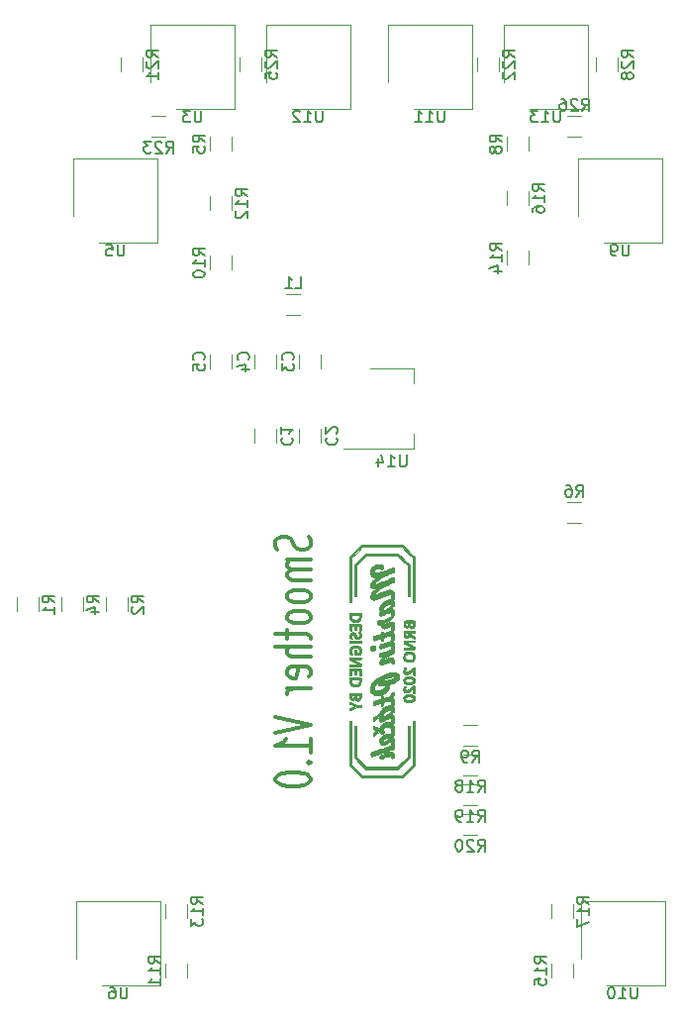
<source format=gbr>
G04 #@! TF.GenerationSoftware,KiCad,Pcbnew,(5.1.5)-3*
G04 #@! TF.CreationDate,2020-03-17T22:17:31+01:00*
G04 #@! TF.ProjectId,SmootherBoard,536d6f6f-7468-4657-9242-6f6172642e6b,rev?*
G04 #@! TF.SameCoordinates,Original*
G04 #@! TF.FileFunction,Legend,Bot*
G04 #@! TF.FilePolarity,Positive*
%FSLAX46Y46*%
G04 Gerber Fmt 4.6, Leading zero omitted, Abs format (unit mm)*
G04 Created by KiCad (PCBNEW (5.1.5)-3) date 2020-03-17 22:17:31*
%MOMM*%
%LPD*%
G04 APERTURE LIST*
%ADD10C,0.300000*%
%ADD11C,0.010000*%
%ADD12C,0.120000*%
%ADD13C,0.150000*%
G04 APERTURE END LIST*
D10*
X196794285Y-101093333D02*
X196937142Y-101379047D01*
X196937142Y-101855238D01*
X196794285Y-102045714D01*
X196651428Y-102140952D01*
X196365714Y-102236190D01*
X196080000Y-102236190D01*
X195794285Y-102140952D01*
X195651428Y-102045714D01*
X195508571Y-101855238D01*
X195365714Y-101474285D01*
X195222857Y-101283809D01*
X195080000Y-101188571D01*
X194794285Y-101093333D01*
X194508571Y-101093333D01*
X194222857Y-101188571D01*
X194080000Y-101283809D01*
X193937142Y-101474285D01*
X193937142Y-101950476D01*
X194080000Y-102236190D01*
X196937142Y-103093333D02*
X194937142Y-103093333D01*
X195222857Y-103093333D02*
X195080000Y-103188571D01*
X194937142Y-103379047D01*
X194937142Y-103664761D01*
X195080000Y-103855238D01*
X195365714Y-103950476D01*
X196937142Y-103950476D01*
X195365714Y-103950476D02*
X195080000Y-104045714D01*
X194937142Y-104236190D01*
X194937142Y-104521904D01*
X195080000Y-104712380D01*
X195365714Y-104807619D01*
X196937142Y-104807619D01*
X196937142Y-106045714D02*
X196794285Y-105855238D01*
X196651428Y-105760000D01*
X196365714Y-105664761D01*
X195508571Y-105664761D01*
X195222857Y-105760000D01*
X195080000Y-105855238D01*
X194937142Y-106045714D01*
X194937142Y-106331428D01*
X195080000Y-106521904D01*
X195222857Y-106617142D01*
X195508571Y-106712380D01*
X196365714Y-106712380D01*
X196651428Y-106617142D01*
X196794285Y-106521904D01*
X196937142Y-106331428D01*
X196937142Y-106045714D01*
X196937142Y-107855238D02*
X196794285Y-107664761D01*
X196651428Y-107569523D01*
X196365714Y-107474285D01*
X195508571Y-107474285D01*
X195222857Y-107569523D01*
X195080000Y-107664761D01*
X194937142Y-107855238D01*
X194937142Y-108140952D01*
X195080000Y-108331428D01*
X195222857Y-108426666D01*
X195508571Y-108521904D01*
X196365714Y-108521904D01*
X196651428Y-108426666D01*
X196794285Y-108331428D01*
X196937142Y-108140952D01*
X196937142Y-107855238D01*
X194937142Y-109093333D02*
X194937142Y-109855238D01*
X193937142Y-109379047D02*
X196508571Y-109379047D01*
X196794285Y-109474285D01*
X196937142Y-109664761D01*
X196937142Y-109855238D01*
X196937142Y-110521904D02*
X193937142Y-110521904D01*
X196937142Y-111379047D02*
X195365714Y-111379047D01*
X195080000Y-111283809D01*
X194937142Y-111093333D01*
X194937142Y-110807619D01*
X195080000Y-110617142D01*
X195222857Y-110521904D01*
X196794285Y-113093333D02*
X196937142Y-112902857D01*
X196937142Y-112521904D01*
X196794285Y-112331428D01*
X196508571Y-112236190D01*
X195365714Y-112236190D01*
X195080000Y-112331428D01*
X194937142Y-112521904D01*
X194937142Y-112902857D01*
X195080000Y-113093333D01*
X195365714Y-113188571D01*
X195651428Y-113188571D01*
X195937142Y-112236190D01*
X196937142Y-114045714D02*
X194937142Y-114045714D01*
X195508571Y-114045714D02*
X195222857Y-114140952D01*
X195080000Y-114236190D01*
X194937142Y-114426666D01*
X194937142Y-114617142D01*
X193937142Y-116521904D02*
X196937142Y-117188571D01*
X193937142Y-117855238D01*
X196937142Y-119569523D02*
X196937142Y-118426666D01*
X196937142Y-118998095D02*
X193937142Y-118998095D01*
X194365714Y-118807619D01*
X194651428Y-118617142D01*
X194794285Y-118426666D01*
X196651428Y-120426666D02*
X196794285Y-120521904D01*
X196937142Y-120426666D01*
X196794285Y-120331428D01*
X196651428Y-120426666D01*
X196937142Y-120426666D01*
X193937142Y-121760000D02*
X193937142Y-121950476D01*
X194080000Y-122140952D01*
X194222857Y-122236190D01*
X194508571Y-122331428D01*
X195080000Y-122426666D01*
X195794285Y-122426666D01*
X196365714Y-122331428D01*
X196651428Y-122236190D01*
X196794285Y-122140952D01*
X196937142Y-121950476D01*
X196937142Y-121760000D01*
X196794285Y-121569523D01*
X196651428Y-121474285D01*
X196365714Y-121379047D01*
X195794285Y-121283809D01*
X195080000Y-121283809D01*
X194508571Y-121379047D01*
X194222857Y-121474285D01*
X194080000Y-121569523D01*
X193937142Y-121760000D01*
D11*
G36*
X200269493Y-115354097D02*
G01*
X200279949Y-115388652D01*
X200289000Y-115402200D01*
X200308109Y-115414895D01*
X200346070Y-115435147D01*
X200398312Y-115460691D01*
X200460265Y-115489259D01*
X200499560Y-115506632D01*
X200569248Y-115537094D01*
X200618301Y-115559234D01*
X200649408Y-115574780D01*
X200665262Y-115585460D01*
X200668555Y-115593001D01*
X200661977Y-115599131D01*
X200651484Y-115604151D01*
X200545820Y-115650679D01*
X200461290Y-115688176D01*
X200395706Y-115717658D01*
X200346875Y-115740148D01*
X200312607Y-115756662D01*
X200290711Y-115768222D01*
X200278996Y-115775845D01*
X200276019Y-115778843D01*
X200269614Y-115800752D01*
X200266649Y-115837234D01*
X200266869Y-115879809D01*
X200270021Y-115919996D01*
X200275852Y-115949314D01*
X200281405Y-115958836D01*
X200296784Y-115955966D01*
X200331769Y-115942488D01*
X200383523Y-115919682D01*
X200449206Y-115888829D01*
X200525980Y-115851209D01*
X200576680Y-115825670D01*
X200856850Y-115683169D01*
X201028935Y-115683734D01*
X201111371Y-115682939D01*
X201169596Y-115679872D01*
X201204705Y-115674448D01*
X201216260Y-115669060D01*
X201223988Y-115649337D01*
X201229194Y-115614059D01*
X201231504Y-115572469D01*
X201230540Y-115533810D01*
X201225929Y-115507327D01*
X201223033Y-115502266D01*
X201207851Y-115499137D01*
X201172243Y-115496529D01*
X201121181Y-115494681D01*
X201059640Y-115493830D01*
X201045306Y-115493800D01*
X200876046Y-115493800D01*
X200592131Y-115352009D01*
X200496956Y-115305226D01*
X200417527Y-115267743D01*
X200355401Y-115240242D01*
X200312135Y-115223407D01*
X200289285Y-115217919D01*
X200287258Y-115218260D01*
X200273724Y-115235598D01*
X200266304Y-115269438D01*
X200264919Y-115311648D01*
X200269493Y-115354097D01*
G37*
X200269493Y-115354097D02*
X200279949Y-115388652D01*
X200289000Y-115402200D01*
X200308109Y-115414895D01*
X200346070Y-115435147D01*
X200398312Y-115460691D01*
X200460265Y-115489259D01*
X200499560Y-115506632D01*
X200569248Y-115537094D01*
X200618301Y-115559234D01*
X200649408Y-115574780D01*
X200665262Y-115585460D01*
X200668555Y-115593001D01*
X200661977Y-115599131D01*
X200651484Y-115604151D01*
X200545820Y-115650679D01*
X200461290Y-115688176D01*
X200395706Y-115717658D01*
X200346875Y-115740148D01*
X200312607Y-115756662D01*
X200290711Y-115768222D01*
X200278996Y-115775845D01*
X200276019Y-115778843D01*
X200269614Y-115800752D01*
X200266649Y-115837234D01*
X200266869Y-115879809D01*
X200270021Y-115919996D01*
X200275852Y-115949314D01*
X200281405Y-115958836D01*
X200296784Y-115955966D01*
X200331769Y-115942488D01*
X200383523Y-115919682D01*
X200449206Y-115888829D01*
X200525980Y-115851209D01*
X200576680Y-115825670D01*
X200856850Y-115683169D01*
X201028935Y-115683734D01*
X201111371Y-115682939D01*
X201169596Y-115679872D01*
X201204705Y-115674448D01*
X201216260Y-115669060D01*
X201223988Y-115649337D01*
X201229194Y-115614059D01*
X201231504Y-115572469D01*
X201230540Y-115533810D01*
X201225929Y-115507327D01*
X201223033Y-115502266D01*
X201207851Y-115499137D01*
X201172243Y-115496529D01*
X201121181Y-115494681D01*
X201059640Y-115493830D01*
X201045306Y-115493800D01*
X200876046Y-115493800D01*
X200592131Y-115352009D01*
X200496956Y-115305226D01*
X200417527Y-115267743D01*
X200355401Y-115240242D01*
X200312135Y-115223407D01*
X200289285Y-115217919D01*
X200287258Y-115218260D01*
X200273724Y-115235598D01*
X200266304Y-115269438D01*
X200264919Y-115311648D01*
X200269493Y-115354097D01*
G36*
X200283362Y-114828297D02*
G01*
X200289074Y-114885053D01*
X200298997Y-114928812D01*
X200313808Y-114963678D01*
X200334190Y-114993756D01*
X200337996Y-114998378D01*
X200387707Y-115043821D01*
X200445369Y-115068266D01*
X200508224Y-115074700D01*
X200579813Y-115066051D01*
X200637970Y-115041360D01*
X200678485Y-115002513D01*
X200681978Y-114996962D01*
X200701900Y-114968314D01*
X200715580Y-114963080D01*
X200725635Y-114980873D01*
X200728197Y-114990086D01*
X200752171Y-115039585D01*
X200794801Y-115084228D01*
X200843151Y-115114116D01*
X200917565Y-115135063D01*
X200992023Y-115132873D01*
X201062323Y-115109453D01*
X201124259Y-115066709D01*
X201173627Y-115006545D01*
X201199326Y-114952685D01*
X201209001Y-114914240D01*
X201217139Y-114860270D01*
X201223571Y-114795788D01*
X201228127Y-114725810D01*
X201230638Y-114655349D01*
X201230935Y-114589421D01*
X201228849Y-114533039D01*
X201224209Y-114491219D01*
X201216847Y-114468974D01*
X201215699Y-114467796D01*
X201204249Y-114463449D01*
X201180211Y-114460028D01*
X201141600Y-114457482D01*
X201086432Y-114455759D01*
X201012721Y-114454808D01*
X200987835Y-114454747D01*
X200987835Y-114632010D01*
X201035061Y-114632629D01*
X201067323Y-114634590D01*
X201076815Y-114636352D01*
X201086095Y-114652195D01*
X201090415Y-114686035D01*
X201090239Y-114731055D01*
X201086032Y-114780437D01*
X201078261Y-114827365D01*
X201067391Y-114865022D01*
X201060232Y-114879353D01*
X201021949Y-114916656D01*
X200972340Y-114935735D01*
X200918533Y-114935818D01*
X200867660Y-114916132D01*
X200849339Y-114902200D01*
X200830575Y-114872974D01*
X200815036Y-114826439D01*
X200804558Y-114770646D01*
X200800978Y-114713647D01*
X200801782Y-114693700D01*
X200806050Y-114636550D01*
X200932146Y-114632887D01*
X200987835Y-114632010D01*
X200987835Y-114454747D01*
X200918483Y-114454575D01*
X200801734Y-114455010D01*
X200741053Y-114455412D01*
X200672700Y-114455912D01*
X200672700Y-114629311D01*
X200672700Y-114700013D01*
X200669220Y-114749397D01*
X200660360Y-114796108D01*
X200654107Y-114815214D01*
X200624474Y-114857297D01*
X200581999Y-114882615D01*
X200533424Y-114890300D01*
X200485490Y-114879485D01*
X200444937Y-114849300D01*
X200439734Y-114842815D01*
X200424284Y-114813965D01*
X200416047Y-114774840D01*
X200413382Y-114722726D01*
X200412350Y-114636550D01*
X200542525Y-114632930D01*
X200672700Y-114629311D01*
X200672700Y-114455912D01*
X200285350Y-114458750D01*
X200281849Y-114659383D01*
X200281180Y-114754442D01*
X200283362Y-114828297D01*
G37*
X200283362Y-114828297D02*
X200289074Y-114885053D01*
X200298997Y-114928812D01*
X200313808Y-114963678D01*
X200334190Y-114993756D01*
X200337996Y-114998378D01*
X200387707Y-115043821D01*
X200445369Y-115068266D01*
X200508224Y-115074700D01*
X200579813Y-115066051D01*
X200637970Y-115041360D01*
X200678485Y-115002513D01*
X200681978Y-114996962D01*
X200701900Y-114968314D01*
X200715580Y-114963080D01*
X200725635Y-114980873D01*
X200728197Y-114990086D01*
X200752171Y-115039585D01*
X200794801Y-115084228D01*
X200843151Y-115114116D01*
X200917565Y-115135063D01*
X200992023Y-115132873D01*
X201062323Y-115109453D01*
X201124259Y-115066709D01*
X201173627Y-115006545D01*
X201199326Y-114952685D01*
X201209001Y-114914240D01*
X201217139Y-114860270D01*
X201223571Y-114795788D01*
X201228127Y-114725810D01*
X201230638Y-114655349D01*
X201230935Y-114589421D01*
X201228849Y-114533039D01*
X201224209Y-114491219D01*
X201216847Y-114468974D01*
X201215699Y-114467796D01*
X201204249Y-114463449D01*
X201180211Y-114460028D01*
X201141600Y-114457482D01*
X201086432Y-114455759D01*
X201012721Y-114454808D01*
X200987835Y-114454747D01*
X200987835Y-114632010D01*
X201035061Y-114632629D01*
X201067323Y-114634590D01*
X201076815Y-114636352D01*
X201086095Y-114652195D01*
X201090415Y-114686035D01*
X201090239Y-114731055D01*
X201086032Y-114780437D01*
X201078261Y-114827365D01*
X201067391Y-114865022D01*
X201060232Y-114879353D01*
X201021949Y-114916656D01*
X200972340Y-114935735D01*
X200918533Y-114935818D01*
X200867660Y-114916132D01*
X200849339Y-114902200D01*
X200830575Y-114872974D01*
X200815036Y-114826439D01*
X200804558Y-114770646D01*
X200800978Y-114713647D01*
X200801782Y-114693700D01*
X200806050Y-114636550D01*
X200932146Y-114632887D01*
X200987835Y-114632010D01*
X200987835Y-114454747D01*
X200918483Y-114454575D01*
X200801734Y-114455010D01*
X200741053Y-114455412D01*
X200672700Y-114455912D01*
X200672700Y-114629311D01*
X200672700Y-114700013D01*
X200669220Y-114749397D01*
X200660360Y-114796108D01*
X200654107Y-114815214D01*
X200624474Y-114857297D01*
X200581999Y-114882615D01*
X200533424Y-114890300D01*
X200485490Y-114879485D01*
X200444937Y-114849300D01*
X200439734Y-114842815D01*
X200424284Y-114813965D01*
X200416047Y-114774840D01*
X200413382Y-114722726D01*
X200412350Y-114636550D01*
X200542525Y-114632930D01*
X200672700Y-114629311D01*
X200672700Y-114455912D01*
X200285350Y-114458750D01*
X200281849Y-114659383D01*
X200281180Y-114754442D01*
X200283362Y-114828297D01*
G36*
X200285538Y-113645950D02*
G01*
X200322853Y-113719841D01*
X200369726Y-113793757D01*
X200429663Y-113851862D01*
X200508271Y-113899425D01*
X200519720Y-113904906D01*
X200552527Y-113919164D01*
X200582602Y-113928572D01*
X200616533Y-113934083D01*
X200660907Y-113936651D01*
X200722313Y-113937230D01*
X200742550Y-113937170D01*
X200841169Y-113933411D01*
X200920665Y-113922058D01*
X200986587Y-113901563D01*
X201044480Y-113870381D01*
X201081701Y-113842605D01*
X201125882Y-113793702D01*
X201165442Y-113726565D01*
X201196965Y-113648333D01*
X201217033Y-113566144D01*
X201218411Y-113557050D01*
X201225290Y-113494619D01*
X201229628Y-113426136D01*
X201231482Y-113356720D01*
X201230910Y-113291495D01*
X201227967Y-113235583D01*
X201222711Y-113194105D01*
X201215199Y-113172183D01*
X201214128Y-113171092D01*
X201200210Y-113166959D01*
X201168647Y-113163744D01*
X201118084Y-113161417D01*
X201079100Y-113160608D01*
X201079100Y-113334800D01*
X201079100Y-113434949D01*
X201077592Y-113491877D01*
X201071608Y-113533888D01*
X201058953Y-113571363D01*
X201043561Y-113603127D01*
X201018175Y-113645578D01*
X200990052Y-113675079D01*
X200949817Y-113700721D01*
X200934782Y-113708612D01*
X200892180Y-113728434D01*
X200854205Y-113739922D01*
X200810541Y-113745297D01*
X200757595Y-113746742D01*
X200664329Y-113741110D01*
X200589232Y-113721891D01*
X200528151Y-113687623D01*
X200490202Y-113652456D01*
X200454556Y-113603949D01*
X200432159Y-113549123D01*
X200420992Y-113481421D01*
X200418770Y-113420525D01*
X200418700Y-113334800D01*
X201079100Y-113334800D01*
X201079100Y-113160608D01*
X201047167Y-113159945D01*
X200954540Y-113159296D01*
X200838849Y-113159440D01*
X200741053Y-113160012D01*
X200285350Y-113163350D01*
X200285538Y-113645950D01*
G37*
X200285538Y-113645950D02*
X200322853Y-113719841D01*
X200369726Y-113793757D01*
X200429663Y-113851862D01*
X200508271Y-113899425D01*
X200519720Y-113904906D01*
X200552527Y-113919164D01*
X200582602Y-113928572D01*
X200616533Y-113934083D01*
X200660907Y-113936651D01*
X200722313Y-113937230D01*
X200742550Y-113937170D01*
X200841169Y-113933411D01*
X200920665Y-113922058D01*
X200986587Y-113901563D01*
X201044480Y-113870381D01*
X201081701Y-113842605D01*
X201125882Y-113793702D01*
X201165442Y-113726565D01*
X201196965Y-113648333D01*
X201217033Y-113566144D01*
X201218411Y-113557050D01*
X201225290Y-113494619D01*
X201229628Y-113426136D01*
X201231482Y-113356720D01*
X201230910Y-113291495D01*
X201227967Y-113235583D01*
X201222711Y-113194105D01*
X201215199Y-113172183D01*
X201214128Y-113171092D01*
X201200210Y-113166959D01*
X201168647Y-113163744D01*
X201118084Y-113161417D01*
X201079100Y-113160608D01*
X201079100Y-113334800D01*
X201079100Y-113434949D01*
X201077592Y-113491877D01*
X201071608Y-113533888D01*
X201058953Y-113571363D01*
X201043561Y-113603127D01*
X201018175Y-113645578D01*
X200990052Y-113675079D01*
X200949817Y-113700721D01*
X200934782Y-113708612D01*
X200892180Y-113728434D01*
X200854205Y-113739922D01*
X200810541Y-113745297D01*
X200757595Y-113746742D01*
X200664329Y-113741110D01*
X200589232Y-113721891D01*
X200528151Y-113687623D01*
X200490202Y-113652456D01*
X200454556Y-113603949D01*
X200432159Y-113549123D01*
X200420992Y-113481421D01*
X200418770Y-113420525D01*
X200418700Y-113334800D01*
X201079100Y-113334800D01*
X201079100Y-113160608D01*
X201047167Y-113159945D01*
X200954540Y-113159296D01*
X200838849Y-113159440D01*
X200741053Y-113160012D01*
X200285350Y-113163350D01*
X200285538Y-113645950D01*
G36*
X200309261Y-112958641D02*
G01*
X200344593Y-112961768D01*
X200379359Y-112958493D01*
X200418700Y-112950625D01*
X200418700Y-112585500D01*
X200660000Y-112585500D01*
X200660000Y-112903000D01*
X200799700Y-112903000D01*
X200799700Y-112585500D01*
X201079100Y-112585500D01*
X201079100Y-112768291D01*
X201079314Y-112843111D01*
X201080910Y-112896244D01*
X201085313Y-112931400D01*
X201093951Y-112952292D01*
X201108252Y-112962631D01*
X201129641Y-112966131D01*
X201155299Y-112966500D01*
X201180387Y-112966343D01*
X201199263Y-112963769D01*
X201212811Y-112955617D01*
X201221912Y-112938727D01*
X201227450Y-112909940D01*
X201230306Y-112866096D01*
X201231364Y-112804036D01*
X201231504Y-112720601D01*
X201231500Y-112693646D01*
X201231140Y-112601835D01*
X201229937Y-112532482D01*
X201227704Y-112482650D01*
X201224251Y-112449405D01*
X201219392Y-112429813D01*
X201214128Y-112421792D01*
X201200210Y-112417659D01*
X201168647Y-112414444D01*
X201118084Y-112412117D01*
X201047167Y-112410645D01*
X200954540Y-112409996D01*
X200838849Y-112410140D01*
X200741053Y-112410712D01*
X200285350Y-112414050D01*
X200281926Y-112682485D01*
X200278503Y-112950921D01*
X200309261Y-112958641D01*
G37*
X200309261Y-112958641D02*
X200344593Y-112961768D01*
X200379359Y-112958493D01*
X200418700Y-112950625D01*
X200418700Y-112585500D01*
X200660000Y-112585500D01*
X200660000Y-112903000D01*
X200799700Y-112903000D01*
X200799700Y-112585500D01*
X201079100Y-112585500D01*
X201079100Y-112768291D01*
X201079314Y-112843111D01*
X201080910Y-112896244D01*
X201085313Y-112931400D01*
X201093951Y-112952292D01*
X201108252Y-112962631D01*
X201129641Y-112966131D01*
X201155299Y-112966500D01*
X201180387Y-112966343D01*
X201199263Y-112963769D01*
X201212811Y-112955617D01*
X201221912Y-112938727D01*
X201227450Y-112909940D01*
X201230306Y-112866096D01*
X201231364Y-112804036D01*
X201231504Y-112720601D01*
X201231500Y-112693646D01*
X201231140Y-112601835D01*
X201229937Y-112532482D01*
X201227704Y-112482650D01*
X201224251Y-112449405D01*
X201219392Y-112429813D01*
X201214128Y-112421792D01*
X201200210Y-112417659D01*
X201168647Y-112414444D01*
X201118084Y-112412117D01*
X201047167Y-112410645D01*
X200954540Y-112409996D01*
X200838849Y-112410140D01*
X200741053Y-112410712D01*
X200285350Y-112414050D01*
X200281926Y-112682485D01*
X200278503Y-112950921D01*
X200309261Y-112958641D01*
G36*
X200268540Y-112148065D02*
G01*
X200274008Y-112171711D01*
X200278302Y-112177000D01*
X200288317Y-112181284D01*
X200306463Y-112184666D01*
X200335147Y-112187250D01*
X200376777Y-112189138D01*
X200433762Y-112190434D01*
X200508510Y-112191240D01*
X200603429Y-112191660D01*
X200720928Y-112191797D01*
X200743461Y-112191800D01*
X200867900Y-112191925D01*
X200969289Y-112191913D01*
X201049975Y-112191184D01*
X201112305Y-112189156D01*
X201158624Y-112185249D01*
X201191279Y-112178882D01*
X201212618Y-112169475D01*
X201224985Y-112156446D01*
X201230729Y-112139214D01*
X201232195Y-112117200D01*
X201231730Y-112089822D01*
X201231500Y-112071007D01*
X201229570Y-112026324D01*
X201221588Y-111996885D01*
X201204266Y-111972689D01*
X201196575Y-111964778D01*
X201177602Y-111951073D01*
X201139720Y-111927713D01*
X201086594Y-111896692D01*
X201021885Y-111860002D01*
X200949258Y-111819637D01*
X200872375Y-111777590D01*
X200794900Y-111735854D01*
X200720496Y-111696423D01*
X200652827Y-111661290D01*
X200595555Y-111632448D01*
X200552343Y-111611890D01*
X200532999Y-111603712D01*
X200506774Y-111591952D01*
X200494944Y-111582972D01*
X200494889Y-111582590D01*
X200507051Y-111580983D01*
X200541406Y-111579786D01*
X200594751Y-111579025D01*
X200663882Y-111578724D01*
X200745595Y-111578910D01*
X200836687Y-111579607D01*
X200852452Y-111579773D01*
X200961591Y-111580743D01*
X201047791Y-111580931D01*
X201113503Y-111580253D01*
X201161178Y-111578624D01*
X201193268Y-111575960D01*
X201212222Y-111572176D01*
X201220494Y-111567187D01*
X201220568Y-111567073D01*
X201228287Y-111542355D01*
X201231299Y-111506408D01*
X201229921Y-111468390D01*
X201224473Y-111437462D01*
X201215564Y-111422887D01*
X201199572Y-111421568D01*
X201161149Y-111420530D01*
X201103261Y-111419790D01*
X201028876Y-111419365D01*
X200940959Y-111419273D01*
X200842479Y-111419530D01*
X200742489Y-111420111D01*
X200285350Y-111423450D01*
X200281729Y-111538553D01*
X200280690Y-111595360D01*
X200282414Y-111632476D01*
X200287697Y-111655536D01*
X200297335Y-111670174D01*
X200300779Y-111673407D01*
X200320881Y-111686993D01*
X200360158Y-111710201D01*
X200415140Y-111741151D01*
X200482355Y-111777966D01*
X200558329Y-111818768D01*
X200639593Y-111861680D01*
X200722673Y-111904822D01*
X200804098Y-111946318D01*
X200821925Y-111955281D01*
X200875931Y-111982585D01*
X200920585Y-112005598D01*
X200951592Y-112022071D01*
X200964653Y-112029758D01*
X200964810Y-112029981D01*
X200952661Y-112030651D01*
X200918394Y-112030988D01*
X200865288Y-112030998D01*
X200796623Y-112030690D01*
X200715679Y-112030073D01*
X200625735Y-112029153D01*
X200623587Y-112029129D01*
X200282352Y-112025208D01*
X200274499Y-112054529D01*
X200267308Y-112101518D01*
X200268540Y-112148065D01*
G37*
X200268540Y-112148065D02*
X200274008Y-112171711D01*
X200278302Y-112177000D01*
X200288317Y-112181284D01*
X200306463Y-112184666D01*
X200335147Y-112187250D01*
X200376777Y-112189138D01*
X200433762Y-112190434D01*
X200508510Y-112191240D01*
X200603429Y-112191660D01*
X200720928Y-112191797D01*
X200743461Y-112191800D01*
X200867900Y-112191925D01*
X200969289Y-112191913D01*
X201049975Y-112191184D01*
X201112305Y-112189156D01*
X201158624Y-112185249D01*
X201191279Y-112178882D01*
X201212618Y-112169475D01*
X201224985Y-112156446D01*
X201230729Y-112139214D01*
X201232195Y-112117200D01*
X201231730Y-112089822D01*
X201231500Y-112071007D01*
X201229570Y-112026324D01*
X201221588Y-111996885D01*
X201204266Y-111972689D01*
X201196575Y-111964778D01*
X201177602Y-111951073D01*
X201139720Y-111927713D01*
X201086594Y-111896692D01*
X201021885Y-111860002D01*
X200949258Y-111819637D01*
X200872375Y-111777590D01*
X200794900Y-111735854D01*
X200720496Y-111696423D01*
X200652827Y-111661290D01*
X200595555Y-111632448D01*
X200552343Y-111611890D01*
X200532999Y-111603712D01*
X200506774Y-111591952D01*
X200494944Y-111582972D01*
X200494889Y-111582590D01*
X200507051Y-111580983D01*
X200541406Y-111579786D01*
X200594751Y-111579025D01*
X200663882Y-111578724D01*
X200745595Y-111578910D01*
X200836687Y-111579607D01*
X200852452Y-111579773D01*
X200961591Y-111580743D01*
X201047791Y-111580931D01*
X201113503Y-111580253D01*
X201161178Y-111578624D01*
X201193268Y-111575960D01*
X201212222Y-111572176D01*
X201220494Y-111567187D01*
X201220568Y-111567073D01*
X201228287Y-111542355D01*
X201231299Y-111506408D01*
X201229921Y-111468390D01*
X201224473Y-111437462D01*
X201215564Y-111422887D01*
X201199572Y-111421568D01*
X201161149Y-111420530D01*
X201103261Y-111419790D01*
X201028876Y-111419365D01*
X200940959Y-111419273D01*
X200842479Y-111419530D01*
X200742489Y-111420111D01*
X200285350Y-111423450D01*
X200281729Y-111538553D01*
X200280690Y-111595360D01*
X200282414Y-111632476D01*
X200287697Y-111655536D01*
X200297335Y-111670174D01*
X200300779Y-111673407D01*
X200320881Y-111686993D01*
X200360158Y-111710201D01*
X200415140Y-111741151D01*
X200482355Y-111777966D01*
X200558329Y-111818768D01*
X200639593Y-111861680D01*
X200722673Y-111904822D01*
X200804098Y-111946318D01*
X200821925Y-111955281D01*
X200875931Y-111982585D01*
X200920585Y-112005598D01*
X200951592Y-112022071D01*
X200964653Y-112029758D01*
X200964810Y-112029981D01*
X200952661Y-112030651D01*
X200918394Y-112030988D01*
X200865288Y-112030998D01*
X200796623Y-112030690D01*
X200715679Y-112030073D01*
X200625735Y-112029153D01*
X200623587Y-112029129D01*
X200282352Y-112025208D01*
X200274499Y-112054529D01*
X200267308Y-112101518D01*
X200268540Y-112148065D01*
G36*
X200269001Y-110162522D02*
G01*
X200274939Y-110191008D01*
X200276867Y-110194883D01*
X200284910Y-110199197D01*
X200304335Y-110202620D01*
X200337179Y-110205204D01*
X200385481Y-110207005D01*
X200451282Y-110208076D01*
X200536619Y-110208472D01*
X200643532Y-110208246D01*
X200756097Y-110207583D01*
X201225150Y-110204250D01*
X201228862Y-110127528D01*
X201229448Y-110085374D01*
X201227198Y-110053954D01*
X201223570Y-110041803D01*
X201209235Y-110039753D01*
X201172379Y-110037866D01*
X201115880Y-110036198D01*
X201042616Y-110034803D01*
X200955465Y-110033735D01*
X200857306Y-110033049D01*
X200751016Y-110032800D01*
X200748142Y-110032800D01*
X200625873Y-110032897D01*
X200526607Y-110033256D01*
X200447949Y-110033979D01*
X200387503Y-110035167D01*
X200342872Y-110036921D01*
X200311661Y-110039344D01*
X200291473Y-110042536D01*
X200279913Y-110046600D01*
X200274584Y-110051636D01*
X200274008Y-110052888D01*
X200268312Y-110082360D01*
X200266717Y-110122605D01*
X200269001Y-110162522D01*
G37*
X200269001Y-110162522D02*
X200274939Y-110191008D01*
X200276867Y-110194883D01*
X200284910Y-110199197D01*
X200304335Y-110202620D01*
X200337179Y-110205204D01*
X200385481Y-110207005D01*
X200451282Y-110208076D01*
X200536619Y-110208472D01*
X200643532Y-110208246D01*
X200756097Y-110207583D01*
X201225150Y-110204250D01*
X201228862Y-110127528D01*
X201229448Y-110085374D01*
X201227198Y-110053954D01*
X201223570Y-110041803D01*
X201209235Y-110039753D01*
X201172379Y-110037866D01*
X201115880Y-110036198D01*
X201042616Y-110034803D01*
X200955465Y-110033735D01*
X200857306Y-110033049D01*
X200751016Y-110032800D01*
X200748142Y-110032800D01*
X200625873Y-110032897D01*
X200526607Y-110033256D01*
X200447949Y-110033979D01*
X200387503Y-110035167D01*
X200342872Y-110036921D01*
X200311661Y-110039344D01*
X200291473Y-110042536D01*
X200279913Y-110046600D01*
X200274584Y-110051636D01*
X200274008Y-110052888D01*
X200268312Y-110082360D01*
X200266717Y-110122605D01*
X200269001Y-110162522D01*
G36*
X200309261Y-109123241D02*
G01*
X200344593Y-109126368D01*
X200379359Y-109123093D01*
X200418700Y-109115225D01*
X200418700Y-108750100D01*
X200660000Y-108750100D01*
X200660000Y-109067600D01*
X200799700Y-109067600D01*
X200799700Y-108750100D01*
X201079100Y-108750100D01*
X201079100Y-108932891D01*
X201079314Y-109007711D01*
X201080910Y-109060844D01*
X201085313Y-109096000D01*
X201093951Y-109116892D01*
X201108252Y-109127231D01*
X201129641Y-109130731D01*
X201155299Y-109131100D01*
X201180387Y-109130943D01*
X201199263Y-109128369D01*
X201212811Y-109120217D01*
X201221912Y-109103327D01*
X201227450Y-109074540D01*
X201230306Y-109030696D01*
X201231364Y-108968636D01*
X201231504Y-108885201D01*
X201231500Y-108858246D01*
X201231140Y-108766435D01*
X201229937Y-108697082D01*
X201227704Y-108647250D01*
X201224251Y-108614005D01*
X201219392Y-108594413D01*
X201214128Y-108586392D01*
X201200210Y-108582259D01*
X201168647Y-108579044D01*
X201118084Y-108576717D01*
X201047167Y-108575245D01*
X200954540Y-108574596D01*
X200838849Y-108574740D01*
X200741053Y-108575312D01*
X200285350Y-108578650D01*
X200281926Y-108847085D01*
X200278503Y-109115521D01*
X200309261Y-109123241D01*
G37*
X200309261Y-109123241D02*
X200344593Y-109126368D01*
X200379359Y-109123093D01*
X200418700Y-109115225D01*
X200418700Y-108750100D01*
X200660000Y-108750100D01*
X200660000Y-109067600D01*
X200799700Y-109067600D01*
X200799700Y-108750100D01*
X201079100Y-108750100D01*
X201079100Y-108932891D01*
X201079314Y-109007711D01*
X201080910Y-109060844D01*
X201085313Y-109096000D01*
X201093951Y-109116892D01*
X201108252Y-109127231D01*
X201129641Y-109130731D01*
X201155299Y-109131100D01*
X201180387Y-109130943D01*
X201199263Y-109128369D01*
X201212811Y-109120217D01*
X201221912Y-109103327D01*
X201227450Y-109074540D01*
X201230306Y-109030696D01*
X201231364Y-108968636D01*
X201231504Y-108885201D01*
X201231500Y-108858246D01*
X201231140Y-108766435D01*
X201229937Y-108697082D01*
X201227704Y-108647250D01*
X201224251Y-108614005D01*
X201219392Y-108594413D01*
X201214128Y-108586392D01*
X201200210Y-108582259D01*
X201168647Y-108579044D01*
X201118084Y-108576717D01*
X201047167Y-108575245D01*
X200954540Y-108574596D01*
X200838849Y-108574740D01*
X200741053Y-108575312D01*
X200285350Y-108578650D01*
X200281926Y-108847085D01*
X200278503Y-109115521D01*
X200309261Y-109123241D01*
G36*
X200285538Y-108108750D02*
G01*
X200322853Y-108182641D01*
X200369726Y-108256557D01*
X200429663Y-108314662D01*
X200508271Y-108362225D01*
X200519720Y-108367706D01*
X200552527Y-108381964D01*
X200582602Y-108391372D01*
X200616533Y-108396883D01*
X200660907Y-108399451D01*
X200722313Y-108400030D01*
X200742550Y-108399970D01*
X200841169Y-108396211D01*
X200920665Y-108384858D01*
X200986587Y-108364363D01*
X201044480Y-108333181D01*
X201081701Y-108305405D01*
X201125882Y-108256502D01*
X201165442Y-108189365D01*
X201196965Y-108111133D01*
X201217033Y-108028944D01*
X201218411Y-108019850D01*
X201225290Y-107957419D01*
X201229628Y-107888936D01*
X201231482Y-107819520D01*
X201230910Y-107754295D01*
X201227967Y-107698383D01*
X201222711Y-107656905D01*
X201215199Y-107634983D01*
X201214128Y-107633892D01*
X201200210Y-107629759D01*
X201168647Y-107626544D01*
X201118084Y-107624217D01*
X201079100Y-107623408D01*
X201079100Y-107797600D01*
X201079100Y-107897749D01*
X201077592Y-107954677D01*
X201071608Y-107996688D01*
X201058953Y-108034163D01*
X201043561Y-108065927D01*
X201018175Y-108108378D01*
X200990052Y-108137879D01*
X200949817Y-108163521D01*
X200934782Y-108171412D01*
X200892180Y-108191234D01*
X200854205Y-108202722D01*
X200810541Y-108208097D01*
X200757595Y-108209542D01*
X200664329Y-108203910D01*
X200589232Y-108184691D01*
X200528151Y-108150423D01*
X200490202Y-108115256D01*
X200454556Y-108066749D01*
X200432159Y-108011923D01*
X200420992Y-107944221D01*
X200418770Y-107883325D01*
X200418700Y-107797600D01*
X201079100Y-107797600D01*
X201079100Y-107623408D01*
X201047167Y-107622745D01*
X200954540Y-107622096D01*
X200838849Y-107622240D01*
X200741053Y-107622812D01*
X200285350Y-107626150D01*
X200285538Y-108108750D01*
G37*
X200285538Y-108108750D02*
X200322853Y-108182641D01*
X200369726Y-108256557D01*
X200429663Y-108314662D01*
X200508271Y-108362225D01*
X200519720Y-108367706D01*
X200552527Y-108381964D01*
X200582602Y-108391372D01*
X200616533Y-108396883D01*
X200660907Y-108399451D01*
X200722313Y-108400030D01*
X200742550Y-108399970D01*
X200841169Y-108396211D01*
X200920665Y-108384858D01*
X200986587Y-108364363D01*
X201044480Y-108333181D01*
X201081701Y-108305405D01*
X201125882Y-108256502D01*
X201165442Y-108189365D01*
X201196965Y-108111133D01*
X201217033Y-108028944D01*
X201218411Y-108019850D01*
X201225290Y-107957419D01*
X201229628Y-107888936D01*
X201231482Y-107819520D01*
X201230910Y-107754295D01*
X201227967Y-107698383D01*
X201222711Y-107656905D01*
X201215199Y-107634983D01*
X201214128Y-107633892D01*
X201200210Y-107629759D01*
X201168647Y-107626544D01*
X201118084Y-107624217D01*
X201079100Y-107623408D01*
X201079100Y-107797600D01*
X201079100Y-107897749D01*
X201077592Y-107954677D01*
X201071608Y-107996688D01*
X201058953Y-108034163D01*
X201043561Y-108065927D01*
X201018175Y-108108378D01*
X200990052Y-108137879D01*
X200949817Y-108163521D01*
X200934782Y-108171412D01*
X200892180Y-108191234D01*
X200854205Y-108202722D01*
X200810541Y-108208097D01*
X200757595Y-108209542D01*
X200664329Y-108203910D01*
X200589232Y-108184691D01*
X200528151Y-108150423D01*
X200490202Y-108115256D01*
X200454556Y-108066749D01*
X200432159Y-108011923D01*
X200420992Y-107944221D01*
X200418770Y-107883325D01*
X200418700Y-107797600D01*
X201079100Y-107797600D01*
X201079100Y-107623408D01*
X201047167Y-107622745D01*
X200954540Y-107622096D01*
X200838849Y-107622240D01*
X200741053Y-107622812D01*
X200285350Y-107626150D01*
X200285538Y-108108750D01*
G36*
X200259454Y-110941707D02*
G01*
X200269503Y-111014594D01*
X200285788Y-111081030D01*
X200307153Y-111136222D01*
X200332438Y-111175381D01*
X200358851Y-111193319D01*
X200401332Y-111199918D01*
X200444414Y-111199373D01*
X200476529Y-111191999D01*
X200480162Y-111190028D01*
X200488891Y-111178772D01*
X200485406Y-111158889D01*
X200472037Y-111129897D01*
X200430065Y-111027704D01*
X200410135Y-110930559D01*
X200412220Y-110840439D01*
X200436289Y-110759320D01*
X200478535Y-110693505D01*
X200533796Y-110640862D01*
X200596489Y-110606229D01*
X200672613Y-110586883D01*
X200725108Y-110581604D01*
X200824944Y-110584262D01*
X200909130Y-110605640D01*
X200979891Y-110646416D01*
X201002451Y-110665920D01*
X201044710Y-110720747D01*
X201073411Y-110787939D01*
X201087109Y-110860147D01*
X201084358Y-110930020D01*
X201065548Y-110986890D01*
X201056134Y-110998439D01*
X201039407Y-111005572D01*
X201010018Y-111009297D01*
X200962617Y-111010618D01*
X200938953Y-111010700D01*
X200825100Y-111010700D01*
X200825100Y-110909955D01*
X200823209Y-110852608D01*
X200815358Y-110816805D01*
X200798279Y-110798836D01*
X200768702Y-110794987D01*
X200728745Y-110800519D01*
X200685400Y-110808650D01*
X200685594Y-110982700D01*
X200686511Y-111047941D01*
X200688887Y-111104959D01*
X200692388Y-111148470D01*
X200696679Y-111173185D01*
X200697831Y-111175800D01*
X200706122Y-111182762D01*
X200723151Y-111187854D01*
X200752296Y-111191343D01*
X200796936Y-111193493D01*
X200860450Y-111194573D01*
X200939400Y-111194850D01*
X201023524Y-111194525D01*
X201085637Y-111193376D01*
X201129118Y-111191134D01*
X201157349Y-111187533D01*
X201173710Y-111182308D01*
X201181211Y-111175800D01*
X201200942Y-111131611D01*
X201217495Y-111068866D01*
X201230107Y-110994289D01*
X201238018Y-110914609D01*
X201240465Y-110836553D01*
X201236686Y-110766848D01*
X201231358Y-110732973D01*
X201198312Y-110631940D01*
X201145562Y-110546633D01*
X201073670Y-110477790D01*
X201005889Y-110436598D01*
X200969300Y-110419139D01*
X200939173Y-110407364D01*
X200908990Y-110400156D01*
X200872234Y-110396396D01*
X200822387Y-110394967D01*
X200761867Y-110394750D01*
X200694494Y-110395092D01*
X200645958Y-110396835D01*
X200609700Y-110401049D01*
X200579158Y-110408807D01*
X200547773Y-110421180D01*
X200519174Y-110434398D01*
X200429197Y-110488348D01*
X200359045Y-110556313D01*
X200307467Y-110640058D01*
X200273211Y-110741344D01*
X200262703Y-110795740D01*
X200256801Y-110867159D01*
X200259454Y-110941707D01*
G37*
X200259454Y-110941707D02*
X200269503Y-111014594D01*
X200285788Y-111081030D01*
X200307153Y-111136222D01*
X200332438Y-111175381D01*
X200358851Y-111193319D01*
X200401332Y-111199918D01*
X200444414Y-111199373D01*
X200476529Y-111191999D01*
X200480162Y-111190028D01*
X200488891Y-111178772D01*
X200485406Y-111158889D01*
X200472037Y-111129897D01*
X200430065Y-111027704D01*
X200410135Y-110930559D01*
X200412220Y-110840439D01*
X200436289Y-110759320D01*
X200478535Y-110693505D01*
X200533796Y-110640862D01*
X200596489Y-110606229D01*
X200672613Y-110586883D01*
X200725108Y-110581604D01*
X200824944Y-110584262D01*
X200909130Y-110605640D01*
X200979891Y-110646416D01*
X201002451Y-110665920D01*
X201044710Y-110720747D01*
X201073411Y-110787939D01*
X201087109Y-110860147D01*
X201084358Y-110930020D01*
X201065548Y-110986890D01*
X201056134Y-110998439D01*
X201039407Y-111005572D01*
X201010018Y-111009297D01*
X200962617Y-111010618D01*
X200938953Y-111010700D01*
X200825100Y-111010700D01*
X200825100Y-110909955D01*
X200823209Y-110852608D01*
X200815358Y-110816805D01*
X200798279Y-110798836D01*
X200768702Y-110794987D01*
X200728745Y-110800519D01*
X200685400Y-110808650D01*
X200685594Y-110982700D01*
X200686511Y-111047941D01*
X200688887Y-111104959D01*
X200692388Y-111148470D01*
X200696679Y-111173185D01*
X200697831Y-111175800D01*
X200706122Y-111182762D01*
X200723151Y-111187854D01*
X200752296Y-111191343D01*
X200796936Y-111193493D01*
X200860450Y-111194573D01*
X200939400Y-111194850D01*
X201023524Y-111194525D01*
X201085637Y-111193376D01*
X201129118Y-111191134D01*
X201157349Y-111187533D01*
X201173710Y-111182308D01*
X201181211Y-111175800D01*
X201200942Y-111131611D01*
X201217495Y-111068866D01*
X201230107Y-110994289D01*
X201238018Y-110914609D01*
X201240465Y-110836553D01*
X201236686Y-110766848D01*
X201231358Y-110732973D01*
X201198312Y-110631940D01*
X201145562Y-110546633D01*
X201073670Y-110477790D01*
X201005889Y-110436598D01*
X200969300Y-110419139D01*
X200939173Y-110407364D01*
X200908990Y-110400156D01*
X200872234Y-110396396D01*
X200822387Y-110394967D01*
X200761867Y-110394750D01*
X200694494Y-110395092D01*
X200645958Y-110396835D01*
X200609700Y-110401049D01*
X200579158Y-110408807D01*
X200547773Y-110421180D01*
X200519174Y-110434398D01*
X200429197Y-110488348D01*
X200359045Y-110556313D01*
X200307467Y-110640058D01*
X200273211Y-110741344D01*
X200262703Y-110795740D01*
X200256801Y-110867159D01*
X200259454Y-110941707D01*
G36*
X200265383Y-109674793D02*
G01*
X200271466Y-109701872D01*
X200284281Y-109746432D01*
X200297097Y-109782213D01*
X200306269Y-109800102D01*
X200322583Y-109807090D01*
X200353916Y-109812870D01*
X200392272Y-109816855D01*
X200429652Y-109818456D01*
X200458059Y-109817088D01*
X200469498Y-109812164D01*
X200469500Y-109812084D01*
X200464629Y-109798932D01*
X200451943Y-109769481D01*
X200436595Y-109735395D01*
X200412873Y-109667248D01*
X200403364Y-109601257D01*
X200408665Y-109544400D01*
X200418080Y-109519608D01*
X200446135Y-109488329D01*
X200485854Y-109466589D01*
X200513839Y-109461300D01*
X200544555Y-109473290D01*
X200580639Y-109509394D01*
X200622250Y-109569810D01*
X200669546Y-109654735D01*
X200671721Y-109658961D01*
X200705807Y-109723075D01*
X200733543Y-109768865D01*
X200758528Y-109801378D01*
X200784361Y-109825661D01*
X200797619Y-109835527D01*
X200830183Y-109856236D01*
X200859721Y-109867875D01*
X200895876Y-109872970D01*
X200944664Y-109874050D01*
X200997290Y-109872587D01*
X201035105Y-109866451D01*
X201068616Y-109853019D01*
X201098951Y-109835526D01*
X201160685Y-109783972D01*
X201204488Y-109716203D01*
X201230914Y-109631082D01*
X201240048Y-109546444D01*
X201239767Y-109479369D01*
X201234208Y-109422012D01*
X201227258Y-109391450D01*
X201205100Y-109333354D01*
X201182462Y-109290244D01*
X201162923Y-109267819D01*
X201140878Y-109261386D01*
X201106131Y-109258645D01*
X201068310Y-109259424D01*
X201037045Y-109263554D01*
X201022244Y-109270323D01*
X201023644Y-109287295D01*
X201034993Y-109318811D01*
X201049627Y-109349698D01*
X201068942Y-109391652D01*
X201079735Y-109431092D01*
X201084302Y-109478751D01*
X201085007Y-109514953D01*
X201084427Y-109566097D01*
X201080901Y-109599212D01*
X201072595Y-109621641D01*
X201057673Y-109640732D01*
X201052201Y-109646338D01*
X201010462Y-109673229D01*
X200963010Y-109681279D01*
X200918285Y-109669867D01*
X200900461Y-109657475D01*
X200883895Y-109636229D01*
X200860151Y-109597735D01*
X200832647Y-109547828D01*
X200809647Y-109502406D01*
X200768144Y-109423827D01*
X200729088Y-109366203D01*
X200688896Y-109325816D01*
X200643986Y-109298949D01*
X200599098Y-109283880D01*
X200516701Y-109275816D01*
X200435030Y-109292933D01*
X200383693Y-109317052D01*
X200330532Y-109361688D01*
X200290831Y-109424198D01*
X200265881Y-109500164D01*
X200256968Y-109585169D01*
X200265383Y-109674793D01*
G37*
X200265383Y-109674793D02*
X200271466Y-109701872D01*
X200284281Y-109746432D01*
X200297097Y-109782213D01*
X200306269Y-109800102D01*
X200322583Y-109807090D01*
X200353916Y-109812870D01*
X200392272Y-109816855D01*
X200429652Y-109818456D01*
X200458059Y-109817088D01*
X200469498Y-109812164D01*
X200469500Y-109812084D01*
X200464629Y-109798932D01*
X200451943Y-109769481D01*
X200436595Y-109735395D01*
X200412873Y-109667248D01*
X200403364Y-109601257D01*
X200408665Y-109544400D01*
X200418080Y-109519608D01*
X200446135Y-109488329D01*
X200485854Y-109466589D01*
X200513839Y-109461300D01*
X200544555Y-109473290D01*
X200580639Y-109509394D01*
X200622250Y-109569810D01*
X200669546Y-109654735D01*
X200671721Y-109658961D01*
X200705807Y-109723075D01*
X200733543Y-109768865D01*
X200758528Y-109801378D01*
X200784361Y-109825661D01*
X200797619Y-109835527D01*
X200830183Y-109856236D01*
X200859721Y-109867875D01*
X200895876Y-109872970D01*
X200944664Y-109874050D01*
X200997290Y-109872587D01*
X201035105Y-109866451D01*
X201068616Y-109853019D01*
X201098951Y-109835526D01*
X201160685Y-109783972D01*
X201204488Y-109716203D01*
X201230914Y-109631082D01*
X201240048Y-109546444D01*
X201239767Y-109479369D01*
X201234208Y-109422012D01*
X201227258Y-109391450D01*
X201205100Y-109333354D01*
X201182462Y-109290244D01*
X201162923Y-109267819D01*
X201140878Y-109261386D01*
X201106131Y-109258645D01*
X201068310Y-109259424D01*
X201037045Y-109263554D01*
X201022244Y-109270323D01*
X201023644Y-109287295D01*
X201034993Y-109318811D01*
X201049627Y-109349698D01*
X201068942Y-109391652D01*
X201079735Y-109431092D01*
X201084302Y-109478751D01*
X201085007Y-109514953D01*
X201084427Y-109566097D01*
X201080901Y-109599212D01*
X201072595Y-109621641D01*
X201057673Y-109640732D01*
X201052201Y-109646338D01*
X201010462Y-109673229D01*
X200963010Y-109681279D01*
X200918285Y-109669867D01*
X200900461Y-109657475D01*
X200883895Y-109636229D01*
X200860151Y-109597735D01*
X200832647Y-109547828D01*
X200809647Y-109502406D01*
X200768144Y-109423827D01*
X200729088Y-109366203D01*
X200688896Y-109325816D01*
X200643986Y-109298949D01*
X200599098Y-109283880D01*
X200516701Y-109275816D01*
X200435030Y-109292933D01*
X200383693Y-109317052D01*
X200330532Y-109361688D01*
X200290831Y-109424198D01*
X200265881Y-109500164D01*
X200256968Y-109585169D01*
X200265383Y-109674793D01*
G36*
X202047409Y-110703454D02*
G01*
X202056920Y-110747903D01*
X202060547Y-110756318D01*
X202096283Y-110801143D01*
X202146714Y-110830507D01*
X202206592Y-110844677D01*
X202270665Y-110843920D01*
X202333684Y-110828501D01*
X202390400Y-110798687D01*
X202435562Y-110754744D01*
X202447316Y-110736697D01*
X202466324Y-110685818D01*
X202475208Y-110624194D01*
X202473580Y-110562124D01*
X202461054Y-110509909D01*
X202456219Y-110499684D01*
X202430810Y-110468367D01*
X202400208Y-110445709D01*
X202359407Y-110433246D01*
X202304864Y-110427401D01*
X202247436Y-110428465D01*
X202197983Y-110436730D01*
X202188001Y-110440007D01*
X202142132Y-110466564D01*
X202097280Y-110507518D01*
X202063547Y-110553551D01*
X202062216Y-110556044D01*
X202050152Y-110596110D01*
X202045184Y-110649052D01*
X202047409Y-110703454D01*
G37*
X202047409Y-110703454D02*
X202056920Y-110747903D01*
X202060547Y-110756318D01*
X202096283Y-110801143D01*
X202146714Y-110830507D01*
X202206592Y-110844677D01*
X202270665Y-110843920D01*
X202333684Y-110828501D01*
X202390400Y-110798687D01*
X202435562Y-110754744D01*
X202447316Y-110736697D01*
X202466324Y-110685818D01*
X202475208Y-110624194D01*
X202473580Y-110562124D01*
X202461054Y-110509909D01*
X202456219Y-110499684D01*
X202430810Y-110468367D01*
X202400208Y-110445709D01*
X202359407Y-110433246D01*
X202304864Y-110427401D01*
X202247436Y-110428465D01*
X202197983Y-110436730D01*
X202188001Y-110440007D01*
X202142132Y-110466564D01*
X202097280Y-110507518D01*
X202063547Y-110553551D01*
X202062216Y-110556044D01*
X202050152Y-110596110D01*
X202045184Y-110649052D01*
X202047409Y-110703454D01*
G36*
X202380227Y-117591262D02*
G01*
X202425482Y-117620446D01*
X202461443Y-117644696D01*
X202483490Y-117660837D01*
X202488177Y-117665510D01*
X202480322Y-117676740D01*
X202458423Y-117702815D01*
X202425734Y-117739978D01*
X202385504Y-117784470D01*
X202380850Y-117789550D01*
X202272900Y-117907229D01*
X202272900Y-118122700D01*
X202307825Y-118121964D01*
X202330767Y-118114856D01*
X202369105Y-118093732D01*
X202423911Y-118057906D01*
X202496257Y-118006692D01*
X202552300Y-117965491D01*
X202761850Y-117809754D01*
X202765383Y-117643873D01*
X202766523Y-117575608D01*
X202766217Y-117528506D01*
X202764007Y-117498346D01*
X202759431Y-117480909D01*
X202752031Y-117471977D01*
X202746333Y-117469057D01*
X202677750Y-117442416D01*
X202604322Y-117414733D01*
X202530243Y-117387494D01*
X202459707Y-117362188D01*
X202396907Y-117340304D01*
X202346038Y-117323330D01*
X202311292Y-117312754D01*
X202297843Y-117309900D01*
X202285650Y-117312038D01*
X202278227Y-117321773D01*
X202274411Y-117344085D01*
X202273036Y-117383956D01*
X202272900Y-117416637D01*
X202272900Y-117523375D01*
X202380227Y-117591262D01*
G37*
X202380227Y-117591262D02*
X202425482Y-117620446D01*
X202461443Y-117644696D01*
X202483490Y-117660837D01*
X202488177Y-117665510D01*
X202480322Y-117676740D01*
X202458423Y-117702815D01*
X202425734Y-117739978D01*
X202385504Y-117784470D01*
X202380850Y-117789550D01*
X202272900Y-117907229D01*
X202272900Y-118122700D01*
X202307825Y-118121964D01*
X202330767Y-118114856D01*
X202369105Y-118093732D01*
X202423911Y-118057906D01*
X202496257Y-118006692D01*
X202552300Y-117965491D01*
X202761850Y-117809754D01*
X202765383Y-117643873D01*
X202766523Y-117575608D01*
X202766217Y-117528506D01*
X202764007Y-117498346D01*
X202759431Y-117480909D01*
X202752031Y-117471977D01*
X202746333Y-117469057D01*
X202677750Y-117442416D01*
X202604322Y-117414733D01*
X202530243Y-117387494D01*
X202459707Y-117362188D01*
X202396907Y-117340304D01*
X202346038Y-117323330D01*
X202311292Y-117312754D01*
X202297843Y-117309900D01*
X202285650Y-117312038D01*
X202278227Y-117321773D01*
X202274411Y-117344085D01*
X202273036Y-117383956D01*
X202272900Y-117416637D01*
X202272900Y-117523375D01*
X202380227Y-117591262D01*
G36*
X202303608Y-116878100D02*
G01*
X202323673Y-116870794D01*
X202358507Y-116848429D01*
X202409003Y-116810338D01*
X202476053Y-116755849D01*
X202551258Y-116692263D01*
X202768200Y-116506426D01*
X202768200Y-116402279D01*
X202767231Y-116353086D01*
X202764656Y-116314134D01*
X202760970Y-116292020D01*
X202759733Y-116289666D01*
X202751176Y-116284245D01*
X202738667Y-116283917D01*
X202719437Y-116290075D01*
X202690720Y-116304112D01*
X202649746Y-116327421D01*
X202593749Y-116361397D01*
X202519961Y-116407431D01*
X202496640Y-116422102D01*
X202272900Y-116563005D01*
X202272900Y-116878100D01*
X202303608Y-116878100D01*
G37*
X202303608Y-116878100D02*
X202323673Y-116870794D01*
X202358507Y-116848429D01*
X202409003Y-116810338D01*
X202476053Y-116755849D01*
X202551258Y-116692263D01*
X202768200Y-116506426D01*
X202768200Y-116402279D01*
X202767231Y-116353086D01*
X202764656Y-116314134D01*
X202760970Y-116292020D01*
X202759733Y-116289666D01*
X202751176Y-116284245D01*
X202738667Y-116283917D01*
X202719437Y-116290075D01*
X202690720Y-116304112D01*
X202649746Y-116327421D01*
X202593749Y-116361397D01*
X202519961Y-116407431D01*
X202496640Y-116422102D01*
X202272900Y-116563005D01*
X202272900Y-116878100D01*
X202303608Y-116878100D01*
G36*
X202070750Y-119831669D02*
G01*
X202094831Y-119875063D01*
X202131380Y-119897312D01*
X202158081Y-119900700D01*
X202186220Y-119896431D01*
X202230642Y-119884976D01*
X202283961Y-119868361D01*
X202313656Y-119858027D01*
X202348457Y-119845390D01*
X202401378Y-119826108D01*
X202469251Y-119801339D01*
X202548905Y-119772243D01*
X202637172Y-119739981D01*
X202730882Y-119705713D01*
X202826865Y-119670597D01*
X202921952Y-119635795D01*
X203012973Y-119602466D01*
X203096758Y-119571769D01*
X203170139Y-119544865D01*
X203229945Y-119522915D01*
X203273007Y-119507076D01*
X203296156Y-119498510D01*
X203298425Y-119497654D01*
X203308036Y-119501751D01*
X203313068Y-119525378D01*
X203314300Y-119563068D01*
X203314300Y-119634553D01*
X203239752Y-119682736D01*
X203172719Y-119718440D01*
X203089263Y-119751269D01*
X202998357Y-119778054D01*
X202928706Y-119792603D01*
X202887636Y-119806108D01*
X202852371Y-119828251D01*
X202849331Y-119831114D01*
X202831627Y-119853297D01*
X202822399Y-119880175D01*
X202819170Y-119920539D01*
X202819000Y-119938853D01*
X202825292Y-120009473D01*
X202843636Y-120061205D01*
X202873233Y-120092242D01*
X202889769Y-120098915D01*
X202959249Y-120104286D01*
X203037975Y-120089592D01*
X203121978Y-120056462D01*
X203207291Y-120006523D01*
X203289948Y-119941404D01*
X203303099Y-119929272D01*
X203344052Y-119891082D01*
X203371113Y-119868098D01*
X203388724Y-119857951D01*
X203401328Y-119858270D01*
X203413369Y-119866685D01*
X203416003Y-119869044D01*
X203454394Y-119888514D01*
X203512340Y-119897121D01*
X203586354Y-119894679D01*
X203666775Y-119882287D01*
X203729193Y-119870641D01*
X203772166Y-119867967D01*
X203800395Y-119877566D01*
X203818580Y-119902733D01*
X203831420Y-119946769D01*
X203842329Y-120005475D01*
X203848645Y-120031984D01*
X203859489Y-120047166D01*
X203879435Y-120051718D01*
X203913061Y-120046335D01*
X203964940Y-120031716D01*
X203981437Y-120026656D01*
X204067050Y-120000213D01*
X204059845Y-119858381D01*
X204054022Y-119772716D01*
X204045541Y-119707378D01*
X204033021Y-119657326D01*
X204015082Y-119617519D01*
X203990344Y-119582915D01*
X203981744Y-119573180D01*
X203956060Y-119547655D01*
X203932061Y-119533242D01*
X203900323Y-119526071D01*
X203858847Y-119522698D01*
X203801550Y-119523126D01*
X203736125Y-119529118D01*
X203689093Y-119536953D01*
X203645652Y-119545952D01*
X203613818Y-119551962D01*
X203599860Y-119553806D01*
X203599687Y-119553709D01*
X203600052Y-119540921D01*
X203601653Y-119509886D01*
X203603781Y-119473366D01*
X203608525Y-119395282D01*
X203756687Y-119354916D01*
X203846496Y-119330419D01*
X203914966Y-119311446D01*
X203965249Y-119296792D01*
X204000499Y-119285253D01*
X204023870Y-119275623D01*
X204038513Y-119266698D01*
X204047583Y-119257271D01*
X204054232Y-119246138D01*
X204057414Y-119239981D01*
X204067276Y-119207007D01*
X204073624Y-119158498D01*
X204076264Y-119103044D01*
X204075004Y-119049236D01*
X204069649Y-119005666D01*
X204063153Y-118985465D01*
X204044463Y-118965644D01*
X204030344Y-118960900D01*
X204016705Y-118953108D01*
X204017333Y-118945025D01*
X204038229Y-118889126D01*
X204052062Y-118834952D01*
X204059725Y-118775714D01*
X204062111Y-118704625D01*
X204060267Y-118618922D01*
X204053686Y-118514301D01*
X204041789Y-118429168D01*
X204023318Y-118357936D01*
X203997011Y-118295018D01*
X203980281Y-118264519D01*
X203970048Y-118244834D01*
X203966562Y-118226374D01*
X203970475Y-118202019D01*
X203982435Y-118164653D01*
X203991787Y-118138444D01*
X204026326Y-118026047D01*
X204050048Y-117907965D01*
X204063897Y-117778009D01*
X204068796Y-117633750D01*
X204068783Y-117555377D01*
X204067236Y-117496156D01*
X204063534Y-117449857D01*
X204057051Y-117410249D01*
X204047166Y-117371100D01*
X204040207Y-117348000D01*
X204022026Y-117294655D01*
X204002288Y-117244279D01*
X203985095Y-117207296D01*
X203984229Y-117205722D01*
X203957994Y-117158695D01*
X203991283Y-117084518D01*
X204023812Y-117000665D01*
X204045768Y-116914806D01*
X204058441Y-116819827D01*
X204063120Y-116708613D01*
X204063213Y-116687600D01*
X204060067Y-116573280D01*
X204050058Y-116481681D01*
X204032302Y-116410835D01*
X204005919Y-116358777D01*
X203970025Y-116323541D01*
X203923738Y-116303160D01*
X203887906Y-116296972D01*
X203824152Y-116290846D01*
X203909741Y-116206438D01*
X203977354Y-116132780D01*
X204024665Y-116062905D01*
X204054657Y-115990446D01*
X204070310Y-115909036D01*
X204073976Y-115855750D01*
X204075160Y-115797821D01*
X204072974Y-115756979D01*
X204066129Y-115724992D01*
X204053337Y-115693633D01*
X204046384Y-115679655D01*
X204014766Y-115617860D01*
X204040687Y-115515356D01*
X204051321Y-115469186D01*
X204058214Y-115426300D01*
X204061825Y-115379972D01*
X204062615Y-115323473D01*
X204061041Y-115250076D01*
X204060319Y-115227901D01*
X204054324Y-115121569D01*
X204043660Y-115035815D01*
X204027259Y-114966073D01*
X204004050Y-114907777D01*
X203973421Y-114857004D01*
X203945712Y-114818091D01*
X203984355Y-114740020D01*
X204028113Y-114637543D01*
X204054959Y-114542386D01*
X204063600Y-114462794D01*
X204062349Y-114425852D01*
X204056570Y-114407772D01*
X204043221Y-114402062D01*
X204035025Y-114401787D01*
X204007824Y-114405585D01*
X203966589Y-114415237D01*
X203930250Y-114425636D01*
X203888332Y-114439567D01*
X203864057Y-114452458D01*
X203850668Y-114470322D01*
X203841405Y-114499169D01*
X203839577Y-114506298D01*
X203821198Y-114567563D01*
X203798143Y-114619070D01*
X203767654Y-114662787D01*
X203726974Y-114700679D01*
X203673345Y-114734715D01*
X203604010Y-114766862D01*
X203516210Y-114799086D01*
X203407188Y-114833356D01*
X203362826Y-114846395D01*
X203292135Y-114866750D01*
X203229889Y-114884380D01*
X203180186Y-114898149D01*
X203147123Y-114906919D01*
X203135021Y-114909600D01*
X203129072Y-114898084D01*
X203123903Y-114868263D01*
X203121258Y-114836575D01*
X203118052Y-114794982D01*
X203112090Y-114772372D01*
X203100529Y-114762324D01*
X203087008Y-114759247D01*
X203054740Y-114759988D01*
X203013959Y-114767530D01*
X202974123Y-114779303D01*
X202944686Y-114792740D01*
X202936147Y-114800217D01*
X202930410Y-114819594D01*
X202924636Y-114855976D01*
X202920600Y-114895536D01*
X202914250Y-114976723D01*
X202812650Y-115007161D01*
X202761368Y-115022398D01*
X202693926Y-115042256D01*
X202618570Y-115064316D01*
X202543542Y-115086159D01*
X202533250Y-115089145D01*
X202441576Y-115116740D01*
X202371743Y-115141090D01*
X202320830Y-115164619D01*
X202285918Y-115189748D01*
X202264085Y-115218900D01*
X202252414Y-115254496D01*
X202247983Y-115298958D01*
X202247570Y-115326122D01*
X202252156Y-115405040D01*
X202266401Y-115461877D01*
X202291305Y-115498428D01*
X202327866Y-115516489D01*
X202354914Y-115519200D01*
X202376371Y-115515211D01*
X202417767Y-115504056D01*
X202475067Y-115486955D01*
X202544235Y-115465126D01*
X202621234Y-115439788D01*
X202649337Y-115430300D01*
X202726041Y-115404292D01*
X202794260Y-115381287D01*
X202850467Y-115362463D01*
X202891135Y-115348999D01*
X202912735Y-115342075D01*
X202915261Y-115341400D01*
X202917534Y-115353165D01*
X202920003Y-115384735D01*
X202922287Y-115430522D01*
X202923298Y-115458875D01*
X202926950Y-115576350D01*
X202971611Y-115580114D01*
X203018893Y-115577307D01*
X203064070Y-115563444D01*
X203099405Y-115541934D01*
X203117160Y-115516189D01*
X203117217Y-115515947D01*
X203120646Y-115490236D01*
X203123926Y-115447250D01*
X203126473Y-115395110D01*
X203126965Y-115380350D01*
X203130150Y-115273250D01*
X203377800Y-115198722D01*
X203477461Y-115168955D01*
X203555996Y-115146326D01*
X203616517Y-115130387D01*
X203662139Y-115120691D01*
X203695976Y-115116791D01*
X203721141Y-115118241D01*
X203740749Y-115124593D01*
X203757913Y-115135401D01*
X203767152Y-115142840D01*
X203800309Y-115185246D01*
X203824011Y-115244638D01*
X203837224Y-115314038D01*
X203838912Y-115386466D01*
X203828040Y-115454946D01*
X203817880Y-115484788D01*
X203798196Y-115531900D01*
X203705812Y-115532039D01*
X203705812Y-115895584D01*
X203759360Y-115899103D01*
X203790714Y-115913851D01*
X203801052Y-115941111D01*
X203791553Y-115982169D01*
X203789620Y-115986934D01*
X203768533Y-116028296D01*
X203741808Y-116069966D01*
X203738296Y-116074684D01*
X203694278Y-116121936D01*
X203630675Y-116175727D01*
X203551569Y-116233374D01*
X203461042Y-116292191D01*
X203363176Y-116349497D01*
X203262053Y-116402608D01*
X203183521Y-116439404D01*
X203109893Y-116471913D01*
X203091729Y-116428441D01*
X203080506Y-116389634D01*
X203084643Y-116353531D01*
X203088107Y-116342609D01*
X203127479Y-116261670D01*
X203187544Y-116181296D01*
X203263740Y-116104789D01*
X203351507Y-116035448D01*
X203446286Y-115976574D01*
X203543515Y-115931467D01*
X203638634Y-115903427D01*
X203705812Y-115895584D01*
X203705812Y-115532039D01*
X203699123Y-115532050D01*
X203573723Y-115544217D01*
X203445058Y-115579288D01*
X203316602Y-115635678D01*
X203191830Y-115711801D01*
X203074217Y-115806072D01*
X203051119Y-115827675D01*
X202959470Y-115927447D01*
X202891892Y-116028659D01*
X202847095Y-116134091D01*
X202823787Y-116246521D01*
X202819546Y-116325650D01*
X202821410Y-116393112D01*
X202827756Y-116443196D01*
X202839741Y-116483706D01*
X202844678Y-116495311D01*
X202862360Y-116536876D01*
X202868449Y-116560642D01*
X202863306Y-116571224D01*
X202850750Y-116573300D01*
X202817473Y-116584836D01*
X202794284Y-116618046D01*
X202782321Y-116670835D01*
X202780900Y-116702001D01*
X202786897Y-116781695D01*
X202803852Y-116848593D01*
X202830209Y-116899594D01*
X202864410Y-116931599D01*
X202901174Y-116941600D01*
X202925651Y-116936040D01*
X202966332Y-116921007D01*
X203017003Y-116898974D01*
X203058314Y-116879096D01*
X203172291Y-116824020D01*
X203287502Y-116772258D01*
X203399888Y-116725379D01*
X203505392Y-116684957D01*
X203599958Y-116652560D01*
X203679529Y-116629762D01*
X203728064Y-116619730D01*
X203774726Y-116618415D01*
X203806255Y-116633577D01*
X203826543Y-116668350D01*
X203836307Y-116706927D01*
X203840748Y-116783338D01*
X203829270Y-116867809D01*
X203804144Y-116947767D01*
X203789320Y-116977479D01*
X203774701Y-116987921D01*
X203755881Y-116985026D01*
X203696854Y-116968907D01*
X203636980Y-116959375D01*
X203566461Y-116955138D01*
X203525683Y-116954602D01*
X203396407Y-116963411D01*
X203279808Y-116991679D01*
X203171794Y-117041064D01*
X203068276Y-117113225D01*
X203012408Y-117162621D01*
X202958162Y-117217630D01*
X202917317Y-117269186D01*
X202882046Y-117327779D01*
X202866275Y-117358494D01*
X202812650Y-117466695D01*
X202812650Y-117620072D01*
X202813001Y-117685889D01*
X202814727Y-117732373D01*
X202818835Y-117765590D01*
X202826329Y-117791604D01*
X202838219Y-117816481D01*
X202848122Y-117833796D01*
X202895167Y-117892253D01*
X202955117Y-117928968D01*
X203028690Y-117944341D01*
X203047724Y-117944900D01*
X203118696Y-117935756D01*
X203172424Y-117909160D01*
X203207611Y-117866360D01*
X203222959Y-117808606D01*
X203222920Y-117776250D01*
X203218446Y-117741983D01*
X203206705Y-117723852D01*
X203180255Y-117712592D01*
X203169218Y-117709414D01*
X203132333Y-117693623D01*
X203104492Y-117672278D01*
X203100882Y-117667631D01*
X203091561Y-117632053D01*
X203101340Y-117587689D01*
X203127384Y-117538558D01*
X203166860Y-117488682D01*
X203216932Y-117442082D01*
X203274766Y-117402779D01*
X203295164Y-117392050D01*
X203385982Y-117357910D01*
X203477596Y-117341984D01*
X203565600Y-117343936D01*
X203645589Y-117363428D01*
X203713158Y-117400122D01*
X203742304Y-117426297D01*
X203780057Y-117481750D01*
X203809891Y-117555441D01*
X203830453Y-117641071D01*
X203840390Y-117732341D01*
X203838349Y-117822952D01*
X203834333Y-117854763D01*
X203822519Y-117920191D01*
X203809863Y-117974430D01*
X203797556Y-118013265D01*
X203786786Y-118032481D01*
X203783804Y-118033800D01*
X203767952Y-118029008D01*
X203737059Y-118016712D01*
X203712789Y-118006206D01*
X203661427Y-117990379D01*
X203592625Y-117978920D01*
X203514040Y-117972281D01*
X203433328Y-117970915D01*
X203417269Y-117971846D01*
X203417269Y-118345259D01*
X203495276Y-118345292D01*
X203530110Y-118351278D01*
X203566064Y-118361721D01*
X203589117Y-118371910D01*
X203593700Y-118376841D01*
X203584923Y-118389484D01*
X203561460Y-118414526D01*
X203527610Y-118447493D01*
X203510747Y-118463160D01*
X203447481Y-118514746D01*
X203378942Y-118559809D01*
X203309540Y-118596434D01*
X203243685Y-118622708D01*
X203185788Y-118636714D01*
X203140258Y-118636539D01*
X203124269Y-118630951D01*
X203090589Y-118602478D01*
X203080738Y-118565512D01*
X203092671Y-118523235D01*
X203129988Y-118471308D01*
X203186770Y-118425321D01*
X203257353Y-118387500D01*
X203336073Y-118360070D01*
X203417269Y-118345259D01*
X203417269Y-117971846D01*
X203358145Y-117975276D01*
X203310728Y-117982423D01*
X203202686Y-118016424D01*
X203099026Y-118070795D01*
X203004720Y-118141704D01*
X202924745Y-118225319D01*
X202864074Y-118317810D01*
X202857183Y-118331712D01*
X202835140Y-118382203D01*
X202821395Y-118427043D01*
X202813448Y-118476863D01*
X202809113Y-118536137D01*
X202808052Y-118619521D01*
X202815725Y-118685114D01*
X202833595Y-118739465D01*
X202863124Y-118789118D01*
X202866710Y-118793991D01*
X202917064Y-118841154D01*
X202984816Y-118874670D01*
X203065502Y-118893820D01*
X203154658Y-118897887D01*
X203247818Y-118886155D01*
X203317794Y-118866497D01*
X203421202Y-118820729D01*
X203527857Y-118756742D01*
X203630333Y-118679364D01*
X203692657Y-118622730D01*
X203734413Y-118581938D01*
X203762007Y-118556771D01*
X203779373Y-118545030D01*
X203790444Y-118544516D01*
X203799151Y-118553027D01*
X203804112Y-118560384D01*
X203816362Y-118588159D01*
X203828873Y-118630797D01*
X203837032Y-118669034D01*
X203842430Y-118752760D01*
X203826747Y-118827343D01*
X203789068Y-118894143D01*
X203728479Y-118954521D01*
X203644065Y-119009838D01*
X203589284Y-119037602D01*
X203555759Y-119051267D01*
X203500518Y-119071277D01*
X203426199Y-119096770D01*
X203335440Y-119126880D01*
X203230879Y-119160745D01*
X203115156Y-119197499D01*
X202990909Y-119236280D01*
X202860776Y-119276223D01*
X202857100Y-119277341D01*
X202734063Y-119314902D01*
X202617106Y-119350856D01*
X202508733Y-119384418D01*
X202411448Y-119414799D01*
X202327755Y-119441213D01*
X202260159Y-119462873D01*
X202211164Y-119478991D01*
X202183275Y-119488781D01*
X202179567Y-119490290D01*
X202121670Y-119527429D01*
X202082996Y-119579713D01*
X202062471Y-119648833D01*
X202059217Y-119679711D01*
X202058943Y-119766697D01*
X202070750Y-119831669D01*
G37*
X202070750Y-119831669D02*
X202094831Y-119875063D01*
X202131380Y-119897312D01*
X202158081Y-119900700D01*
X202186220Y-119896431D01*
X202230642Y-119884976D01*
X202283961Y-119868361D01*
X202313656Y-119858027D01*
X202348457Y-119845390D01*
X202401378Y-119826108D01*
X202469251Y-119801339D01*
X202548905Y-119772243D01*
X202637172Y-119739981D01*
X202730882Y-119705713D01*
X202826865Y-119670597D01*
X202921952Y-119635795D01*
X203012973Y-119602466D01*
X203096758Y-119571769D01*
X203170139Y-119544865D01*
X203229945Y-119522915D01*
X203273007Y-119507076D01*
X203296156Y-119498510D01*
X203298425Y-119497654D01*
X203308036Y-119501751D01*
X203313068Y-119525378D01*
X203314300Y-119563068D01*
X203314300Y-119634553D01*
X203239752Y-119682736D01*
X203172719Y-119718440D01*
X203089263Y-119751269D01*
X202998357Y-119778054D01*
X202928706Y-119792603D01*
X202887636Y-119806108D01*
X202852371Y-119828251D01*
X202849331Y-119831114D01*
X202831627Y-119853297D01*
X202822399Y-119880175D01*
X202819170Y-119920539D01*
X202819000Y-119938853D01*
X202825292Y-120009473D01*
X202843636Y-120061205D01*
X202873233Y-120092242D01*
X202889769Y-120098915D01*
X202959249Y-120104286D01*
X203037975Y-120089592D01*
X203121978Y-120056462D01*
X203207291Y-120006523D01*
X203289948Y-119941404D01*
X203303099Y-119929272D01*
X203344052Y-119891082D01*
X203371113Y-119868098D01*
X203388724Y-119857951D01*
X203401328Y-119858270D01*
X203413369Y-119866685D01*
X203416003Y-119869044D01*
X203454394Y-119888514D01*
X203512340Y-119897121D01*
X203586354Y-119894679D01*
X203666775Y-119882287D01*
X203729193Y-119870641D01*
X203772166Y-119867967D01*
X203800395Y-119877566D01*
X203818580Y-119902733D01*
X203831420Y-119946769D01*
X203842329Y-120005475D01*
X203848645Y-120031984D01*
X203859489Y-120047166D01*
X203879435Y-120051718D01*
X203913061Y-120046335D01*
X203964940Y-120031716D01*
X203981437Y-120026656D01*
X204067050Y-120000213D01*
X204059845Y-119858381D01*
X204054022Y-119772716D01*
X204045541Y-119707378D01*
X204033021Y-119657326D01*
X204015082Y-119617519D01*
X203990344Y-119582915D01*
X203981744Y-119573180D01*
X203956060Y-119547655D01*
X203932061Y-119533242D01*
X203900323Y-119526071D01*
X203858847Y-119522698D01*
X203801550Y-119523126D01*
X203736125Y-119529118D01*
X203689093Y-119536953D01*
X203645652Y-119545952D01*
X203613818Y-119551962D01*
X203599860Y-119553806D01*
X203599687Y-119553709D01*
X203600052Y-119540921D01*
X203601653Y-119509886D01*
X203603781Y-119473366D01*
X203608525Y-119395282D01*
X203756687Y-119354916D01*
X203846496Y-119330419D01*
X203914966Y-119311446D01*
X203965249Y-119296792D01*
X204000499Y-119285253D01*
X204023870Y-119275623D01*
X204038513Y-119266698D01*
X204047583Y-119257271D01*
X204054232Y-119246138D01*
X204057414Y-119239981D01*
X204067276Y-119207007D01*
X204073624Y-119158498D01*
X204076264Y-119103044D01*
X204075004Y-119049236D01*
X204069649Y-119005666D01*
X204063153Y-118985465D01*
X204044463Y-118965644D01*
X204030344Y-118960900D01*
X204016705Y-118953108D01*
X204017333Y-118945025D01*
X204038229Y-118889126D01*
X204052062Y-118834952D01*
X204059725Y-118775714D01*
X204062111Y-118704625D01*
X204060267Y-118618922D01*
X204053686Y-118514301D01*
X204041789Y-118429168D01*
X204023318Y-118357936D01*
X203997011Y-118295018D01*
X203980281Y-118264519D01*
X203970048Y-118244834D01*
X203966562Y-118226374D01*
X203970475Y-118202019D01*
X203982435Y-118164653D01*
X203991787Y-118138444D01*
X204026326Y-118026047D01*
X204050048Y-117907965D01*
X204063897Y-117778009D01*
X204068796Y-117633750D01*
X204068783Y-117555377D01*
X204067236Y-117496156D01*
X204063534Y-117449857D01*
X204057051Y-117410249D01*
X204047166Y-117371100D01*
X204040207Y-117348000D01*
X204022026Y-117294655D01*
X204002288Y-117244279D01*
X203985095Y-117207296D01*
X203984229Y-117205722D01*
X203957994Y-117158695D01*
X203991283Y-117084518D01*
X204023812Y-117000665D01*
X204045768Y-116914806D01*
X204058441Y-116819827D01*
X204063120Y-116708613D01*
X204063213Y-116687600D01*
X204060067Y-116573280D01*
X204050058Y-116481681D01*
X204032302Y-116410835D01*
X204005919Y-116358777D01*
X203970025Y-116323541D01*
X203923738Y-116303160D01*
X203887906Y-116296972D01*
X203824152Y-116290846D01*
X203909741Y-116206438D01*
X203977354Y-116132780D01*
X204024665Y-116062905D01*
X204054657Y-115990446D01*
X204070310Y-115909036D01*
X204073976Y-115855750D01*
X204075160Y-115797821D01*
X204072974Y-115756979D01*
X204066129Y-115724992D01*
X204053337Y-115693633D01*
X204046384Y-115679655D01*
X204014766Y-115617860D01*
X204040687Y-115515356D01*
X204051321Y-115469186D01*
X204058214Y-115426300D01*
X204061825Y-115379972D01*
X204062615Y-115323473D01*
X204061041Y-115250076D01*
X204060319Y-115227901D01*
X204054324Y-115121569D01*
X204043660Y-115035815D01*
X204027259Y-114966073D01*
X204004050Y-114907777D01*
X203973421Y-114857004D01*
X203945712Y-114818091D01*
X203984355Y-114740020D01*
X204028113Y-114637543D01*
X204054959Y-114542386D01*
X204063600Y-114462794D01*
X204062349Y-114425852D01*
X204056570Y-114407772D01*
X204043221Y-114402062D01*
X204035025Y-114401787D01*
X204007824Y-114405585D01*
X203966589Y-114415237D01*
X203930250Y-114425636D01*
X203888332Y-114439567D01*
X203864057Y-114452458D01*
X203850668Y-114470322D01*
X203841405Y-114499169D01*
X203839577Y-114506298D01*
X203821198Y-114567563D01*
X203798143Y-114619070D01*
X203767654Y-114662787D01*
X203726974Y-114700679D01*
X203673345Y-114734715D01*
X203604010Y-114766862D01*
X203516210Y-114799086D01*
X203407188Y-114833356D01*
X203362826Y-114846395D01*
X203292135Y-114866750D01*
X203229889Y-114884380D01*
X203180186Y-114898149D01*
X203147123Y-114906919D01*
X203135021Y-114909600D01*
X203129072Y-114898084D01*
X203123903Y-114868263D01*
X203121258Y-114836575D01*
X203118052Y-114794982D01*
X203112090Y-114772372D01*
X203100529Y-114762324D01*
X203087008Y-114759247D01*
X203054740Y-114759988D01*
X203013959Y-114767530D01*
X202974123Y-114779303D01*
X202944686Y-114792740D01*
X202936147Y-114800217D01*
X202930410Y-114819594D01*
X202924636Y-114855976D01*
X202920600Y-114895536D01*
X202914250Y-114976723D01*
X202812650Y-115007161D01*
X202761368Y-115022398D01*
X202693926Y-115042256D01*
X202618570Y-115064316D01*
X202543542Y-115086159D01*
X202533250Y-115089145D01*
X202441576Y-115116740D01*
X202371743Y-115141090D01*
X202320830Y-115164619D01*
X202285918Y-115189748D01*
X202264085Y-115218900D01*
X202252414Y-115254496D01*
X202247983Y-115298958D01*
X202247570Y-115326122D01*
X202252156Y-115405040D01*
X202266401Y-115461877D01*
X202291305Y-115498428D01*
X202327866Y-115516489D01*
X202354914Y-115519200D01*
X202376371Y-115515211D01*
X202417767Y-115504056D01*
X202475067Y-115486955D01*
X202544235Y-115465126D01*
X202621234Y-115439788D01*
X202649337Y-115430300D01*
X202726041Y-115404292D01*
X202794260Y-115381287D01*
X202850467Y-115362463D01*
X202891135Y-115348999D01*
X202912735Y-115342075D01*
X202915261Y-115341400D01*
X202917534Y-115353165D01*
X202920003Y-115384735D01*
X202922287Y-115430522D01*
X202923298Y-115458875D01*
X202926950Y-115576350D01*
X202971611Y-115580114D01*
X203018893Y-115577307D01*
X203064070Y-115563444D01*
X203099405Y-115541934D01*
X203117160Y-115516189D01*
X203117217Y-115515947D01*
X203120646Y-115490236D01*
X203123926Y-115447250D01*
X203126473Y-115395110D01*
X203126965Y-115380350D01*
X203130150Y-115273250D01*
X203377800Y-115198722D01*
X203477461Y-115168955D01*
X203555996Y-115146326D01*
X203616517Y-115130387D01*
X203662139Y-115120691D01*
X203695976Y-115116791D01*
X203721141Y-115118241D01*
X203740749Y-115124593D01*
X203757913Y-115135401D01*
X203767152Y-115142840D01*
X203800309Y-115185246D01*
X203824011Y-115244638D01*
X203837224Y-115314038D01*
X203838912Y-115386466D01*
X203828040Y-115454946D01*
X203817880Y-115484788D01*
X203798196Y-115531900D01*
X203705812Y-115532039D01*
X203705812Y-115895584D01*
X203759360Y-115899103D01*
X203790714Y-115913851D01*
X203801052Y-115941111D01*
X203791553Y-115982169D01*
X203789620Y-115986934D01*
X203768533Y-116028296D01*
X203741808Y-116069966D01*
X203738296Y-116074684D01*
X203694278Y-116121936D01*
X203630675Y-116175727D01*
X203551569Y-116233374D01*
X203461042Y-116292191D01*
X203363176Y-116349497D01*
X203262053Y-116402608D01*
X203183521Y-116439404D01*
X203109893Y-116471913D01*
X203091729Y-116428441D01*
X203080506Y-116389634D01*
X203084643Y-116353531D01*
X203088107Y-116342609D01*
X203127479Y-116261670D01*
X203187544Y-116181296D01*
X203263740Y-116104789D01*
X203351507Y-116035448D01*
X203446286Y-115976574D01*
X203543515Y-115931467D01*
X203638634Y-115903427D01*
X203705812Y-115895584D01*
X203705812Y-115532039D01*
X203699123Y-115532050D01*
X203573723Y-115544217D01*
X203445058Y-115579288D01*
X203316602Y-115635678D01*
X203191830Y-115711801D01*
X203074217Y-115806072D01*
X203051119Y-115827675D01*
X202959470Y-115927447D01*
X202891892Y-116028659D01*
X202847095Y-116134091D01*
X202823787Y-116246521D01*
X202819546Y-116325650D01*
X202821410Y-116393112D01*
X202827756Y-116443196D01*
X202839741Y-116483706D01*
X202844678Y-116495311D01*
X202862360Y-116536876D01*
X202868449Y-116560642D01*
X202863306Y-116571224D01*
X202850750Y-116573300D01*
X202817473Y-116584836D01*
X202794284Y-116618046D01*
X202782321Y-116670835D01*
X202780900Y-116702001D01*
X202786897Y-116781695D01*
X202803852Y-116848593D01*
X202830209Y-116899594D01*
X202864410Y-116931599D01*
X202901174Y-116941600D01*
X202925651Y-116936040D01*
X202966332Y-116921007D01*
X203017003Y-116898974D01*
X203058314Y-116879096D01*
X203172291Y-116824020D01*
X203287502Y-116772258D01*
X203399888Y-116725379D01*
X203505392Y-116684957D01*
X203599958Y-116652560D01*
X203679529Y-116629762D01*
X203728064Y-116619730D01*
X203774726Y-116618415D01*
X203806255Y-116633577D01*
X203826543Y-116668350D01*
X203836307Y-116706927D01*
X203840748Y-116783338D01*
X203829270Y-116867809D01*
X203804144Y-116947767D01*
X203789320Y-116977479D01*
X203774701Y-116987921D01*
X203755881Y-116985026D01*
X203696854Y-116968907D01*
X203636980Y-116959375D01*
X203566461Y-116955138D01*
X203525683Y-116954602D01*
X203396407Y-116963411D01*
X203279808Y-116991679D01*
X203171794Y-117041064D01*
X203068276Y-117113225D01*
X203012408Y-117162621D01*
X202958162Y-117217630D01*
X202917317Y-117269186D01*
X202882046Y-117327779D01*
X202866275Y-117358494D01*
X202812650Y-117466695D01*
X202812650Y-117620072D01*
X202813001Y-117685889D01*
X202814727Y-117732373D01*
X202818835Y-117765590D01*
X202826329Y-117791604D01*
X202838219Y-117816481D01*
X202848122Y-117833796D01*
X202895167Y-117892253D01*
X202955117Y-117928968D01*
X203028690Y-117944341D01*
X203047724Y-117944900D01*
X203118696Y-117935756D01*
X203172424Y-117909160D01*
X203207611Y-117866360D01*
X203222959Y-117808606D01*
X203222920Y-117776250D01*
X203218446Y-117741983D01*
X203206705Y-117723852D01*
X203180255Y-117712592D01*
X203169218Y-117709414D01*
X203132333Y-117693623D01*
X203104492Y-117672278D01*
X203100882Y-117667631D01*
X203091561Y-117632053D01*
X203101340Y-117587689D01*
X203127384Y-117538558D01*
X203166860Y-117488682D01*
X203216932Y-117442082D01*
X203274766Y-117402779D01*
X203295164Y-117392050D01*
X203385982Y-117357910D01*
X203477596Y-117341984D01*
X203565600Y-117343936D01*
X203645589Y-117363428D01*
X203713158Y-117400122D01*
X203742304Y-117426297D01*
X203780057Y-117481750D01*
X203809891Y-117555441D01*
X203830453Y-117641071D01*
X203840390Y-117732341D01*
X203838349Y-117822952D01*
X203834333Y-117854763D01*
X203822519Y-117920191D01*
X203809863Y-117974430D01*
X203797556Y-118013265D01*
X203786786Y-118032481D01*
X203783804Y-118033800D01*
X203767952Y-118029008D01*
X203737059Y-118016712D01*
X203712789Y-118006206D01*
X203661427Y-117990379D01*
X203592625Y-117978920D01*
X203514040Y-117972281D01*
X203433328Y-117970915D01*
X203417269Y-117971846D01*
X203417269Y-118345259D01*
X203495276Y-118345292D01*
X203530110Y-118351278D01*
X203566064Y-118361721D01*
X203589117Y-118371910D01*
X203593700Y-118376841D01*
X203584923Y-118389484D01*
X203561460Y-118414526D01*
X203527610Y-118447493D01*
X203510747Y-118463160D01*
X203447481Y-118514746D01*
X203378942Y-118559809D01*
X203309540Y-118596434D01*
X203243685Y-118622708D01*
X203185788Y-118636714D01*
X203140258Y-118636539D01*
X203124269Y-118630951D01*
X203090589Y-118602478D01*
X203080738Y-118565512D01*
X203092671Y-118523235D01*
X203129988Y-118471308D01*
X203186770Y-118425321D01*
X203257353Y-118387500D01*
X203336073Y-118360070D01*
X203417269Y-118345259D01*
X203417269Y-117971846D01*
X203358145Y-117975276D01*
X203310728Y-117982423D01*
X203202686Y-118016424D01*
X203099026Y-118070795D01*
X203004720Y-118141704D01*
X202924745Y-118225319D01*
X202864074Y-118317810D01*
X202857183Y-118331712D01*
X202835140Y-118382203D01*
X202821395Y-118427043D01*
X202813448Y-118476863D01*
X202809113Y-118536137D01*
X202808052Y-118619521D01*
X202815725Y-118685114D01*
X202833595Y-118739465D01*
X202863124Y-118789118D01*
X202866710Y-118793991D01*
X202917064Y-118841154D01*
X202984816Y-118874670D01*
X203065502Y-118893820D01*
X203154658Y-118897887D01*
X203247818Y-118886155D01*
X203317794Y-118866497D01*
X203421202Y-118820729D01*
X203527857Y-118756742D01*
X203630333Y-118679364D01*
X203692657Y-118622730D01*
X203734413Y-118581938D01*
X203762007Y-118556771D01*
X203779373Y-118545030D01*
X203790444Y-118544516D01*
X203799151Y-118553027D01*
X203804112Y-118560384D01*
X203816362Y-118588159D01*
X203828873Y-118630797D01*
X203837032Y-118669034D01*
X203842430Y-118752760D01*
X203826747Y-118827343D01*
X203789068Y-118894143D01*
X203728479Y-118954521D01*
X203644065Y-119009838D01*
X203589284Y-119037602D01*
X203555759Y-119051267D01*
X203500518Y-119071277D01*
X203426199Y-119096770D01*
X203335440Y-119126880D01*
X203230879Y-119160745D01*
X203115156Y-119197499D01*
X202990909Y-119236280D01*
X202860776Y-119276223D01*
X202857100Y-119277341D01*
X202734063Y-119314902D01*
X202617106Y-119350856D01*
X202508733Y-119384418D01*
X202411448Y-119414799D01*
X202327755Y-119441213D01*
X202260159Y-119462873D01*
X202211164Y-119478991D01*
X202183275Y-119488781D01*
X202179567Y-119490290D01*
X202121670Y-119527429D01*
X202082996Y-119579713D01*
X202062471Y-119648833D01*
X202059217Y-119679711D01*
X202058943Y-119766697D01*
X202070750Y-119831669D01*
G36*
X202026640Y-106321229D02*
G01*
X202044314Y-106368317D01*
X202073392Y-106409215D01*
X202133810Y-106461071D01*
X202206248Y-106491667D01*
X202292875Y-106501920D01*
X202293093Y-106501921D01*
X202335239Y-106500322D01*
X202381323Y-106494775D01*
X202433411Y-106484598D01*
X202493572Y-106469105D01*
X202563873Y-106447614D01*
X202646381Y-106419442D01*
X202743165Y-106383904D01*
X202856291Y-106340318D01*
X202987827Y-106288000D01*
X203139841Y-106226267D01*
X203193375Y-106204318D01*
X203279428Y-106169517D01*
X203366236Y-106135384D01*
X203448112Y-106104085D01*
X203519366Y-106077786D01*
X203574311Y-106058655D01*
X203584722Y-106055280D01*
X203641301Y-106037654D01*
X203679689Y-106027239D01*
X203705845Y-106023385D01*
X203725732Y-106025443D01*
X203745310Y-106032762D01*
X203753974Y-106036819D01*
X203790582Y-106062055D01*
X203816031Y-106099477D01*
X203831641Y-106152639D01*
X203838731Y-106225095D01*
X203839494Y-106267250D01*
X203836243Y-106348626D01*
X203826300Y-106407631D01*
X203818845Y-106429175D01*
X203798196Y-106476800D01*
X203705812Y-106476939D01*
X203705812Y-106840484D01*
X203759360Y-106844003D01*
X203790714Y-106858751D01*
X203801052Y-106886011D01*
X203791553Y-106927069D01*
X203789620Y-106931834D01*
X203768533Y-106973196D01*
X203741808Y-107014866D01*
X203738296Y-107019584D01*
X203694278Y-107066836D01*
X203630675Y-107120627D01*
X203551569Y-107178274D01*
X203461042Y-107237091D01*
X203363176Y-107294397D01*
X203262053Y-107347508D01*
X203183521Y-107384304D01*
X203109893Y-107416813D01*
X203091729Y-107373341D01*
X203080506Y-107334534D01*
X203084643Y-107298431D01*
X203088107Y-107287509D01*
X203127479Y-107206570D01*
X203187544Y-107126196D01*
X203263740Y-107049689D01*
X203351507Y-106980348D01*
X203446286Y-106921474D01*
X203543515Y-106876367D01*
X203638634Y-106848327D01*
X203705812Y-106840484D01*
X203705812Y-106476939D01*
X203699123Y-106476950D01*
X203573723Y-106489117D01*
X203445058Y-106524188D01*
X203316602Y-106580578D01*
X203191830Y-106656701D01*
X203074217Y-106750972D01*
X203051119Y-106772575D01*
X202959470Y-106872347D01*
X202891892Y-106973559D01*
X202847095Y-107078991D01*
X202823787Y-107191421D01*
X202819546Y-107270550D01*
X202821410Y-107338012D01*
X202827756Y-107388096D01*
X202839741Y-107428606D01*
X202844678Y-107440211D01*
X202862360Y-107481776D01*
X202868449Y-107505542D01*
X202863306Y-107516124D01*
X202850750Y-107518200D01*
X202817473Y-107529736D01*
X202794284Y-107562946D01*
X202782321Y-107615735D01*
X202780900Y-107646901D01*
X202786897Y-107726595D01*
X202803852Y-107793493D01*
X202830209Y-107844494D01*
X202864410Y-107876499D01*
X202901174Y-107886500D01*
X202925651Y-107880940D01*
X202966332Y-107865907D01*
X203017003Y-107843874D01*
X203058314Y-107823996D01*
X203172291Y-107768920D01*
X203287502Y-107717158D01*
X203399888Y-107670279D01*
X203505392Y-107629857D01*
X203599958Y-107597460D01*
X203679529Y-107574662D01*
X203728064Y-107564630D01*
X203775937Y-107563583D01*
X203808058Y-107579846D01*
X203828253Y-107616311D01*
X203835649Y-107645952D01*
X203836892Y-107718667D01*
X203813535Y-107792434D01*
X203766271Y-107865938D01*
X203695789Y-107937864D01*
X203672026Y-107957511D01*
X203625306Y-107989823D01*
X203559636Y-108028648D01*
X203479836Y-108071547D01*
X203390727Y-108116082D01*
X203297129Y-108159812D01*
X203203861Y-108200299D01*
X203146985Y-108223220D01*
X203091697Y-108244473D01*
X203054011Y-108257413D01*
X203027876Y-108262971D01*
X203007239Y-108262084D01*
X202986045Y-108255685D01*
X202972103Y-108250213D01*
X202900435Y-108231576D01*
X202826886Y-108229838D01*
X202757121Y-108243622D01*
X202696801Y-108271550D01*
X202651590Y-108312245D01*
X202639362Y-108331118D01*
X202621007Y-108385628D01*
X202615686Y-108449177D01*
X202623309Y-108511091D01*
X202641253Y-108556741D01*
X202672801Y-108593679D01*
X202715130Y-108614673D01*
X202773019Y-108621536D01*
X202808599Y-108620285D01*
X202880748Y-108615255D01*
X202934055Y-108708423D01*
X202985430Y-108794018D01*
X203030274Y-108858394D01*
X203071210Y-108904023D01*
X203110859Y-108933378D01*
X203151846Y-108948933D01*
X203193650Y-108953181D01*
X203229328Y-108951457D01*
X203266327Y-108945391D01*
X203308985Y-108933595D01*
X203361639Y-108914681D01*
X203428628Y-108887260D01*
X203509434Y-108852092D01*
X203596685Y-108814211D01*
X203664218Y-108786770D01*
X203715029Y-108768844D01*
X203752117Y-108759510D01*
X203778479Y-108757843D01*
X203797113Y-108762919D01*
X203797680Y-108763217D01*
X203818866Y-108787635D01*
X203832519Y-108830043D01*
X203838364Y-108884093D01*
X203836126Y-108943435D01*
X203825533Y-109001718D01*
X203809862Y-109045454D01*
X203785753Y-109088548D01*
X203755434Y-109125848D01*
X203715962Y-109159009D01*
X203664394Y-109189682D01*
X203597788Y-109219520D01*
X203513200Y-109250175D01*
X203407688Y-109283302D01*
X203362826Y-109296495D01*
X203292135Y-109316850D01*
X203229889Y-109334480D01*
X203180186Y-109348249D01*
X203147123Y-109357019D01*
X203135021Y-109359699D01*
X203129072Y-109348184D01*
X203123903Y-109318363D01*
X203121258Y-109286675D01*
X203118052Y-109245082D01*
X203112090Y-109222472D01*
X203100529Y-109212424D01*
X203087008Y-109209347D01*
X203054740Y-109210088D01*
X203013959Y-109217630D01*
X202974123Y-109229403D01*
X202944686Y-109242840D01*
X202936147Y-109250317D01*
X202930410Y-109269694D01*
X202924636Y-109306076D01*
X202920600Y-109345636D01*
X202914250Y-109426823D01*
X202812650Y-109457261D01*
X202761368Y-109472498D01*
X202693926Y-109492356D01*
X202618570Y-109514416D01*
X202543542Y-109536259D01*
X202533250Y-109539245D01*
X202441576Y-109566840D01*
X202371743Y-109591190D01*
X202320830Y-109614719D01*
X202285918Y-109639848D01*
X202264085Y-109669000D01*
X202252414Y-109704596D01*
X202247983Y-109749058D01*
X202247570Y-109776222D01*
X202252156Y-109855140D01*
X202266401Y-109911977D01*
X202291305Y-109948528D01*
X202327866Y-109966589D01*
X202354914Y-109969300D01*
X202376371Y-109965311D01*
X202417767Y-109954156D01*
X202475067Y-109937055D01*
X202544235Y-109915226D01*
X202621234Y-109889888D01*
X202649337Y-109880400D01*
X202726041Y-109854392D01*
X202794260Y-109831387D01*
X202850467Y-109812563D01*
X202891135Y-109799099D01*
X202912735Y-109792175D01*
X202915261Y-109791500D01*
X202917534Y-109803265D01*
X202920003Y-109834835D01*
X202922287Y-109880622D01*
X202923298Y-109908975D01*
X202926950Y-110026450D01*
X202971611Y-110030214D01*
X203018893Y-110027407D01*
X203064070Y-110013544D01*
X203099405Y-109992034D01*
X203117160Y-109966289D01*
X203117217Y-109966047D01*
X203120646Y-109940336D01*
X203123926Y-109897350D01*
X203126473Y-109845210D01*
X203126965Y-109830450D01*
X203130150Y-109723350D01*
X203377800Y-109648822D01*
X203477461Y-109619055D01*
X203555996Y-109596426D01*
X203616517Y-109580487D01*
X203662139Y-109570791D01*
X203695976Y-109566891D01*
X203721141Y-109568341D01*
X203740749Y-109574693D01*
X203757913Y-109585501D01*
X203767152Y-109592940D01*
X203801939Y-109635722D01*
X203822286Y-109683500D01*
X203836830Y-109766190D01*
X203830588Y-109839697D01*
X203802567Y-109905836D01*
X203751774Y-109966422D01*
X203677216Y-110023268D01*
X203617166Y-110058205D01*
X203563860Y-110083023D01*
X203491741Y-110111490D01*
X203406769Y-110141643D01*
X203314904Y-110171518D01*
X203222103Y-110199152D01*
X203134328Y-110222583D01*
X203079350Y-110235371D01*
X202985653Y-110260029D01*
X202914636Y-110290380D01*
X202863759Y-110329094D01*
X202830484Y-110378839D01*
X202812270Y-110442286D01*
X202806578Y-110522099D01*
X202809104Y-110581052D01*
X202818736Y-110624066D01*
X202837927Y-110651897D01*
X202869128Y-110665298D01*
X202914792Y-110665024D01*
X202977372Y-110651829D01*
X203059319Y-110626468D01*
X203100052Y-110612388D01*
X203213823Y-110572935D01*
X203324816Y-110535718D01*
X203430260Y-110501567D01*
X203527388Y-110471312D01*
X203613430Y-110445783D01*
X203685617Y-110425809D01*
X203741181Y-110412220D01*
X203777353Y-110405847D01*
X203788958Y-110405915D01*
X203809203Y-110415678D01*
X203822688Y-110436926D01*
X203833626Y-110476443D01*
X203834084Y-110478565D01*
X203840583Y-110552652D01*
X203824978Y-110618698D01*
X203785896Y-110681464D01*
X203770375Y-110699298D01*
X203719240Y-110745628D01*
X203653233Y-110788926D01*
X203570372Y-110830033D01*
X203468677Y-110869785D01*
X203346165Y-110909023D01*
X203200856Y-110948585D01*
X203153601Y-110960377D01*
X203048774Y-110987036D01*
X202966299Y-111010973D01*
X202903548Y-111034083D01*
X202857897Y-111058259D01*
X202826718Y-111085396D01*
X202807387Y-111117389D01*
X202797276Y-111156132D01*
X202793761Y-111203518D01*
X202793600Y-111220067D01*
X202797554Y-111298897D01*
X202809630Y-111354567D01*
X202830150Y-111388090D01*
X202850317Y-111399076D01*
X202876482Y-111397709D01*
X202921951Y-111386604D01*
X202983010Y-111366759D01*
X203016308Y-111354593D01*
X203070543Y-111334502D01*
X203115205Y-111318614D01*
X203145489Y-111308595D01*
X203156556Y-111306018D01*
X203149146Y-111315083D01*
X203126783Y-111336185D01*
X203094003Y-111365077D01*
X203087721Y-111370458D01*
X203008317Y-111445497D01*
X202937861Y-111526216D01*
X202881842Y-111605984D01*
X202859838Y-111645700D01*
X202839284Y-111694638D01*
X202827376Y-111744761D01*
X202821570Y-111807328D01*
X202821124Y-111817150D01*
X202819828Y-111870613D01*
X202822265Y-111906719D01*
X202829838Y-111933402D01*
X202843950Y-111958596D01*
X202846905Y-111963014D01*
X202874235Y-111996505D01*
X202906020Y-112020536D01*
X202944517Y-112034870D01*
X202991986Y-112039270D01*
X203050683Y-112033500D01*
X203122869Y-112017324D01*
X203210800Y-111990504D01*
X203316737Y-111952805D01*
X203442936Y-111903990D01*
X203454552Y-111899367D01*
X203525210Y-111871731D01*
X203594173Y-111845700D01*
X203655012Y-111823638D01*
X203701302Y-111807907D01*
X203714125Y-111803968D01*
X203755602Y-111792418D01*
X203780067Y-111788478D01*
X203794847Y-111792490D01*
X203807270Y-111804797D01*
X203810265Y-111808467D01*
X203824486Y-111836474D01*
X203836322Y-111877579D01*
X203840053Y-111898966D01*
X203846233Y-111936871D01*
X203854498Y-111955803D01*
X203869139Y-111962092D01*
X203883062Y-111962424D01*
X203914589Y-111958186D01*
X203958271Y-111948152D01*
X203987400Y-111939793D01*
X204057250Y-111917938D01*
X204061478Y-111829444D01*
X204060500Y-111742079D01*
X204050261Y-111656741D01*
X204032103Y-111581186D01*
X204008991Y-111525976D01*
X203973656Y-111475361D01*
X203932434Y-111443125D01*
X203878734Y-111425460D01*
X203824440Y-111419377D01*
X203779148Y-111419436D01*
X203730043Y-111425288D01*
X203673838Y-111437910D01*
X203607248Y-111458278D01*
X203526986Y-111487367D01*
X203429767Y-111526154D01*
X203344154Y-111562023D01*
X203283326Y-111587479D01*
X203230381Y-111608890D01*
X203189915Y-111624454D01*
X203166522Y-111632369D01*
X203163179Y-111633000D01*
X203150420Y-111627549D01*
X203154630Y-111610267D01*
X203176619Y-111579762D01*
X203217200Y-111534640D01*
X203225571Y-111525868D01*
X203330043Y-111430438D01*
X203456185Y-111338148D01*
X203600277Y-111251332D01*
X203758603Y-111172323D01*
X203854050Y-111131571D01*
X203906979Y-111109572D01*
X203953629Y-111088869D01*
X203987059Y-111072599D01*
X203996761Y-111067035D01*
X204033931Y-111028740D01*
X204060728Y-110972211D01*
X204074773Y-110903323D01*
X204076300Y-110870671D01*
X204071978Y-110804857D01*
X204059007Y-110762908D01*
X204037380Y-110744803D01*
X204030344Y-110744000D01*
X204016705Y-110736208D01*
X204017333Y-110728125D01*
X204039293Y-110668428D01*
X204053423Y-110609609D01*
X204060751Y-110544327D01*
X204062303Y-110465237D01*
X204061132Y-110415109D01*
X204054964Y-110317148D01*
X204043160Y-110240842D01*
X204024732Y-110182878D01*
X203998695Y-110139940D01*
X203971633Y-110114113D01*
X203940237Y-110090431D01*
X203982006Y-110026690D01*
X204017328Y-109965058D01*
X204041547Y-109902220D01*
X204055901Y-109832250D01*
X204061628Y-109749221D01*
X204060196Y-109652574D01*
X204051780Y-109541257D01*
X204036028Y-109450483D01*
X204011919Y-109376195D01*
X203978435Y-109314332D01*
X203973421Y-109307104D01*
X203945712Y-109268191D01*
X203984355Y-109190120D01*
X204020431Y-109109886D01*
X204044209Y-109036362D01*
X204057778Y-108960179D01*
X204063225Y-108871970D01*
X204063600Y-108834560D01*
X204059224Y-108707144D01*
X204045698Y-108602520D01*
X204022422Y-108519558D01*
X203988796Y-108457134D01*
X203944221Y-108414119D01*
X203888097Y-108389387D01*
X203822726Y-108381800D01*
X203775373Y-108384145D01*
X203725940Y-108392041D01*
X203670049Y-108406773D01*
X203603320Y-108429630D01*
X203521373Y-108461898D01*
X203454000Y-108490182D01*
X203377782Y-108522561D01*
X203321191Y-108545573D01*
X203280496Y-108559839D01*
X203251969Y-108565980D01*
X203231881Y-108564614D01*
X203216503Y-108556362D01*
X203202106Y-108541845D01*
X203194823Y-108533278D01*
X203175888Y-108506118D01*
X203169238Y-108486522D01*
X203170709Y-108482703D01*
X203186389Y-108474175D01*
X203220099Y-108459272D01*
X203266065Y-108440480D01*
X203295250Y-108429091D01*
X203356958Y-108403891D01*
X203429999Y-108371777D01*
X203503257Y-108337720D01*
X203542900Y-108318316D01*
X203680034Y-108243784D01*
X203793406Y-108168833D01*
X203884597Y-108091332D01*
X203955186Y-108009144D01*
X204006755Y-107920136D01*
X204040882Y-107822173D01*
X204059147Y-107713121D01*
X204063401Y-107615287D01*
X204059603Y-107502881D01*
X204047995Y-107413105D01*
X204027734Y-107344164D01*
X203997974Y-107294262D01*
X203957872Y-107261602D01*
X203906585Y-107244389D01*
X203887906Y-107241872D01*
X203824152Y-107235746D01*
X203909741Y-107151338D01*
X203977354Y-107077680D01*
X204024665Y-107007805D01*
X204054657Y-106935346D01*
X204070310Y-106853936D01*
X204073976Y-106800650D01*
X204075160Y-106742721D01*
X204072974Y-106701879D01*
X204066129Y-106669892D01*
X204053337Y-106638533D01*
X204046384Y-106624555D01*
X204014766Y-106562760D01*
X204040581Y-106460676D01*
X204050351Y-106418611D01*
X204057059Y-106378954D01*
X204061064Y-106336027D01*
X204062724Y-106284150D01*
X204062397Y-106217645D01*
X204060724Y-106141471D01*
X204056375Y-106035729D01*
X204048821Y-105951124D01*
X204037078Y-105883492D01*
X204020162Y-105828665D01*
X203997089Y-105782479D01*
X203966876Y-105740769D01*
X203965765Y-105739445D01*
X203923732Y-105697870D01*
X203876302Y-105669704D01*
X203817943Y-105652969D01*
X203743124Y-105645685D01*
X203701650Y-105644963D01*
X203652073Y-105645439D01*
X203611358Y-105647692D01*
X203573470Y-105652974D01*
X203532377Y-105662540D01*
X203482044Y-105677641D01*
X203416438Y-105699532D01*
X203381963Y-105711367D01*
X203311411Y-105736784D01*
X203224401Y-105769861D01*
X203127677Y-105807931D01*
X203027987Y-105848326D01*
X202932076Y-105888380D01*
X202905713Y-105899645D01*
X202768222Y-105957876D01*
X202651230Y-106005576D01*
X202555156Y-106042592D01*
X202480421Y-106068771D01*
X202427447Y-106083960D01*
X202396654Y-106088005D01*
X202391853Y-106087041D01*
X202376355Y-106075465D01*
X202374979Y-106056530D01*
X202388874Y-106028402D01*
X202419190Y-105989244D01*
X202467077Y-105937218D01*
X202517375Y-105886516D01*
X202702474Y-105719626D01*
X202910173Y-105561962D01*
X203062470Y-105461293D01*
X203147770Y-105410553D01*
X203250863Y-105353441D01*
X203365911Y-105292894D01*
X203487076Y-105231852D01*
X203608519Y-105173253D01*
X203724402Y-105120036D01*
X203828885Y-105075138D01*
X203833463Y-105073263D01*
X203898806Y-105045889D01*
X203957472Y-105020044D01*
X204004609Y-104997962D01*
X204035364Y-104981875D01*
X204043013Y-104976835D01*
X204054528Y-104965513D01*
X204062209Y-104950464D01*
X204066822Y-104926783D01*
X204069131Y-104889562D01*
X204069901Y-104833895D01*
X204069950Y-104804095D01*
X204068301Y-104722698D01*
X204062519Y-104663406D01*
X204051346Y-104623090D01*
X204033528Y-104598618D01*
X204007808Y-104586860D01*
X203981859Y-104584500D01*
X203956098Y-104589750D01*
X203909291Y-104605005D01*
X203843403Y-104629519D01*
X203760401Y-104662544D01*
X203662251Y-104703336D01*
X203610677Y-104725310D01*
X203393111Y-104817851D01*
X203197972Y-104899105D01*
X203024980Y-104969174D01*
X202873856Y-105028158D01*
X202744321Y-105076156D01*
X202636097Y-105113270D01*
X202548904Y-105139599D01*
X202482464Y-105155244D01*
X202436497Y-105160305D01*
X202412475Y-105155933D01*
X202390238Y-105132555D01*
X202389280Y-105098917D01*
X202408220Y-105056243D01*
X202445680Y-105005755D01*
X202500282Y-104948676D01*
X202570647Y-104886229D01*
X202655396Y-104819637D01*
X202753151Y-104750124D01*
X202862532Y-104678911D01*
X202982162Y-104607223D01*
X203110661Y-104536281D01*
X203111532Y-104535820D01*
X203213348Y-104483436D01*
X203315376Y-104434271D01*
X203422807Y-104386046D01*
X203540830Y-104336483D01*
X203674634Y-104283304D01*
X203771500Y-104246111D01*
X203871915Y-104206986D01*
X203949069Y-104174674D01*
X204004031Y-104148685D01*
X204037869Y-104128532D01*
X204047725Y-104119915D01*
X204061140Y-104102244D01*
X204069540Y-104081803D01*
X204074028Y-104052487D01*
X204075708Y-104008194D01*
X204075802Y-103964666D01*
X204073406Y-103894441D01*
X204067239Y-103838211D01*
X204057918Y-103801581D01*
X204057786Y-103801274D01*
X204028701Y-103758799D01*
X203988541Y-103739118D01*
X203945380Y-103740628D01*
X203921690Y-103747860D01*
X203878616Y-103763093D01*
X203820309Y-103784777D01*
X203750920Y-103811358D01*
X203674599Y-103841286D01*
X203650850Y-103850734D01*
X203563409Y-103885432D01*
X203472440Y-103921174D01*
X203384675Y-103955339D01*
X203306847Y-103985307D01*
X203245687Y-104008457D01*
X203244520Y-104008893D01*
X203137463Y-104046808D01*
X203026966Y-104082352D01*
X202916545Y-104114686D01*
X202809713Y-104142971D01*
X202709988Y-104166367D01*
X202620884Y-104184037D01*
X202545916Y-104195141D01*
X202488599Y-104198840D01*
X202459335Y-104196257D01*
X202400621Y-104173924D01*
X202362350Y-104138991D01*
X202344704Y-104094173D01*
X202347862Y-104042185D01*
X202372004Y-103985742D01*
X202417312Y-103927560D01*
X202440032Y-103905634D01*
X202508445Y-103856584D01*
X202587334Y-103820357D01*
X202671511Y-103797599D01*
X202755787Y-103788957D01*
X202834976Y-103795078D01*
X202903888Y-103816607D01*
X202945029Y-103842681D01*
X202990613Y-103869268D01*
X203033145Y-103872446D01*
X203070174Y-103854199D01*
X203099250Y-103816509D01*
X203117919Y-103761362D01*
X203123800Y-103698008D01*
X203114952Y-103625855D01*
X203087779Y-103568161D01*
X203041330Y-103524235D01*
X202974658Y-103493384D01*
X202886815Y-103474916D01*
X202810113Y-103468903D01*
X202660848Y-103474252D01*
X202523548Y-103501959D01*
X202397963Y-103552112D01*
X202283842Y-103624796D01*
X202228040Y-103672373D01*
X202145027Y-103759640D01*
X202084853Y-103846773D01*
X202045468Y-103938699D01*
X202024822Y-104040345D01*
X202020864Y-104156640D01*
X202021303Y-104169171D01*
X202032078Y-104276399D01*
X202055749Y-104363639D01*
X202093666Y-104433529D01*
X202147176Y-104488706D01*
X202203050Y-104524513D01*
X202253613Y-104542035D01*
X202321693Y-104553106D01*
X202400153Y-104557390D01*
X202481857Y-104554548D01*
X202559668Y-104544245D01*
X202571206Y-104541897D01*
X202615134Y-104533011D01*
X202647968Y-104527407D01*
X202663180Y-104526186D01*
X202663474Y-104526341D01*
X202655279Y-104534139D01*
X202630407Y-104551506D01*
X202593947Y-104574916D01*
X202587883Y-104578676D01*
X202511021Y-104629071D01*
X202429416Y-104687635D01*
X202348995Y-104749709D01*
X202275686Y-104810638D01*
X202215415Y-104865764D01*
X202191937Y-104889786D01*
X202123712Y-104972310D01*
X202076600Y-105051634D01*
X202047951Y-105133527D01*
X202035114Y-105223760D01*
X202034657Y-105232200D01*
X202032905Y-105288437D01*
X202034965Y-105327812D01*
X202042109Y-105358733D01*
X202055606Y-105389609D01*
X202059590Y-105397300D01*
X202103278Y-105454053D01*
X202164727Y-105494417D01*
X202241942Y-105517966D01*
X202332927Y-105524274D01*
X202435687Y-105512916D01*
X202513654Y-105494197D01*
X202558930Y-105481774D01*
X202591697Y-105474131D01*
X202607109Y-105472333D01*
X202607167Y-105473647D01*
X202593757Y-105484824D01*
X202564603Y-105508496D01*
X202523831Y-105541332D01*
X202475564Y-105580000D01*
X202469090Y-105585173D01*
X202332832Y-105701367D01*
X202221119Y-105812637D01*
X202134014Y-105918899D01*
X202071577Y-106020072D01*
X202033869Y-106116073D01*
X202021770Y-106185779D01*
X202019608Y-106262470D01*
X202026640Y-106321229D01*
G37*
X202026640Y-106321229D02*
X202044314Y-106368317D01*
X202073392Y-106409215D01*
X202133810Y-106461071D01*
X202206248Y-106491667D01*
X202292875Y-106501920D01*
X202293093Y-106501921D01*
X202335239Y-106500322D01*
X202381323Y-106494775D01*
X202433411Y-106484598D01*
X202493572Y-106469105D01*
X202563873Y-106447614D01*
X202646381Y-106419442D01*
X202743165Y-106383904D01*
X202856291Y-106340318D01*
X202987827Y-106288000D01*
X203139841Y-106226267D01*
X203193375Y-106204318D01*
X203279428Y-106169517D01*
X203366236Y-106135384D01*
X203448112Y-106104085D01*
X203519366Y-106077786D01*
X203574311Y-106058655D01*
X203584722Y-106055280D01*
X203641301Y-106037654D01*
X203679689Y-106027239D01*
X203705845Y-106023385D01*
X203725732Y-106025443D01*
X203745310Y-106032762D01*
X203753974Y-106036819D01*
X203790582Y-106062055D01*
X203816031Y-106099477D01*
X203831641Y-106152639D01*
X203838731Y-106225095D01*
X203839494Y-106267250D01*
X203836243Y-106348626D01*
X203826300Y-106407631D01*
X203818845Y-106429175D01*
X203798196Y-106476800D01*
X203705812Y-106476939D01*
X203705812Y-106840484D01*
X203759360Y-106844003D01*
X203790714Y-106858751D01*
X203801052Y-106886011D01*
X203791553Y-106927069D01*
X203789620Y-106931834D01*
X203768533Y-106973196D01*
X203741808Y-107014866D01*
X203738296Y-107019584D01*
X203694278Y-107066836D01*
X203630675Y-107120627D01*
X203551569Y-107178274D01*
X203461042Y-107237091D01*
X203363176Y-107294397D01*
X203262053Y-107347508D01*
X203183521Y-107384304D01*
X203109893Y-107416813D01*
X203091729Y-107373341D01*
X203080506Y-107334534D01*
X203084643Y-107298431D01*
X203088107Y-107287509D01*
X203127479Y-107206570D01*
X203187544Y-107126196D01*
X203263740Y-107049689D01*
X203351507Y-106980348D01*
X203446286Y-106921474D01*
X203543515Y-106876367D01*
X203638634Y-106848327D01*
X203705812Y-106840484D01*
X203705812Y-106476939D01*
X203699123Y-106476950D01*
X203573723Y-106489117D01*
X203445058Y-106524188D01*
X203316602Y-106580578D01*
X203191830Y-106656701D01*
X203074217Y-106750972D01*
X203051119Y-106772575D01*
X202959470Y-106872347D01*
X202891892Y-106973559D01*
X202847095Y-107078991D01*
X202823787Y-107191421D01*
X202819546Y-107270550D01*
X202821410Y-107338012D01*
X202827756Y-107388096D01*
X202839741Y-107428606D01*
X202844678Y-107440211D01*
X202862360Y-107481776D01*
X202868449Y-107505542D01*
X202863306Y-107516124D01*
X202850750Y-107518200D01*
X202817473Y-107529736D01*
X202794284Y-107562946D01*
X202782321Y-107615735D01*
X202780900Y-107646901D01*
X202786897Y-107726595D01*
X202803852Y-107793493D01*
X202830209Y-107844494D01*
X202864410Y-107876499D01*
X202901174Y-107886500D01*
X202925651Y-107880940D01*
X202966332Y-107865907D01*
X203017003Y-107843874D01*
X203058314Y-107823996D01*
X203172291Y-107768920D01*
X203287502Y-107717158D01*
X203399888Y-107670279D01*
X203505392Y-107629857D01*
X203599958Y-107597460D01*
X203679529Y-107574662D01*
X203728064Y-107564630D01*
X203775937Y-107563583D01*
X203808058Y-107579846D01*
X203828253Y-107616311D01*
X203835649Y-107645952D01*
X203836892Y-107718667D01*
X203813535Y-107792434D01*
X203766271Y-107865938D01*
X203695789Y-107937864D01*
X203672026Y-107957511D01*
X203625306Y-107989823D01*
X203559636Y-108028648D01*
X203479836Y-108071547D01*
X203390727Y-108116082D01*
X203297129Y-108159812D01*
X203203861Y-108200299D01*
X203146985Y-108223220D01*
X203091697Y-108244473D01*
X203054011Y-108257413D01*
X203027876Y-108262971D01*
X203007239Y-108262084D01*
X202986045Y-108255685D01*
X202972103Y-108250213D01*
X202900435Y-108231576D01*
X202826886Y-108229838D01*
X202757121Y-108243622D01*
X202696801Y-108271550D01*
X202651590Y-108312245D01*
X202639362Y-108331118D01*
X202621007Y-108385628D01*
X202615686Y-108449177D01*
X202623309Y-108511091D01*
X202641253Y-108556741D01*
X202672801Y-108593679D01*
X202715130Y-108614673D01*
X202773019Y-108621536D01*
X202808599Y-108620285D01*
X202880748Y-108615255D01*
X202934055Y-108708423D01*
X202985430Y-108794018D01*
X203030274Y-108858394D01*
X203071210Y-108904023D01*
X203110859Y-108933378D01*
X203151846Y-108948933D01*
X203193650Y-108953181D01*
X203229328Y-108951457D01*
X203266327Y-108945391D01*
X203308985Y-108933595D01*
X203361639Y-108914681D01*
X203428628Y-108887260D01*
X203509434Y-108852092D01*
X203596685Y-108814211D01*
X203664218Y-108786770D01*
X203715029Y-108768844D01*
X203752117Y-108759510D01*
X203778479Y-108757843D01*
X203797113Y-108762919D01*
X203797680Y-108763217D01*
X203818866Y-108787635D01*
X203832519Y-108830043D01*
X203838364Y-108884093D01*
X203836126Y-108943435D01*
X203825533Y-109001718D01*
X203809862Y-109045454D01*
X203785753Y-109088548D01*
X203755434Y-109125848D01*
X203715962Y-109159009D01*
X203664394Y-109189682D01*
X203597788Y-109219520D01*
X203513200Y-109250175D01*
X203407688Y-109283302D01*
X203362826Y-109296495D01*
X203292135Y-109316850D01*
X203229889Y-109334480D01*
X203180186Y-109348249D01*
X203147123Y-109357019D01*
X203135021Y-109359699D01*
X203129072Y-109348184D01*
X203123903Y-109318363D01*
X203121258Y-109286675D01*
X203118052Y-109245082D01*
X203112090Y-109222472D01*
X203100529Y-109212424D01*
X203087008Y-109209347D01*
X203054740Y-109210088D01*
X203013959Y-109217630D01*
X202974123Y-109229403D01*
X202944686Y-109242840D01*
X202936147Y-109250317D01*
X202930410Y-109269694D01*
X202924636Y-109306076D01*
X202920600Y-109345636D01*
X202914250Y-109426823D01*
X202812650Y-109457261D01*
X202761368Y-109472498D01*
X202693926Y-109492356D01*
X202618570Y-109514416D01*
X202543542Y-109536259D01*
X202533250Y-109539245D01*
X202441576Y-109566840D01*
X202371743Y-109591190D01*
X202320830Y-109614719D01*
X202285918Y-109639848D01*
X202264085Y-109669000D01*
X202252414Y-109704596D01*
X202247983Y-109749058D01*
X202247570Y-109776222D01*
X202252156Y-109855140D01*
X202266401Y-109911977D01*
X202291305Y-109948528D01*
X202327866Y-109966589D01*
X202354914Y-109969300D01*
X202376371Y-109965311D01*
X202417767Y-109954156D01*
X202475067Y-109937055D01*
X202544235Y-109915226D01*
X202621234Y-109889888D01*
X202649337Y-109880400D01*
X202726041Y-109854392D01*
X202794260Y-109831387D01*
X202850467Y-109812563D01*
X202891135Y-109799099D01*
X202912735Y-109792175D01*
X202915261Y-109791500D01*
X202917534Y-109803265D01*
X202920003Y-109834835D01*
X202922287Y-109880622D01*
X202923298Y-109908975D01*
X202926950Y-110026450D01*
X202971611Y-110030214D01*
X203018893Y-110027407D01*
X203064070Y-110013544D01*
X203099405Y-109992034D01*
X203117160Y-109966289D01*
X203117217Y-109966047D01*
X203120646Y-109940336D01*
X203123926Y-109897350D01*
X203126473Y-109845210D01*
X203126965Y-109830450D01*
X203130150Y-109723350D01*
X203377800Y-109648822D01*
X203477461Y-109619055D01*
X203555996Y-109596426D01*
X203616517Y-109580487D01*
X203662139Y-109570791D01*
X203695976Y-109566891D01*
X203721141Y-109568341D01*
X203740749Y-109574693D01*
X203757913Y-109585501D01*
X203767152Y-109592940D01*
X203801939Y-109635722D01*
X203822286Y-109683500D01*
X203836830Y-109766190D01*
X203830588Y-109839697D01*
X203802567Y-109905836D01*
X203751774Y-109966422D01*
X203677216Y-110023268D01*
X203617166Y-110058205D01*
X203563860Y-110083023D01*
X203491741Y-110111490D01*
X203406769Y-110141643D01*
X203314904Y-110171518D01*
X203222103Y-110199152D01*
X203134328Y-110222583D01*
X203079350Y-110235371D01*
X202985653Y-110260029D01*
X202914636Y-110290380D01*
X202863759Y-110329094D01*
X202830484Y-110378839D01*
X202812270Y-110442286D01*
X202806578Y-110522099D01*
X202809104Y-110581052D01*
X202818736Y-110624066D01*
X202837927Y-110651897D01*
X202869128Y-110665298D01*
X202914792Y-110665024D01*
X202977372Y-110651829D01*
X203059319Y-110626468D01*
X203100052Y-110612388D01*
X203213823Y-110572935D01*
X203324816Y-110535718D01*
X203430260Y-110501567D01*
X203527388Y-110471312D01*
X203613430Y-110445783D01*
X203685617Y-110425809D01*
X203741181Y-110412220D01*
X203777353Y-110405847D01*
X203788958Y-110405915D01*
X203809203Y-110415678D01*
X203822688Y-110436926D01*
X203833626Y-110476443D01*
X203834084Y-110478565D01*
X203840583Y-110552652D01*
X203824978Y-110618698D01*
X203785896Y-110681464D01*
X203770375Y-110699298D01*
X203719240Y-110745628D01*
X203653233Y-110788926D01*
X203570372Y-110830033D01*
X203468677Y-110869785D01*
X203346165Y-110909023D01*
X203200856Y-110948585D01*
X203153601Y-110960377D01*
X203048774Y-110987036D01*
X202966299Y-111010973D01*
X202903548Y-111034083D01*
X202857897Y-111058259D01*
X202826718Y-111085396D01*
X202807387Y-111117389D01*
X202797276Y-111156132D01*
X202793761Y-111203518D01*
X202793600Y-111220067D01*
X202797554Y-111298897D01*
X202809630Y-111354567D01*
X202830150Y-111388090D01*
X202850317Y-111399076D01*
X202876482Y-111397709D01*
X202921951Y-111386604D01*
X202983010Y-111366759D01*
X203016308Y-111354593D01*
X203070543Y-111334502D01*
X203115205Y-111318614D01*
X203145489Y-111308595D01*
X203156556Y-111306018D01*
X203149146Y-111315083D01*
X203126783Y-111336185D01*
X203094003Y-111365077D01*
X203087721Y-111370458D01*
X203008317Y-111445497D01*
X202937861Y-111526216D01*
X202881842Y-111605984D01*
X202859838Y-111645700D01*
X202839284Y-111694638D01*
X202827376Y-111744761D01*
X202821570Y-111807328D01*
X202821124Y-111817150D01*
X202819828Y-111870613D01*
X202822265Y-111906719D01*
X202829838Y-111933402D01*
X202843950Y-111958596D01*
X202846905Y-111963014D01*
X202874235Y-111996505D01*
X202906020Y-112020536D01*
X202944517Y-112034870D01*
X202991986Y-112039270D01*
X203050683Y-112033500D01*
X203122869Y-112017324D01*
X203210800Y-111990504D01*
X203316737Y-111952805D01*
X203442936Y-111903990D01*
X203454552Y-111899367D01*
X203525210Y-111871731D01*
X203594173Y-111845700D01*
X203655012Y-111823638D01*
X203701302Y-111807907D01*
X203714125Y-111803968D01*
X203755602Y-111792418D01*
X203780067Y-111788478D01*
X203794847Y-111792490D01*
X203807270Y-111804797D01*
X203810265Y-111808467D01*
X203824486Y-111836474D01*
X203836322Y-111877579D01*
X203840053Y-111898966D01*
X203846233Y-111936871D01*
X203854498Y-111955803D01*
X203869139Y-111962092D01*
X203883062Y-111962424D01*
X203914589Y-111958186D01*
X203958271Y-111948152D01*
X203987400Y-111939793D01*
X204057250Y-111917938D01*
X204061478Y-111829444D01*
X204060500Y-111742079D01*
X204050261Y-111656741D01*
X204032103Y-111581186D01*
X204008991Y-111525976D01*
X203973656Y-111475361D01*
X203932434Y-111443125D01*
X203878734Y-111425460D01*
X203824440Y-111419377D01*
X203779148Y-111419436D01*
X203730043Y-111425288D01*
X203673838Y-111437910D01*
X203607248Y-111458278D01*
X203526986Y-111487367D01*
X203429767Y-111526154D01*
X203344154Y-111562023D01*
X203283326Y-111587479D01*
X203230381Y-111608890D01*
X203189915Y-111624454D01*
X203166522Y-111632369D01*
X203163179Y-111633000D01*
X203150420Y-111627549D01*
X203154630Y-111610267D01*
X203176619Y-111579762D01*
X203217200Y-111534640D01*
X203225571Y-111525868D01*
X203330043Y-111430438D01*
X203456185Y-111338148D01*
X203600277Y-111251332D01*
X203758603Y-111172323D01*
X203854050Y-111131571D01*
X203906979Y-111109572D01*
X203953629Y-111088869D01*
X203987059Y-111072599D01*
X203996761Y-111067035D01*
X204033931Y-111028740D01*
X204060728Y-110972211D01*
X204074773Y-110903323D01*
X204076300Y-110870671D01*
X204071978Y-110804857D01*
X204059007Y-110762908D01*
X204037380Y-110744803D01*
X204030344Y-110744000D01*
X204016705Y-110736208D01*
X204017333Y-110728125D01*
X204039293Y-110668428D01*
X204053423Y-110609609D01*
X204060751Y-110544327D01*
X204062303Y-110465237D01*
X204061132Y-110415109D01*
X204054964Y-110317148D01*
X204043160Y-110240842D01*
X204024732Y-110182878D01*
X203998695Y-110139940D01*
X203971633Y-110114113D01*
X203940237Y-110090431D01*
X203982006Y-110026690D01*
X204017328Y-109965058D01*
X204041547Y-109902220D01*
X204055901Y-109832250D01*
X204061628Y-109749221D01*
X204060196Y-109652574D01*
X204051780Y-109541257D01*
X204036028Y-109450483D01*
X204011919Y-109376195D01*
X203978435Y-109314332D01*
X203973421Y-109307104D01*
X203945712Y-109268191D01*
X203984355Y-109190120D01*
X204020431Y-109109886D01*
X204044209Y-109036362D01*
X204057778Y-108960179D01*
X204063225Y-108871970D01*
X204063600Y-108834560D01*
X204059224Y-108707144D01*
X204045698Y-108602520D01*
X204022422Y-108519558D01*
X203988796Y-108457134D01*
X203944221Y-108414119D01*
X203888097Y-108389387D01*
X203822726Y-108381800D01*
X203775373Y-108384145D01*
X203725940Y-108392041D01*
X203670049Y-108406773D01*
X203603320Y-108429630D01*
X203521373Y-108461898D01*
X203454000Y-108490182D01*
X203377782Y-108522561D01*
X203321191Y-108545573D01*
X203280496Y-108559839D01*
X203251969Y-108565980D01*
X203231881Y-108564614D01*
X203216503Y-108556362D01*
X203202106Y-108541845D01*
X203194823Y-108533278D01*
X203175888Y-108506118D01*
X203169238Y-108486522D01*
X203170709Y-108482703D01*
X203186389Y-108474175D01*
X203220099Y-108459272D01*
X203266065Y-108440480D01*
X203295250Y-108429091D01*
X203356958Y-108403891D01*
X203429999Y-108371777D01*
X203503257Y-108337720D01*
X203542900Y-108318316D01*
X203680034Y-108243784D01*
X203793406Y-108168833D01*
X203884597Y-108091332D01*
X203955186Y-108009144D01*
X204006755Y-107920136D01*
X204040882Y-107822173D01*
X204059147Y-107713121D01*
X204063401Y-107615287D01*
X204059603Y-107502881D01*
X204047995Y-107413105D01*
X204027734Y-107344164D01*
X203997974Y-107294262D01*
X203957872Y-107261602D01*
X203906585Y-107244389D01*
X203887906Y-107241872D01*
X203824152Y-107235746D01*
X203909741Y-107151338D01*
X203977354Y-107077680D01*
X204024665Y-107007805D01*
X204054657Y-106935346D01*
X204070310Y-106853936D01*
X204073976Y-106800650D01*
X204075160Y-106742721D01*
X204072974Y-106701879D01*
X204066129Y-106669892D01*
X204053337Y-106638533D01*
X204046384Y-106624555D01*
X204014766Y-106562760D01*
X204040581Y-106460676D01*
X204050351Y-106418611D01*
X204057059Y-106378954D01*
X204061064Y-106336027D01*
X204062724Y-106284150D01*
X204062397Y-106217645D01*
X204060724Y-106141471D01*
X204056375Y-106035729D01*
X204048821Y-105951124D01*
X204037078Y-105883492D01*
X204020162Y-105828665D01*
X203997089Y-105782479D01*
X203966876Y-105740769D01*
X203965765Y-105739445D01*
X203923732Y-105697870D01*
X203876302Y-105669704D01*
X203817943Y-105652969D01*
X203743124Y-105645685D01*
X203701650Y-105644963D01*
X203652073Y-105645439D01*
X203611358Y-105647692D01*
X203573470Y-105652974D01*
X203532377Y-105662540D01*
X203482044Y-105677641D01*
X203416438Y-105699532D01*
X203381963Y-105711367D01*
X203311411Y-105736784D01*
X203224401Y-105769861D01*
X203127677Y-105807931D01*
X203027987Y-105848326D01*
X202932076Y-105888380D01*
X202905713Y-105899645D01*
X202768222Y-105957876D01*
X202651230Y-106005576D01*
X202555156Y-106042592D01*
X202480421Y-106068771D01*
X202427447Y-106083960D01*
X202396654Y-106088005D01*
X202391853Y-106087041D01*
X202376355Y-106075465D01*
X202374979Y-106056530D01*
X202388874Y-106028402D01*
X202419190Y-105989244D01*
X202467077Y-105937218D01*
X202517375Y-105886516D01*
X202702474Y-105719626D01*
X202910173Y-105561962D01*
X203062470Y-105461293D01*
X203147770Y-105410553D01*
X203250863Y-105353441D01*
X203365911Y-105292894D01*
X203487076Y-105231852D01*
X203608519Y-105173253D01*
X203724402Y-105120036D01*
X203828885Y-105075138D01*
X203833463Y-105073263D01*
X203898806Y-105045889D01*
X203957472Y-105020044D01*
X204004609Y-104997962D01*
X204035364Y-104981875D01*
X204043013Y-104976835D01*
X204054528Y-104965513D01*
X204062209Y-104950464D01*
X204066822Y-104926783D01*
X204069131Y-104889562D01*
X204069901Y-104833895D01*
X204069950Y-104804095D01*
X204068301Y-104722698D01*
X204062519Y-104663406D01*
X204051346Y-104623090D01*
X204033528Y-104598618D01*
X204007808Y-104586860D01*
X203981859Y-104584500D01*
X203956098Y-104589750D01*
X203909291Y-104605005D01*
X203843403Y-104629519D01*
X203760401Y-104662544D01*
X203662251Y-104703336D01*
X203610677Y-104725310D01*
X203393111Y-104817851D01*
X203197972Y-104899105D01*
X203024980Y-104969174D01*
X202873856Y-105028158D01*
X202744321Y-105076156D01*
X202636097Y-105113270D01*
X202548904Y-105139599D01*
X202482464Y-105155244D01*
X202436497Y-105160305D01*
X202412475Y-105155933D01*
X202390238Y-105132555D01*
X202389280Y-105098917D01*
X202408220Y-105056243D01*
X202445680Y-105005755D01*
X202500282Y-104948676D01*
X202570647Y-104886229D01*
X202655396Y-104819637D01*
X202753151Y-104750124D01*
X202862532Y-104678911D01*
X202982162Y-104607223D01*
X203110661Y-104536281D01*
X203111532Y-104535820D01*
X203213348Y-104483436D01*
X203315376Y-104434271D01*
X203422807Y-104386046D01*
X203540830Y-104336483D01*
X203674634Y-104283304D01*
X203771500Y-104246111D01*
X203871915Y-104206986D01*
X203949069Y-104174674D01*
X204004031Y-104148685D01*
X204037869Y-104128532D01*
X204047725Y-104119915D01*
X204061140Y-104102244D01*
X204069540Y-104081803D01*
X204074028Y-104052487D01*
X204075708Y-104008194D01*
X204075802Y-103964666D01*
X204073406Y-103894441D01*
X204067239Y-103838211D01*
X204057918Y-103801581D01*
X204057786Y-103801274D01*
X204028701Y-103758799D01*
X203988541Y-103739118D01*
X203945380Y-103740628D01*
X203921690Y-103747860D01*
X203878616Y-103763093D01*
X203820309Y-103784777D01*
X203750920Y-103811358D01*
X203674599Y-103841286D01*
X203650850Y-103850734D01*
X203563409Y-103885432D01*
X203472440Y-103921174D01*
X203384675Y-103955339D01*
X203306847Y-103985307D01*
X203245687Y-104008457D01*
X203244520Y-104008893D01*
X203137463Y-104046808D01*
X203026966Y-104082352D01*
X202916545Y-104114686D01*
X202809713Y-104142971D01*
X202709988Y-104166367D01*
X202620884Y-104184037D01*
X202545916Y-104195141D01*
X202488599Y-104198840D01*
X202459335Y-104196257D01*
X202400621Y-104173924D01*
X202362350Y-104138991D01*
X202344704Y-104094173D01*
X202347862Y-104042185D01*
X202372004Y-103985742D01*
X202417312Y-103927560D01*
X202440032Y-103905634D01*
X202508445Y-103856584D01*
X202587334Y-103820357D01*
X202671511Y-103797599D01*
X202755787Y-103788957D01*
X202834976Y-103795078D01*
X202903888Y-103816607D01*
X202945029Y-103842681D01*
X202990613Y-103869268D01*
X203033145Y-103872446D01*
X203070174Y-103854199D01*
X203099250Y-103816509D01*
X203117919Y-103761362D01*
X203123800Y-103698008D01*
X203114952Y-103625855D01*
X203087779Y-103568161D01*
X203041330Y-103524235D01*
X202974658Y-103493384D01*
X202886815Y-103474916D01*
X202810113Y-103468903D01*
X202660848Y-103474252D01*
X202523548Y-103501959D01*
X202397963Y-103552112D01*
X202283842Y-103624796D01*
X202228040Y-103672373D01*
X202145027Y-103759640D01*
X202084853Y-103846773D01*
X202045468Y-103938699D01*
X202024822Y-104040345D01*
X202020864Y-104156640D01*
X202021303Y-104169171D01*
X202032078Y-104276399D01*
X202055749Y-104363639D01*
X202093666Y-104433529D01*
X202147176Y-104488706D01*
X202203050Y-104524513D01*
X202253613Y-104542035D01*
X202321693Y-104553106D01*
X202400153Y-104557390D01*
X202481857Y-104554548D01*
X202559668Y-104544245D01*
X202571206Y-104541897D01*
X202615134Y-104533011D01*
X202647968Y-104527407D01*
X202663180Y-104526186D01*
X202663474Y-104526341D01*
X202655279Y-104534139D01*
X202630407Y-104551506D01*
X202593947Y-104574916D01*
X202587883Y-104578676D01*
X202511021Y-104629071D01*
X202429416Y-104687635D01*
X202348995Y-104749709D01*
X202275686Y-104810638D01*
X202215415Y-104865764D01*
X202191937Y-104889786D01*
X202123712Y-104972310D01*
X202076600Y-105051634D01*
X202047951Y-105133527D01*
X202035114Y-105223760D01*
X202034657Y-105232200D01*
X202032905Y-105288437D01*
X202034965Y-105327812D01*
X202042109Y-105358733D01*
X202055606Y-105389609D01*
X202059590Y-105397300D01*
X202103278Y-105454053D01*
X202164727Y-105494417D01*
X202241942Y-105517966D01*
X202332927Y-105524274D01*
X202435687Y-105512916D01*
X202513654Y-105494197D01*
X202558930Y-105481774D01*
X202591697Y-105474131D01*
X202607109Y-105472333D01*
X202607167Y-105473647D01*
X202593757Y-105484824D01*
X202564603Y-105508496D01*
X202523831Y-105541332D01*
X202475564Y-105580000D01*
X202469090Y-105585173D01*
X202332832Y-105701367D01*
X202221119Y-105812637D01*
X202134014Y-105918899D01*
X202071577Y-106020072D01*
X202033869Y-106116073D01*
X202021770Y-106185779D01*
X202019608Y-106262470D01*
X202026640Y-106321229D01*
G36*
X202028644Y-114255113D02*
G01*
X202057800Y-114363691D01*
X202106637Y-114456230D01*
X202175237Y-114532839D01*
X202263683Y-114593626D01*
X202372057Y-114638701D01*
X202412774Y-114650292D01*
X202489663Y-114663126D01*
X202582966Y-114667978D01*
X202685110Y-114665217D01*
X202788522Y-114655215D01*
X202885630Y-114638342D01*
X202939650Y-114624504D01*
X203105665Y-114565818D01*
X203249397Y-114495049D01*
X203370941Y-114412127D01*
X203470393Y-114316981D01*
X203547849Y-114209539D01*
X203577259Y-114153545D01*
X203591849Y-114120693D01*
X203601813Y-114091553D01*
X203608051Y-114060034D01*
X203611459Y-114020046D01*
X203612937Y-113965497D01*
X203613327Y-113908975D01*
X203613904Y-113740201D01*
X203803827Y-113676905D01*
X203970304Y-113616941D01*
X204112358Y-113555821D01*
X204230964Y-113492720D01*
X204327098Y-113426811D01*
X204401733Y-113357269D01*
X204455845Y-113283268D01*
X204490408Y-113203984D01*
X204506398Y-113118590D01*
X204507811Y-113080800D01*
X204502576Y-113000698D01*
X204487049Y-112940860D01*
X204484406Y-112934750D01*
X204444489Y-112873968D01*
X204384942Y-112818695D01*
X204311528Y-112773911D01*
X204284336Y-112761919D01*
X204253441Y-112750472D01*
X204223821Y-112742357D01*
X204190216Y-112737004D01*
X204147368Y-112733843D01*
X204090020Y-112732305D01*
X204012913Y-112731819D01*
X204006450Y-112731810D01*
X203960652Y-112732331D01*
X203960652Y-113073655D01*
X204019991Y-113073688D01*
X204030227Y-113075031D01*
X204081903Y-113088129D01*
X204108870Y-113106632D01*
X204111340Y-113131048D01*
X204089529Y-113161885D01*
X204073125Y-113176920D01*
X204017739Y-113213801D01*
X203940221Y-113250639D01*
X203843815Y-113286339D01*
X203731766Y-113319802D01*
X203607319Y-113349934D01*
X203496989Y-113371617D01*
X203444055Y-113380229D01*
X203378377Y-113389769D01*
X203304049Y-113399767D01*
X203225169Y-113409749D01*
X203145833Y-113419242D01*
X203070137Y-113427774D01*
X203002179Y-113434872D01*
X202946054Y-113440063D01*
X202905859Y-113442876D01*
X202885691Y-113442836D01*
X202884247Y-113442315D01*
X202892522Y-113434944D01*
X202920061Y-113419454D01*
X202962787Y-113397745D01*
X203016623Y-113371719D01*
X203077495Y-113343277D01*
X203141325Y-113314320D01*
X203204038Y-113286751D01*
X203261557Y-113262470D01*
X203309806Y-113243379D01*
X203314300Y-113241705D01*
X203440258Y-113197468D01*
X203563278Y-113158710D01*
X203680093Y-113126188D01*
X203787437Y-113100666D01*
X203882045Y-113082901D01*
X203960652Y-113073655D01*
X203960652Y-112732331D01*
X203904279Y-112732973D01*
X203821699Y-112737029D01*
X203753023Y-112744390D01*
X203698763Y-112754103D01*
X203494326Y-112805640D01*
X203294941Y-112870315D01*
X203102700Y-112946785D01*
X202919697Y-113033706D01*
X202773291Y-113115601D01*
X202773291Y-113514284D01*
X202778895Y-113515641D01*
X202766001Y-113532887D01*
X202765892Y-113533010D01*
X202744123Y-113564579D01*
X202720715Y-113609011D01*
X202699550Y-113657496D01*
X202684512Y-113701222D01*
X202679424Y-113729247D01*
X202686443Y-113764764D01*
X202697369Y-113786397D01*
X202704916Y-113794659D01*
X202716063Y-113800838D01*
X202734241Y-113805230D01*
X202762881Y-113808132D01*
X202805415Y-113809842D01*
X202865274Y-113810657D01*
X202945889Y-113810873D01*
X202979944Y-113810863D01*
X203062131Y-113810374D01*
X203138078Y-113809120D01*
X203203232Y-113807239D01*
X203253040Y-113804868D01*
X203282951Y-113802147D01*
X203286261Y-113801548D01*
X203328072Y-113792420D01*
X203319766Y-113839835D01*
X203307855Y-113881326D01*
X203288252Y-113927058D01*
X203281456Y-113939754D01*
X203231001Y-114006805D01*
X203160078Y-114070811D01*
X203073624Y-114128580D01*
X202976569Y-114176918D01*
X202873849Y-114212632D01*
X202850750Y-114218532D01*
X202793001Y-114228803D01*
X202721064Y-114236523D01*
X202646110Y-114240570D01*
X202628500Y-114240873D01*
X202562637Y-114240520D01*
X202514970Y-114237454D01*
X202478356Y-114230717D01*
X202445652Y-114219354D01*
X202435896Y-114215064D01*
X202379455Y-114180003D01*
X202345593Y-114135321D01*
X202332468Y-114078384D01*
X202332166Y-114066638D01*
X202342619Y-114003417D01*
X202372309Y-113930686D01*
X202418734Y-113852069D01*
X202479389Y-113771192D01*
X202551772Y-113691677D01*
X202633380Y-113617151D01*
X202654246Y-113600263D01*
X202710089Y-113557123D01*
X202750063Y-113528287D01*
X202773291Y-113514284D01*
X202773291Y-113115601D01*
X202748023Y-113129736D01*
X202589772Y-113233533D01*
X202447037Y-113343753D01*
X202321910Y-113459055D01*
X202216484Y-113578095D01*
X202132852Y-113699531D01*
X202087139Y-113788074D01*
X202045490Y-113907425D01*
X202023465Y-114034956D01*
X202019087Y-114130387D01*
X202028644Y-114255113D01*
G37*
X202028644Y-114255113D02*
X202057800Y-114363691D01*
X202106637Y-114456230D01*
X202175237Y-114532839D01*
X202263683Y-114593626D01*
X202372057Y-114638701D01*
X202412774Y-114650292D01*
X202489663Y-114663126D01*
X202582966Y-114667978D01*
X202685110Y-114665217D01*
X202788522Y-114655215D01*
X202885630Y-114638342D01*
X202939650Y-114624504D01*
X203105665Y-114565818D01*
X203249397Y-114495049D01*
X203370941Y-114412127D01*
X203470393Y-114316981D01*
X203547849Y-114209539D01*
X203577259Y-114153545D01*
X203591849Y-114120693D01*
X203601813Y-114091553D01*
X203608051Y-114060034D01*
X203611459Y-114020046D01*
X203612937Y-113965497D01*
X203613327Y-113908975D01*
X203613904Y-113740201D01*
X203803827Y-113676905D01*
X203970304Y-113616941D01*
X204112358Y-113555821D01*
X204230964Y-113492720D01*
X204327098Y-113426811D01*
X204401733Y-113357269D01*
X204455845Y-113283268D01*
X204490408Y-113203984D01*
X204506398Y-113118590D01*
X204507811Y-113080800D01*
X204502576Y-113000698D01*
X204487049Y-112940860D01*
X204484406Y-112934750D01*
X204444489Y-112873968D01*
X204384942Y-112818695D01*
X204311528Y-112773911D01*
X204284336Y-112761919D01*
X204253441Y-112750472D01*
X204223821Y-112742357D01*
X204190216Y-112737004D01*
X204147368Y-112733843D01*
X204090020Y-112732305D01*
X204012913Y-112731819D01*
X204006450Y-112731810D01*
X203960652Y-112732331D01*
X203960652Y-113073655D01*
X204019991Y-113073688D01*
X204030227Y-113075031D01*
X204081903Y-113088129D01*
X204108870Y-113106632D01*
X204111340Y-113131048D01*
X204089529Y-113161885D01*
X204073125Y-113176920D01*
X204017739Y-113213801D01*
X203940221Y-113250639D01*
X203843815Y-113286339D01*
X203731766Y-113319802D01*
X203607319Y-113349934D01*
X203496989Y-113371617D01*
X203444055Y-113380229D01*
X203378377Y-113389769D01*
X203304049Y-113399767D01*
X203225169Y-113409749D01*
X203145833Y-113419242D01*
X203070137Y-113427774D01*
X203002179Y-113434872D01*
X202946054Y-113440063D01*
X202905859Y-113442876D01*
X202885691Y-113442836D01*
X202884247Y-113442315D01*
X202892522Y-113434944D01*
X202920061Y-113419454D01*
X202962787Y-113397745D01*
X203016623Y-113371719D01*
X203077495Y-113343277D01*
X203141325Y-113314320D01*
X203204038Y-113286751D01*
X203261557Y-113262470D01*
X203309806Y-113243379D01*
X203314300Y-113241705D01*
X203440258Y-113197468D01*
X203563278Y-113158710D01*
X203680093Y-113126188D01*
X203787437Y-113100666D01*
X203882045Y-113082901D01*
X203960652Y-113073655D01*
X203960652Y-112732331D01*
X203904279Y-112732973D01*
X203821699Y-112737029D01*
X203753023Y-112744390D01*
X203698763Y-112754103D01*
X203494326Y-112805640D01*
X203294941Y-112870315D01*
X203102700Y-112946785D01*
X202919697Y-113033706D01*
X202773291Y-113115601D01*
X202773291Y-113514284D01*
X202778895Y-113515641D01*
X202766001Y-113532887D01*
X202765892Y-113533010D01*
X202744123Y-113564579D01*
X202720715Y-113609011D01*
X202699550Y-113657496D01*
X202684512Y-113701222D01*
X202679424Y-113729247D01*
X202686443Y-113764764D01*
X202697369Y-113786397D01*
X202704916Y-113794659D01*
X202716063Y-113800838D01*
X202734241Y-113805230D01*
X202762881Y-113808132D01*
X202805415Y-113809842D01*
X202865274Y-113810657D01*
X202945889Y-113810873D01*
X202979944Y-113810863D01*
X203062131Y-113810374D01*
X203138078Y-113809120D01*
X203203232Y-113807239D01*
X203253040Y-113804868D01*
X203282951Y-113802147D01*
X203286261Y-113801548D01*
X203328072Y-113792420D01*
X203319766Y-113839835D01*
X203307855Y-113881326D01*
X203288252Y-113927058D01*
X203281456Y-113939754D01*
X203231001Y-114006805D01*
X203160078Y-114070811D01*
X203073624Y-114128580D01*
X202976569Y-114176918D01*
X202873849Y-114212632D01*
X202850750Y-114218532D01*
X202793001Y-114228803D01*
X202721064Y-114236523D01*
X202646110Y-114240570D01*
X202628500Y-114240873D01*
X202562637Y-114240520D01*
X202514970Y-114237454D01*
X202478356Y-114230717D01*
X202445652Y-114219354D01*
X202435896Y-114215064D01*
X202379455Y-114180003D01*
X202345593Y-114135321D01*
X202332468Y-114078384D01*
X202332166Y-114066638D01*
X202342619Y-114003417D01*
X202372309Y-113930686D01*
X202418734Y-113852069D01*
X202479389Y-113771192D01*
X202551772Y-113691677D01*
X202633380Y-113617151D01*
X202654246Y-113600263D01*
X202710089Y-113557123D01*
X202750063Y-113528287D01*
X202773291Y-113514284D01*
X202773291Y-113115601D01*
X202748023Y-113129736D01*
X202589772Y-113233533D01*
X202447037Y-113343753D01*
X202321910Y-113459055D01*
X202216484Y-113578095D01*
X202132852Y-113699531D01*
X202087139Y-113788074D01*
X202045490Y-113907425D01*
X202023465Y-114034956D01*
X202019087Y-114130387D01*
X202028644Y-114255113D01*
G36*
X201644623Y-120992900D02*
G01*
X204424860Y-120992900D01*
X205390750Y-120027984D01*
X205394093Y-118662592D01*
X205397437Y-117297200D01*
X205206600Y-117297200D01*
X205206600Y-119945290D01*
X204777905Y-120373845D01*
X204349211Y-120802400D01*
X201719949Y-120802400D01*
X200863199Y-119944284D01*
X200863199Y-118620742D01*
X200863200Y-117297200D01*
X200685400Y-117297200D01*
X200685399Y-118665438D01*
X200685399Y-120033676D01*
X201644623Y-120992900D01*
G37*
X201644623Y-120992900D02*
X204424860Y-120992900D01*
X205390750Y-120027984D01*
X205394093Y-118662592D01*
X205397437Y-117297200D01*
X205206600Y-117297200D01*
X205206600Y-119945290D01*
X204777905Y-120373845D01*
X204349211Y-120802400D01*
X201719949Y-120802400D01*
X200863199Y-119944284D01*
X200863199Y-118620742D01*
X200863200Y-117297200D01*
X200685400Y-117297200D01*
X200685399Y-118665438D01*
X200685399Y-120033676D01*
X201644623Y-120992900D01*
G36*
X200685400Y-106235500D02*
G01*
X200863200Y-106235500D01*
X200863200Y-103575715D01*
X201291574Y-103146657D01*
X201719949Y-102717600D01*
X204349490Y-102717600D01*
X205206600Y-103574988D01*
X205206600Y-106236612D01*
X205390750Y-106229150D01*
X205393150Y-104876600D01*
X205393375Y-104692965D01*
X205393397Y-104516210D01*
X205393225Y-104348021D01*
X205392869Y-104190089D01*
X205392341Y-104044101D01*
X205391650Y-103911749D01*
X205390806Y-103794720D01*
X205389821Y-103694703D01*
X205388704Y-103613388D01*
X205387466Y-103552464D01*
X205386116Y-103513620D01*
X205384718Y-103498650D01*
X205373852Y-103485021D01*
X205346653Y-103455287D01*
X205304838Y-103411210D01*
X205250125Y-103354554D01*
X205184231Y-103287084D01*
X205108874Y-103210561D01*
X205025770Y-103126751D01*
X204936639Y-103037417D01*
X204899324Y-103000175D01*
X204424763Y-102527100D01*
X201644955Y-102527100D01*
X201165177Y-103006877D01*
X200685399Y-103486655D01*
X200685399Y-104861077D01*
X200685400Y-106235500D01*
G37*
X200685400Y-106235500D02*
X200863200Y-106235500D01*
X200863200Y-103575715D01*
X201291574Y-103146657D01*
X201719949Y-102717600D01*
X204349490Y-102717600D01*
X205206600Y-103574988D01*
X205206600Y-106236612D01*
X205390750Y-106229150D01*
X205393150Y-104876600D01*
X205393375Y-104692965D01*
X205393397Y-104516210D01*
X205393225Y-104348021D01*
X205392869Y-104190089D01*
X205392341Y-104044101D01*
X205391650Y-103911749D01*
X205390806Y-103794720D01*
X205389821Y-103694703D01*
X205388704Y-103613388D01*
X205387466Y-103552464D01*
X205386116Y-103513620D01*
X205384718Y-103498650D01*
X205373852Y-103485021D01*
X205346653Y-103455287D01*
X205304838Y-103411210D01*
X205250125Y-103354554D01*
X205184231Y-103287084D01*
X205108874Y-103210561D01*
X205025770Y-103126751D01*
X204936639Y-103037417D01*
X204899324Y-103000175D01*
X204424763Y-102527100D01*
X201644955Y-102527100D01*
X201165177Y-103006877D01*
X200685399Y-103486655D01*
X200685399Y-104861077D01*
X200685400Y-106235500D01*
G36*
X200771298Y-121199101D02*
G01*
X201288996Y-121716800D01*
X204781266Y-121716800D01*
X205822550Y-120675286D01*
X205825846Y-118757643D01*
X205829143Y-116840000D01*
X205638400Y-116840000D01*
X205638400Y-120592978D01*
X204704822Y-121526300D01*
X201364719Y-121526300D01*
X200904409Y-121065860D01*
X200444100Y-120605421D01*
X200444100Y-116840000D01*
X200253600Y-116840000D01*
X200253600Y-120681403D01*
X200771298Y-121199101D01*
G37*
X200771298Y-121199101D02*
X201288996Y-121716800D01*
X204781266Y-121716800D01*
X205822550Y-120675286D01*
X205825846Y-118757643D01*
X205829143Y-116840000D01*
X205638400Y-116840000D01*
X205638400Y-120592978D01*
X204704822Y-121526300D01*
X201364719Y-121526300D01*
X200904409Y-121065860D01*
X200444100Y-120605421D01*
X200444100Y-116840000D01*
X200253600Y-116840000D01*
X200253600Y-120681403D01*
X200771298Y-121199101D01*
G36*
X204861766Y-114237499D02*
G01*
X204877698Y-114301862D01*
X204886759Y-114322210D01*
X204930628Y-114380699D01*
X204989479Y-114421186D01*
X205059884Y-114443168D01*
X205138419Y-114446144D01*
X205221655Y-114429614D01*
X205306167Y-114393075D01*
X205319313Y-114385497D01*
X205353958Y-114361418D01*
X205401023Y-114324014D01*
X205454962Y-114277915D01*
X205510226Y-114227749D01*
X205524481Y-114214275D01*
X205572831Y-114168613D01*
X205614719Y-114129952D01*
X205646736Y-114101367D01*
X205665473Y-114085934D01*
X205668701Y-114084100D01*
X205671377Y-114096078D01*
X205673657Y-114129131D01*
X205675370Y-114178933D01*
X205676342Y-114241160D01*
X205676500Y-114280374D01*
X205676500Y-114476649D01*
X205721921Y-114485170D01*
X205763297Y-114487174D01*
X205798121Y-114479667D01*
X205828900Y-114465644D01*
X205827897Y-114176447D01*
X205827337Y-114092644D01*
X205826321Y-114016971D01*
X205824941Y-113953259D01*
X205823290Y-113905335D01*
X205821461Y-113877027D01*
X205820489Y-113871375D01*
X205803408Y-113861227D01*
X205764022Y-113856058D01*
X205740093Y-113855500D01*
X205666104Y-113855500D01*
X205517935Y-113992025D01*
X205435957Y-114065691D01*
X205367782Y-114122368D01*
X205310358Y-114164065D01*
X205260632Y-114192794D01*
X205215552Y-114210567D01*
X205173002Y-114219284D01*
X205132566Y-114222358D01*
X205105430Y-114217267D01*
X205079955Y-114200645D01*
X205065650Y-114188255D01*
X205039084Y-114161445D01*
X205026805Y-114136341D01*
X205024008Y-114101213D01*
X205024288Y-114087330D01*
X205035833Y-114019319D01*
X205059668Y-113958839D01*
X205076541Y-113921238D01*
X205085617Y-113892188D01*
X205085655Y-113880423D01*
X205069551Y-113873309D01*
X205037031Y-113868902D01*
X205015845Y-113868200D01*
X204970627Y-113871714D01*
X204940893Y-113884168D01*
X204928044Y-113895618D01*
X204897589Y-113943322D01*
X204875056Y-114008367D01*
X204861122Y-114083747D01*
X204856466Y-114162460D01*
X204861766Y-114237499D01*
G37*
X204861766Y-114237499D02*
X204877698Y-114301862D01*
X204886759Y-114322210D01*
X204930628Y-114380699D01*
X204989479Y-114421186D01*
X205059884Y-114443168D01*
X205138419Y-114446144D01*
X205221655Y-114429614D01*
X205306167Y-114393075D01*
X205319313Y-114385497D01*
X205353958Y-114361418D01*
X205401023Y-114324014D01*
X205454962Y-114277915D01*
X205510226Y-114227749D01*
X205524481Y-114214275D01*
X205572831Y-114168613D01*
X205614719Y-114129952D01*
X205646736Y-114101367D01*
X205665473Y-114085934D01*
X205668701Y-114084100D01*
X205671377Y-114096078D01*
X205673657Y-114129131D01*
X205675370Y-114178933D01*
X205676342Y-114241160D01*
X205676500Y-114280374D01*
X205676500Y-114476649D01*
X205721921Y-114485170D01*
X205763297Y-114487174D01*
X205798121Y-114479667D01*
X205828900Y-114465644D01*
X205827897Y-114176447D01*
X205827337Y-114092644D01*
X205826321Y-114016971D01*
X205824941Y-113953259D01*
X205823290Y-113905335D01*
X205821461Y-113877027D01*
X205820489Y-113871375D01*
X205803408Y-113861227D01*
X205764022Y-113856058D01*
X205740093Y-113855500D01*
X205666104Y-113855500D01*
X205517935Y-113992025D01*
X205435957Y-114065691D01*
X205367782Y-114122368D01*
X205310358Y-114164065D01*
X205260632Y-114192794D01*
X205215552Y-114210567D01*
X205173002Y-114219284D01*
X205132566Y-114222358D01*
X205105430Y-114217267D01*
X205079955Y-114200645D01*
X205065650Y-114188255D01*
X205039084Y-114161445D01*
X205026805Y-114136341D01*
X205024008Y-114101213D01*
X205024288Y-114087330D01*
X205035833Y-114019319D01*
X205059668Y-113958839D01*
X205076541Y-113921238D01*
X205085617Y-113892188D01*
X205085655Y-113880423D01*
X205069551Y-113873309D01*
X205037031Y-113868902D01*
X205015845Y-113868200D01*
X204970627Y-113871714D01*
X204940893Y-113884168D01*
X204928044Y-113895618D01*
X204897589Y-113943322D01*
X204875056Y-114008367D01*
X204861122Y-114083747D01*
X204856466Y-114162460D01*
X204861766Y-114237499D01*
G36*
X204861766Y-112688099D02*
G01*
X204877698Y-112752462D01*
X204886759Y-112772810D01*
X204930628Y-112831299D01*
X204989479Y-112871786D01*
X205059884Y-112893768D01*
X205138419Y-112896744D01*
X205221655Y-112880214D01*
X205306167Y-112843675D01*
X205319313Y-112836097D01*
X205353958Y-112812018D01*
X205401023Y-112774614D01*
X205454962Y-112728515D01*
X205510226Y-112678349D01*
X205524481Y-112664875D01*
X205572831Y-112619213D01*
X205614719Y-112580552D01*
X205646736Y-112551967D01*
X205665473Y-112536534D01*
X205668701Y-112534700D01*
X205671377Y-112546678D01*
X205673657Y-112579731D01*
X205675370Y-112629533D01*
X205676342Y-112691760D01*
X205676500Y-112730974D01*
X205676500Y-112927249D01*
X205721921Y-112935770D01*
X205763297Y-112937774D01*
X205798121Y-112930267D01*
X205828900Y-112916244D01*
X205827897Y-112627047D01*
X205827337Y-112543244D01*
X205826321Y-112467571D01*
X205824941Y-112403859D01*
X205823290Y-112355935D01*
X205821461Y-112327627D01*
X205820489Y-112321975D01*
X205803408Y-112311827D01*
X205764022Y-112306658D01*
X205740093Y-112306100D01*
X205666104Y-112306100D01*
X205517935Y-112442625D01*
X205435957Y-112516291D01*
X205367782Y-112572968D01*
X205310358Y-112614665D01*
X205260632Y-112643394D01*
X205215552Y-112661167D01*
X205173002Y-112669884D01*
X205132566Y-112672958D01*
X205105430Y-112667867D01*
X205079955Y-112651245D01*
X205065650Y-112638855D01*
X205039084Y-112612045D01*
X205026805Y-112586941D01*
X205024008Y-112551813D01*
X205024288Y-112537930D01*
X205035833Y-112469919D01*
X205059668Y-112409439D01*
X205076541Y-112371838D01*
X205085617Y-112342788D01*
X205085655Y-112331023D01*
X205069551Y-112323909D01*
X205037031Y-112319502D01*
X205015845Y-112318800D01*
X204970627Y-112322314D01*
X204940893Y-112334768D01*
X204928044Y-112346218D01*
X204897589Y-112393922D01*
X204875056Y-112458967D01*
X204861122Y-112534347D01*
X204856466Y-112613060D01*
X204861766Y-112688099D01*
G37*
X204861766Y-112688099D02*
X204877698Y-112752462D01*
X204886759Y-112772810D01*
X204930628Y-112831299D01*
X204989479Y-112871786D01*
X205059884Y-112893768D01*
X205138419Y-112896744D01*
X205221655Y-112880214D01*
X205306167Y-112843675D01*
X205319313Y-112836097D01*
X205353958Y-112812018D01*
X205401023Y-112774614D01*
X205454962Y-112728515D01*
X205510226Y-112678349D01*
X205524481Y-112664875D01*
X205572831Y-112619213D01*
X205614719Y-112580552D01*
X205646736Y-112551967D01*
X205665473Y-112536534D01*
X205668701Y-112534700D01*
X205671377Y-112546678D01*
X205673657Y-112579731D01*
X205675370Y-112629533D01*
X205676342Y-112691760D01*
X205676500Y-112730974D01*
X205676500Y-112927249D01*
X205721921Y-112935770D01*
X205763297Y-112937774D01*
X205798121Y-112930267D01*
X205828900Y-112916244D01*
X205827897Y-112627047D01*
X205827337Y-112543244D01*
X205826321Y-112467571D01*
X205824941Y-112403859D01*
X205823290Y-112355935D01*
X205821461Y-112327627D01*
X205820489Y-112321975D01*
X205803408Y-112311827D01*
X205764022Y-112306658D01*
X205740093Y-112306100D01*
X205666104Y-112306100D01*
X205517935Y-112442625D01*
X205435957Y-112516291D01*
X205367782Y-112572968D01*
X205310358Y-112614665D01*
X205260632Y-112643394D01*
X205215552Y-112661167D01*
X205173002Y-112669884D01*
X205132566Y-112672958D01*
X205105430Y-112667867D01*
X205079955Y-112651245D01*
X205065650Y-112638855D01*
X205039084Y-112612045D01*
X205026805Y-112586941D01*
X205024008Y-112551813D01*
X205024288Y-112537930D01*
X205035833Y-112469919D01*
X205059668Y-112409439D01*
X205076541Y-112371838D01*
X205085617Y-112342788D01*
X205085655Y-112331023D01*
X205069551Y-112323909D01*
X205037031Y-112319502D01*
X205015845Y-112318800D01*
X204970627Y-112322314D01*
X204940893Y-112334768D01*
X204928044Y-112346218D01*
X204897589Y-112393922D01*
X204875056Y-112458967D01*
X204861122Y-112534347D01*
X204856466Y-112613060D01*
X204861766Y-112688099D01*
G36*
X204865940Y-110700265D02*
G01*
X204871408Y-110723911D01*
X204875702Y-110729200D01*
X204885717Y-110733484D01*
X204903863Y-110736866D01*
X204932547Y-110739450D01*
X204974177Y-110741338D01*
X205031162Y-110742634D01*
X205105910Y-110743440D01*
X205200829Y-110743860D01*
X205318328Y-110743997D01*
X205340861Y-110744000D01*
X205465300Y-110744125D01*
X205566689Y-110744113D01*
X205647375Y-110743384D01*
X205709705Y-110741356D01*
X205756024Y-110737449D01*
X205788679Y-110731082D01*
X205810018Y-110721675D01*
X205822385Y-110708646D01*
X205828129Y-110691414D01*
X205829595Y-110669400D01*
X205829130Y-110642022D01*
X205828900Y-110623207D01*
X205826970Y-110578524D01*
X205818988Y-110549085D01*
X205801666Y-110524889D01*
X205793975Y-110516978D01*
X205775002Y-110503273D01*
X205737120Y-110479913D01*
X205683994Y-110448892D01*
X205619285Y-110412202D01*
X205546658Y-110371837D01*
X205469775Y-110329790D01*
X205392300Y-110288054D01*
X205317896Y-110248623D01*
X205250227Y-110213490D01*
X205192955Y-110184648D01*
X205149743Y-110164090D01*
X205130399Y-110155912D01*
X205104174Y-110144152D01*
X205092344Y-110135172D01*
X205092289Y-110134790D01*
X205104451Y-110133183D01*
X205138806Y-110131986D01*
X205192151Y-110131225D01*
X205261282Y-110130924D01*
X205342995Y-110131110D01*
X205434087Y-110131807D01*
X205449852Y-110131973D01*
X205558991Y-110132943D01*
X205645191Y-110133131D01*
X205710903Y-110132453D01*
X205758578Y-110130824D01*
X205790668Y-110128160D01*
X205809622Y-110124376D01*
X205817894Y-110119387D01*
X205817968Y-110119273D01*
X205825687Y-110094555D01*
X205828699Y-110058608D01*
X205827321Y-110020590D01*
X205821873Y-109989662D01*
X205812964Y-109975087D01*
X205796972Y-109973768D01*
X205758549Y-109972730D01*
X205700661Y-109971990D01*
X205626276Y-109971565D01*
X205538359Y-109971473D01*
X205439879Y-109971730D01*
X205339889Y-109972311D01*
X204882750Y-109975650D01*
X204879129Y-110090753D01*
X204878090Y-110147560D01*
X204879814Y-110184676D01*
X204885097Y-110207736D01*
X204894735Y-110222374D01*
X204898179Y-110225607D01*
X204918281Y-110239193D01*
X204957558Y-110262401D01*
X205012540Y-110293351D01*
X205079755Y-110330166D01*
X205155729Y-110370968D01*
X205236993Y-110413880D01*
X205320073Y-110457022D01*
X205401498Y-110498518D01*
X205419325Y-110507481D01*
X205473331Y-110534785D01*
X205517985Y-110557798D01*
X205548992Y-110574271D01*
X205562053Y-110581958D01*
X205562210Y-110582181D01*
X205550061Y-110582851D01*
X205515794Y-110583188D01*
X205462688Y-110583198D01*
X205394023Y-110582890D01*
X205313079Y-110582273D01*
X205223135Y-110581353D01*
X205220987Y-110581329D01*
X204879752Y-110577408D01*
X204871899Y-110606729D01*
X204864708Y-110653718D01*
X204865940Y-110700265D01*
G37*
X204865940Y-110700265D02*
X204871408Y-110723911D01*
X204875702Y-110729200D01*
X204885717Y-110733484D01*
X204903863Y-110736866D01*
X204932547Y-110739450D01*
X204974177Y-110741338D01*
X205031162Y-110742634D01*
X205105910Y-110743440D01*
X205200829Y-110743860D01*
X205318328Y-110743997D01*
X205340861Y-110744000D01*
X205465300Y-110744125D01*
X205566689Y-110744113D01*
X205647375Y-110743384D01*
X205709705Y-110741356D01*
X205756024Y-110737449D01*
X205788679Y-110731082D01*
X205810018Y-110721675D01*
X205822385Y-110708646D01*
X205828129Y-110691414D01*
X205829595Y-110669400D01*
X205829130Y-110642022D01*
X205828900Y-110623207D01*
X205826970Y-110578524D01*
X205818988Y-110549085D01*
X205801666Y-110524889D01*
X205793975Y-110516978D01*
X205775002Y-110503273D01*
X205737120Y-110479913D01*
X205683994Y-110448892D01*
X205619285Y-110412202D01*
X205546658Y-110371837D01*
X205469775Y-110329790D01*
X205392300Y-110288054D01*
X205317896Y-110248623D01*
X205250227Y-110213490D01*
X205192955Y-110184648D01*
X205149743Y-110164090D01*
X205130399Y-110155912D01*
X205104174Y-110144152D01*
X205092344Y-110135172D01*
X205092289Y-110134790D01*
X205104451Y-110133183D01*
X205138806Y-110131986D01*
X205192151Y-110131225D01*
X205261282Y-110130924D01*
X205342995Y-110131110D01*
X205434087Y-110131807D01*
X205449852Y-110131973D01*
X205558991Y-110132943D01*
X205645191Y-110133131D01*
X205710903Y-110132453D01*
X205758578Y-110130824D01*
X205790668Y-110128160D01*
X205809622Y-110124376D01*
X205817894Y-110119387D01*
X205817968Y-110119273D01*
X205825687Y-110094555D01*
X205828699Y-110058608D01*
X205827321Y-110020590D01*
X205821873Y-109989662D01*
X205812964Y-109975087D01*
X205796972Y-109973768D01*
X205758549Y-109972730D01*
X205700661Y-109971990D01*
X205626276Y-109971565D01*
X205538359Y-109971473D01*
X205439879Y-109971730D01*
X205339889Y-109972311D01*
X204882750Y-109975650D01*
X204879129Y-110090753D01*
X204878090Y-110147560D01*
X204879814Y-110184676D01*
X204885097Y-110207736D01*
X204894735Y-110222374D01*
X204898179Y-110225607D01*
X204918281Y-110239193D01*
X204957558Y-110262401D01*
X205012540Y-110293351D01*
X205079755Y-110330166D01*
X205155729Y-110370968D01*
X205236993Y-110413880D01*
X205320073Y-110457022D01*
X205401498Y-110498518D01*
X205419325Y-110507481D01*
X205473331Y-110534785D01*
X205517985Y-110557798D01*
X205548992Y-110574271D01*
X205562053Y-110581958D01*
X205562210Y-110582181D01*
X205550061Y-110582851D01*
X205515794Y-110583188D01*
X205462688Y-110583198D01*
X205394023Y-110582890D01*
X205313079Y-110582273D01*
X205223135Y-110581353D01*
X205220987Y-110581329D01*
X204879752Y-110577408D01*
X204871899Y-110606729D01*
X204864708Y-110653718D01*
X204865940Y-110700265D01*
G36*
X204882848Y-109442421D02*
G01*
X204883482Y-109504023D01*
X204885157Y-109548783D01*
X204888378Y-109580981D01*
X204893651Y-109604896D01*
X204901481Y-109624809D01*
X204912375Y-109644998D01*
X204917495Y-109653755D01*
X204962673Y-109707956D01*
X205020950Y-109744871D01*
X205087299Y-109764542D01*
X205156694Y-109767015D01*
X205224108Y-109752333D01*
X205284512Y-109720540D01*
X205332881Y-109671679D01*
X205346336Y-109650002D01*
X205378122Y-109591055D01*
X205422536Y-109637302D01*
X205453642Y-109663636D01*
X205498913Y-109691430D01*
X205561987Y-109722710D01*
X205628236Y-109751828D01*
X205689512Y-109776626D01*
X205742938Y-109796100D01*
X205783780Y-109808671D01*
X205807302Y-109812764D01*
X205809795Y-109812328D01*
X205820776Y-109803084D01*
X205826250Y-109782441D01*
X205827197Y-109744847D01*
X205826309Y-109718649D01*
X205822550Y-109632750D01*
X205771439Y-109607350D01*
X205735714Y-109590726D01*
X205685490Y-109568776D01*
X205629911Y-109545466D01*
X205612689Y-109538450D01*
X205540557Y-109506519D01*
X205490022Y-109476453D01*
X205457806Y-109444976D01*
X205440632Y-109408812D01*
X205435222Y-109364683D01*
X205435200Y-109361007D01*
X205435200Y-109296861D01*
X205628875Y-109293355D01*
X205822550Y-109289850D01*
X205826335Y-109210310D01*
X205826661Y-109160806D01*
X205821476Y-109133001D01*
X205813574Y-109124421D01*
X205797438Y-109123049D01*
X205758875Y-109121961D01*
X205700858Y-109121177D01*
X205626359Y-109120715D01*
X205538349Y-109120596D01*
X205439802Y-109120836D01*
X205339889Y-109121411D01*
X205016100Y-109123775D01*
X205016100Y-109296200D01*
X205147333Y-109296200D01*
X205202734Y-109296973D01*
X205248319Y-109299059D01*
X205278335Y-109302111D01*
X205287033Y-109304666D01*
X205293999Y-109325476D01*
X205295583Y-109362702D01*
X205292338Y-109408064D01*
X205284815Y-109453281D01*
X205274875Y-109486930D01*
X205243065Y-109536565D01*
X205197814Y-109566535D01*
X205143721Y-109575053D01*
X205085595Y-109560427D01*
X205051053Y-109534753D01*
X205028866Y-109493206D01*
X205017846Y-109432803D01*
X205016100Y-109385730D01*
X205016100Y-109296200D01*
X205016100Y-109123775D01*
X204882750Y-109124750D01*
X204882750Y-109359700D01*
X204882848Y-109442421D01*
G37*
X204882848Y-109442421D02*
X204883482Y-109504023D01*
X204885157Y-109548783D01*
X204888378Y-109580981D01*
X204893651Y-109604896D01*
X204901481Y-109624809D01*
X204912375Y-109644998D01*
X204917495Y-109653755D01*
X204962673Y-109707956D01*
X205020950Y-109744871D01*
X205087299Y-109764542D01*
X205156694Y-109767015D01*
X205224108Y-109752333D01*
X205284512Y-109720540D01*
X205332881Y-109671679D01*
X205346336Y-109650002D01*
X205378122Y-109591055D01*
X205422536Y-109637302D01*
X205453642Y-109663636D01*
X205498913Y-109691430D01*
X205561987Y-109722710D01*
X205628236Y-109751828D01*
X205689512Y-109776626D01*
X205742938Y-109796100D01*
X205783780Y-109808671D01*
X205807302Y-109812764D01*
X205809795Y-109812328D01*
X205820776Y-109803084D01*
X205826250Y-109782441D01*
X205827197Y-109744847D01*
X205826309Y-109718649D01*
X205822550Y-109632750D01*
X205771439Y-109607350D01*
X205735714Y-109590726D01*
X205685490Y-109568776D01*
X205629911Y-109545466D01*
X205612689Y-109538450D01*
X205540557Y-109506519D01*
X205490022Y-109476453D01*
X205457806Y-109444976D01*
X205440632Y-109408812D01*
X205435222Y-109364683D01*
X205435200Y-109361007D01*
X205435200Y-109296861D01*
X205628875Y-109293355D01*
X205822550Y-109289850D01*
X205826335Y-109210310D01*
X205826661Y-109160806D01*
X205821476Y-109133001D01*
X205813574Y-109124421D01*
X205797438Y-109123049D01*
X205758875Y-109121961D01*
X205700858Y-109121177D01*
X205626359Y-109120715D01*
X205538349Y-109120596D01*
X205439802Y-109120836D01*
X205339889Y-109121411D01*
X205016100Y-109123775D01*
X205016100Y-109296200D01*
X205147333Y-109296200D01*
X205202734Y-109296973D01*
X205248319Y-109299059D01*
X205278335Y-109302111D01*
X205287033Y-109304666D01*
X205293999Y-109325476D01*
X205295583Y-109362702D01*
X205292338Y-109408064D01*
X205284815Y-109453281D01*
X205274875Y-109486930D01*
X205243065Y-109536565D01*
X205197814Y-109566535D01*
X205143721Y-109575053D01*
X205085595Y-109560427D01*
X205051053Y-109534753D01*
X205028866Y-109493206D01*
X205017846Y-109432803D01*
X205016100Y-109385730D01*
X205016100Y-109296200D01*
X205016100Y-109123775D01*
X204882750Y-109124750D01*
X204882750Y-109359700D01*
X204882848Y-109442421D01*
G36*
X204880762Y-108643397D02*
G01*
X204886474Y-108700153D01*
X204896397Y-108743912D01*
X204911208Y-108778778D01*
X204931590Y-108808856D01*
X204935396Y-108813478D01*
X204985107Y-108858921D01*
X205042769Y-108883366D01*
X205105624Y-108889800D01*
X205177213Y-108881151D01*
X205235370Y-108856460D01*
X205275885Y-108817613D01*
X205279378Y-108812062D01*
X205299300Y-108783414D01*
X205312980Y-108778180D01*
X205323035Y-108795973D01*
X205325597Y-108805186D01*
X205349571Y-108854685D01*
X205392201Y-108899328D01*
X205440551Y-108929216D01*
X205514965Y-108950163D01*
X205589423Y-108947973D01*
X205659723Y-108924553D01*
X205721659Y-108881809D01*
X205771027Y-108821645D01*
X205796726Y-108767785D01*
X205806401Y-108729340D01*
X205814539Y-108675370D01*
X205820971Y-108610888D01*
X205825527Y-108540910D01*
X205828038Y-108470449D01*
X205828335Y-108404521D01*
X205826249Y-108348139D01*
X205821609Y-108306319D01*
X205814247Y-108284074D01*
X205813099Y-108282896D01*
X205801649Y-108278549D01*
X205777611Y-108275128D01*
X205739000Y-108272582D01*
X205683832Y-108270859D01*
X205610121Y-108269908D01*
X205585235Y-108269847D01*
X205585235Y-108447110D01*
X205632461Y-108447729D01*
X205664723Y-108449690D01*
X205674215Y-108451452D01*
X205683495Y-108467295D01*
X205687815Y-108501135D01*
X205687639Y-108546155D01*
X205683432Y-108595537D01*
X205675661Y-108642465D01*
X205664791Y-108680122D01*
X205657632Y-108694453D01*
X205619349Y-108731756D01*
X205569740Y-108750835D01*
X205515933Y-108750918D01*
X205465060Y-108731232D01*
X205446739Y-108717300D01*
X205427975Y-108688074D01*
X205412436Y-108641539D01*
X205401958Y-108585746D01*
X205398378Y-108528747D01*
X205399182Y-108508800D01*
X205403450Y-108451650D01*
X205529546Y-108447987D01*
X205585235Y-108447110D01*
X205585235Y-108269847D01*
X205515883Y-108269675D01*
X205399134Y-108270110D01*
X205338453Y-108270512D01*
X205270100Y-108271012D01*
X205270100Y-108444411D01*
X205270100Y-108515113D01*
X205266620Y-108564497D01*
X205257760Y-108611208D01*
X205251507Y-108630314D01*
X205221874Y-108672397D01*
X205179399Y-108697715D01*
X205130824Y-108705400D01*
X205082890Y-108694585D01*
X205042337Y-108664400D01*
X205037134Y-108657915D01*
X205021684Y-108629065D01*
X205013447Y-108589940D01*
X205010782Y-108537826D01*
X205009750Y-108451650D01*
X205139925Y-108448030D01*
X205270100Y-108444411D01*
X205270100Y-108271012D01*
X204882750Y-108273850D01*
X204879249Y-108474483D01*
X204878580Y-108569542D01*
X204880762Y-108643397D01*
G37*
X204880762Y-108643397D02*
X204886474Y-108700153D01*
X204896397Y-108743912D01*
X204911208Y-108778778D01*
X204931590Y-108808856D01*
X204935396Y-108813478D01*
X204985107Y-108858921D01*
X205042769Y-108883366D01*
X205105624Y-108889800D01*
X205177213Y-108881151D01*
X205235370Y-108856460D01*
X205275885Y-108817613D01*
X205279378Y-108812062D01*
X205299300Y-108783414D01*
X205312980Y-108778180D01*
X205323035Y-108795973D01*
X205325597Y-108805186D01*
X205349571Y-108854685D01*
X205392201Y-108899328D01*
X205440551Y-108929216D01*
X205514965Y-108950163D01*
X205589423Y-108947973D01*
X205659723Y-108924553D01*
X205721659Y-108881809D01*
X205771027Y-108821645D01*
X205796726Y-108767785D01*
X205806401Y-108729340D01*
X205814539Y-108675370D01*
X205820971Y-108610888D01*
X205825527Y-108540910D01*
X205828038Y-108470449D01*
X205828335Y-108404521D01*
X205826249Y-108348139D01*
X205821609Y-108306319D01*
X205814247Y-108284074D01*
X205813099Y-108282896D01*
X205801649Y-108278549D01*
X205777611Y-108275128D01*
X205739000Y-108272582D01*
X205683832Y-108270859D01*
X205610121Y-108269908D01*
X205585235Y-108269847D01*
X205585235Y-108447110D01*
X205632461Y-108447729D01*
X205664723Y-108449690D01*
X205674215Y-108451452D01*
X205683495Y-108467295D01*
X205687815Y-108501135D01*
X205687639Y-108546155D01*
X205683432Y-108595537D01*
X205675661Y-108642465D01*
X205664791Y-108680122D01*
X205657632Y-108694453D01*
X205619349Y-108731756D01*
X205569740Y-108750835D01*
X205515933Y-108750918D01*
X205465060Y-108731232D01*
X205446739Y-108717300D01*
X205427975Y-108688074D01*
X205412436Y-108641539D01*
X205401958Y-108585746D01*
X205398378Y-108528747D01*
X205399182Y-108508800D01*
X205403450Y-108451650D01*
X205529546Y-108447987D01*
X205585235Y-108447110D01*
X205585235Y-108269847D01*
X205515883Y-108269675D01*
X205399134Y-108270110D01*
X205338453Y-108270512D01*
X205270100Y-108271012D01*
X205270100Y-108444411D01*
X205270100Y-108515113D01*
X205266620Y-108564497D01*
X205257760Y-108611208D01*
X205251507Y-108630314D01*
X205221874Y-108672397D01*
X205179399Y-108697715D01*
X205130824Y-108705400D01*
X205082890Y-108694585D01*
X205042337Y-108664400D01*
X205037134Y-108657915D01*
X205021684Y-108629065D01*
X205013447Y-108589940D01*
X205010782Y-108537826D01*
X205009750Y-108451650D01*
X205139925Y-108448030D01*
X205270100Y-108444411D01*
X205270100Y-108271012D01*
X204882750Y-108273850D01*
X204879249Y-108474483D01*
X204878580Y-108569542D01*
X204880762Y-108643397D01*
G36*
X200253600Y-106680000D02*
G01*
X200444100Y-106680000D01*
X200444099Y-104797159D01*
X200444099Y-102914319D01*
X200904539Y-102454009D01*
X201364978Y-101993699D01*
X203035028Y-101993699D01*
X204705078Y-101993700D01*
X205171739Y-102460488D01*
X205638400Y-102927277D01*
X205638400Y-106680000D01*
X205828900Y-106680000D01*
X205828094Y-104778175D01*
X205827931Y-104560042D01*
X205827634Y-104348644D01*
X205827211Y-104145396D01*
X205826672Y-103951712D01*
X205826024Y-103769006D01*
X205825277Y-103598692D01*
X205824438Y-103442185D01*
X205823517Y-103300899D01*
X205822521Y-103176248D01*
X205821460Y-103069647D01*
X205820342Y-102982510D01*
X205819175Y-102916251D01*
X205817967Y-102872284D01*
X205816729Y-102852024D01*
X205816481Y-102850950D01*
X205805693Y-102837496D01*
X205778510Y-102807854D01*
X205736578Y-102763713D01*
X205681546Y-102706762D01*
X205615061Y-102638689D01*
X205538772Y-102561184D01*
X205454325Y-102475937D01*
X205363368Y-102384635D01*
X205293047Y-102314375D01*
X204780420Y-101803200D01*
X201288996Y-101803200D01*
X200771298Y-102320898D01*
X200253599Y-102838596D01*
X200253599Y-104759298D01*
X200253600Y-106680000D01*
G37*
X200253600Y-106680000D02*
X200444100Y-106680000D01*
X200444099Y-104797159D01*
X200444099Y-102914319D01*
X200904539Y-102454009D01*
X201364978Y-101993699D01*
X203035028Y-101993699D01*
X204705078Y-101993700D01*
X205171739Y-102460488D01*
X205638400Y-102927277D01*
X205638400Y-106680000D01*
X205828900Y-106680000D01*
X205828094Y-104778175D01*
X205827931Y-104560042D01*
X205827634Y-104348644D01*
X205827211Y-104145396D01*
X205826672Y-103951712D01*
X205826024Y-103769006D01*
X205825277Y-103598692D01*
X205824438Y-103442185D01*
X205823517Y-103300899D01*
X205822521Y-103176248D01*
X205821460Y-103069647D01*
X205820342Y-102982510D01*
X205819175Y-102916251D01*
X205817967Y-102872284D01*
X205816729Y-102852024D01*
X205816481Y-102850950D01*
X205805693Y-102837496D01*
X205778510Y-102807854D01*
X205736578Y-102763713D01*
X205681546Y-102706762D01*
X205615061Y-102638689D01*
X205538772Y-102561184D01*
X205454325Y-102475937D01*
X205363368Y-102384635D01*
X205293047Y-102314375D01*
X204780420Y-101803200D01*
X201288996Y-101803200D01*
X200771298Y-102320898D01*
X200253599Y-102838596D01*
X200253599Y-104759298D01*
X200253600Y-106680000D01*
G36*
X204857839Y-114935000D02*
G01*
X204865720Y-115028258D01*
X204889520Y-115102984D01*
X204930878Y-115161652D01*
X204991436Y-115206739D01*
X205056980Y-115235454D01*
X205105128Y-115246616D01*
X205172051Y-115254576D01*
X205251393Y-115259331D01*
X205336795Y-115260875D01*
X205421901Y-115259202D01*
X205500354Y-115254308D01*
X205565796Y-115246186D01*
X205608908Y-115235908D01*
X205691022Y-115197906D01*
X205756968Y-115148013D01*
X205802566Y-115089452D01*
X205805259Y-115084395D01*
X205824661Y-115029050D01*
X205836061Y-114960031D01*
X205838811Y-114887608D01*
X205832265Y-114822050D01*
X205823759Y-114790693D01*
X205790746Y-114727370D01*
X205742764Y-114677023D01*
X205678269Y-114639072D01*
X205595714Y-114612939D01*
X205493555Y-114598041D01*
X205370247Y-114593801D01*
X205347169Y-114594342D01*
X205347169Y-114782670D01*
X205453107Y-114784895D01*
X205536251Y-114792315D01*
X205598858Y-114805903D01*
X205643180Y-114826633D01*
X205671473Y-114855477D01*
X205685989Y-114893410D01*
X205689200Y-114930346D01*
X205685204Y-114970109D01*
X205669254Y-114998368D01*
X205650522Y-115016087D01*
X205618727Y-115038637D01*
X205582111Y-115054967D01*
X205536508Y-115065774D01*
X205477750Y-115071755D01*
X205401671Y-115073608D01*
X205314757Y-115072319D01*
X205235911Y-115069716D01*
X205177853Y-115066253D01*
X205135972Y-115061367D01*
X205105657Y-115054497D01*
X205082298Y-115045083D01*
X205079600Y-115043679D01*
X205036421Y-115015700D01*
X205013032Y-114984924D01*
X205004319Y-114943540D01*
X205003803Y-114927851D01*
X205008758Y-114885620D01*
X205028119Y-114853646D01*
X205038325Y-114843309D01*
X205067889Y-114820660D01*
X205104243Y-114804112D01*
X205151469Y-114792863D01*
X205213645Y-114786114D01*
X205294851Y-114783062D01*
X205347169Y-114782670D01*
X205347169Y-114594342D01*
X205303328Y-114595372D01*
X205189855Y-114603721D01*
X205097776Y-114619916D01*
X205023940Y-114645271D01*
X204965195Y-114681101D01*
X204918389Y-114728718D01*
X204892977Y-114766440D01*
X204875004Y-114799943D01*
X204864353Y-114830561D01*
X204859223Y-114866930D01*
X204857815Y-114917687D01*
X204857839Y-114935000D01*
G37*
X204857839Y-114935000D02*
X204865720Y-115028258D01*
X204889520Y-115102984D01*
X204930878Y-115161652D01*
X204991436Y-115206739D01*
X205056980Y-115235454D01*
X205105128Y-115246616D01*
X205172051Y-115254576D01*
X205251393Y-115259331D01*
X205336795Y-115260875D01*
X205421901Y-115259202D01*
X205500354Y-115254308D01*
X205565796Y-115246186D01*
X205608908Y-115235908D01*
X205691022Y-115197906D01*
X205756968Y-115148013D01*
X205802566Y-115089452D01*
X205805259Y-115084395D01*
X205824661Y-115029050D01*
X205836061Y-114960031D01*
X205838811Y-114887608D01*
X205832265Y-114822050D01*
X205823759Y-114790693D01*
X205790746Y-114727370D01*
X205742764Y-114677023D01*
X205678269Y-114639072D01*
X205595714Y-114612939D01*
X205493555Y-114598041D01*
X205370247Y-114593801D01*
X205347169Y-114594342D01*
X205347169Y-114782670D01*
X205453107Y-114784895D01*
X205536251Y-114792315D01*
X205598858Y-114805903D01*
X205643180Y-114826633D01*
X205671473Y-114855477D01*
X205685989Y-114893410D01*
X205689200Y-114930346D01*
X205685204Y-114970109D01*
X205669254Y-114998368D01*
X205650522Y-115016087D01*
X205618727Y-115038637D01*
X205582111Y-115054967D01*
X205536508Y-115065774D01*
X205477750Y-115071755D01*
X205401671Y-115073608D01*
X205314757Y-115072319D01*
X205235911Y-115069716D01*
X205177853Y-115066253D01*
X205135972Y-115061367D01*
X205105657Y-115054497D01*
X205082298Y-115045083D01*
X205079600Y-115043679D01*
X205036421Y-115015700D01*
X205013032Y-114984924D01*
X205004319Y-114943540D01*
X205003803Y-114927851D01*
X205008758Y-114885620D01*
X205028119Y-114853646D01*
X205038325Y-114843309D01*
X205067889Y-114820660D01*
X205104243Y-114804112D01*
X205151469Y-114792863D01*
X205213645Y-114786114D01*
X205294851Y-114783062D01*
X205347169Y-114782670D01*
X205347169Y-114594342D01*
X205303328Y-114595372D01*
X205189855Y-114603721D01*
X205097776Y-114619916D01*
X205023940Y-114645271D01*
X204965195Y-114681101D01*
X204918389Y-114728718D01*
X204892977Y-114766440D01*
X204875004Y-114799943D01*
X204864353Y-114830561D01*
X204859223Y-114866930D01*
X204857815Y-114917687D01*
X204857839Y-114935000D01*
G36*
X204857839Y-113398300D02*
G01*
X204865720Y-113491558D01*
X204889520Y-113566284D01*
X204930878Y-113624952D01*
X204991436Y-113670039D01*
X205056980Y-113698754D01*
X205105128Y-113709916D01*
X205172051Y-113717876D01*
X205251393Y-113722631D01*
X205336795Y-113724175D01*
X205421901Y-113722502D01*
X205500354Y-113717608D01*
X205565796Y-113709486D01*
X205608908Y-113699208D01*
X205691022Y-113661206D01*
X205756968Y-113611313D01*
X205802566Y-113552752D01*
X205805259Y-113547695D01*
X205824661Y-113492350D01*
X205836061Y-113423331D01*
X205838811Y-113350908D01*
X205832265Y-113285350D01*
X205823759Y-113253993D01*
X205790746Y-113190670D01*
X205742764Y-113140323D01*
X205678269Y-113102372D01*
X205595714Y-113076239D01*
X205493555Y-113061341D01*
X205370247Y-113057101D01*
X205347169Y-113057642D01*
X205347169Y-113245970D01*
X205453107Y-113248195D01*
X205536251Y-113255615D01*
X205598858Y-113269203D01*
X205643180Y-113289933D01*
X205671473Y-113318777D01*
X205685989Y-113356710D01*
X205689200Y-113393646D01*
X205685204Y-113433409D01*
X205669254Y-113461668D01*
X205650522Y-113479387D01*
X205618727Y-113501937D01*
X205582111Y-113518267D01*
X205536508Y-113529074D01*
X205477750Y-113535055D01*
X205401671Y-113536908D01*
X205314757Y-113535619D01*
X205235911Y-113533016D01*
X205177853Y-113529553D01*
X205135972Y-113524667D01*
X205105657Y-113517797D01*
X205082298Y-113508383D01*
X205079600Y-113506979D01*
X205036421Y-113479000D01*
X205013032Y-113448224D01*
X205004319Y-113406840D01*
X205003803Y-113391151D01*
X205008758Y-113348920D01*
X205028119Y-113316946D01*
X205038325Y-113306609D01*
X205067889Y-113283960D01*
X205104243Y-113267412D01*
X205151469Y-113256163D01*
X205213645Y-113249414D01*
X205294851Y-113246362D01*
X205347169Y-113245970D01*
X205347169Y-113057642D01*
X205303328Y-113058672D01*
X205189855Y-113067021D01*
X205097776Y-113083216D01*
X205023940Y-113108571D01*
X204965195Y-113144401D01*
X204918389Y-113192018D01*
X204892977Y-113229740D01*
X204875004Y-113263243D01*
X204864353Y-113293861D01*
X204859223Y-113330230D01*
X204857815Y-113380987D01*
X204857839Y-113398300D01*
G37*
X204857839Y-113398300D02*
X204865720Y-113491558D01*
X204889520Y-113566284D01*
X204930878Y-113624952D01*
X204991436Y-113670039D01*
X205056980Y-113698754D01*
X205105128Y-113709916D01*
X205172051Y-113717876D01*
X205251393Y-113722631D01*
X205336795Y-113724175D01*
X205421901Y-113722502D01*
X205500354Y-113717608D01*
X205565796Y-113709486D01*
X205608908Y-113699208D01*
X205691022Y-113661206D01*
X205756968Y-113611313D01*
X205802566Y-113552752D01*
X205805259Y-113547695D01*
X205824661Y-113492350D01*
X205836061Y-113423331D01*
X205838811Y-113350908D01*
X205832265Y-113285350D01*
X205823759Y-113253993D01*
X205790746Y-113190670D01*
X205742764Y-113140323D01*
X205678269Y-113102372D01*
X205595714Y-113076239D01*
X205493555Y-113061341D01*
X205370247Y-113057101D01*
X205347169Y-113057642D01*
X205347169Y-113245970D01*
X205453107Y-113248195D01*
X205536251Y-113255615D01*
X205598858Y-113269203D01*
X205643180Y-113289933D01*
X205671473Y-113318777D01*
X205685989Y-113356710D01*
X205689200Y-113393646D01*
X205685204Y-113433409D01*
X205669254Y-113461668D01*
X205650522Y-113479387D01*
X205618727Y-113501937D01*
X205582111Y-113518267D01*
X205536508Y-113529074D01*
X205477750Y-113535055D01*
X205401671Y-113536908D01*
X205314757Y-113535619D01*
X205235911Y-113533016D01*
X205177853Y-113529553D01*
X205135972Y-113524667D01*
X205105657Y-113517797D01*
X205082298Y-113508383D01*
X205079600Y-113506979D01*
X205036421Y-113479000D01*
X205013032Y-113448224D01*
X205004319Y-113406840D01*
X205003803Y-113391151D01*
X205008758Y-113348920D01*
X205028119Y-113316946D01*
X205038325Y-113306609D01*
X205067889Y-113283960D01*
X205104243Y-113267412D01*
X205151469Y-113256163D01*
X205213645Y-113249414D01*
X205294851Y-113246362D01*
X205347169Y-113245970D01*
X205347169Y-113057642D01*
X205303328Y-113058672D01*
X205189855Y-113067021D01*
X205097776Y-113083216D01*
X205023940Y-113108571D01*
X204965195Y-113144401D01*
X204918389Y-113192018D01*
X204892977Y-113229740D01*
X204875004Y-113263243D01*
X204864353Y-113293861D01*
X204859223Y-113330230D01*
X204857815Y-113380987D01*
X204857839Y-113398300D01*
G36*
X204858580Y-111459808D02*
G01*
X204861634Y-111503472D01*
X204868629Y-111538226D01*
X204881169Y-111572310D01*
X204899044Y-111610278D01*
X204940671Y-111679483D01*
X204991418Y-111731625D01*
X205057809Y-111772629D01*
X205096974Y-111790023D01*
X205128580Y-111801263D01*
X205161869Y-111808866D01*
X205202713Y-111813486D01*
X205256986Y-111815779D01*
X205330557Y-111816398D01*
X205333600Y-111816397D01*
X205406614Y-111815854D01*
X205460440Y-111813789D01*
X205501277Y-111809446D01*
X205535324Y-111802069D01*
X205568782Y-111790899D01*
X205580856Y-111786210D01*
X205653395Y-111747309D01*
X205719717Y-111693157D01*
X205773525Y-111629920D01*
X205808519Y-111563767D01*
X205808777Y-111563042D01*
X205824346Y-111500631D01*
X205833915Y-111423950D01*
X205837105Y-111342632D01*
X205833539Y-111266307D01*
X205822839Y-111204608D01*
X205822829Y-111204572D01*
X205785253Y-111113582D01*
X205729052Y-111039594D01*
X205655322Y-110983685D01*
X205565160Y-110946930D01*
X205558609Y-110945192D01*
X205510516Y-110936989D01*
X205446361Y-110931707D01*
X205373691Y-110929363D01*
X205362812Y-110929453D01*
X205362812Y-111122570D01*
X205448421Y-111128669D01*
X205525213Y-111144321D01*
X205578474Y-111165544D01*
X205631102Y-111207949D01*
X205667467Y-111265677D01*
X205686082Y-111333393D01*
X205685460Y-111405760D01*
X205664903Y-111475724D01*
X205627376Y-111534233D01*
X205573901Y-111577631D01*
X205502791Y-111606682D01*
X205412355Y-111622147D01*
X205333600Y-111625297D01*
X205229593Y-111617917D01*
X205146036Y-111595901D01*
X205082365Y-111558886D01*
X205038021Y-111506511D01*
X205012443Y-111438413D01*
X205008423Y-111415442D01*
X205008580Y-111335440D01*
X205030732Y-111264093D01*
X205073200Y-111204841D01*
X205132199Y-111162181D01*
X205196789Y-111139266D01*
X205276298Y-111126082D01*
X205362812Y-111122570D01*
X205362812Y-110929453D01*
X205300050Y-110929975D01*
X205232985Y-110933560D01*
X205180040Y-110940136D01*
X205162150Y-110944274D01*
X205086778Y-110974947D01*
X205015401Y-111019335D01*
X204956281Y-111071739D01*
X204930547Y-111104032D01*
X204898255Y-111158747D01*
X204876644Y-111213412D01*
X204863964Y-111275130D01*
X204858463Y-111351004D01*
X204857860Y-111398995D01*
X204858580Y-111459808D01*
G37*
X204858580Y-111459808D02*
X204861634Y-111503472D01*
X204868629Y-111538226D01*
X204881169Y-111572310D01*
X204899044Y-111610278D01*
X204940671Y-111679483D01*
X204991418Y-111731625D01*
X205057809Y-111772629D01*
X205096974Y-111790023D01*
X205128580Y-111801263D01*
X205161869Y-111808866D01*
X205202713Y-111813486D01*
X205256986Y-111815779D01*
X205330557Y-111816398D01*
X205333600Y-111816397D01*
X205406614Y-111815854D01*
X205460440Y-111813789D01*
X205501277Y-111809446D01*
X205535324Y-111802069D01*
X205568782Y-111790899D01*
X205580856Y-111786210D01*
X205653395Y-111747309D01*
X205719717Y-111693157D01*
X205773525Y-111629920D01*
X205808519Y-111563767D01*
X205808777Y-111563042D01*
X205824346Y-111500631D01*
X205833915Y-111423950D01*
X205837105Y-111342632D01*
X205833539Y-111266307D01*
X205822839Y-111204608D01*
X205822829Y-111204572D01*
X205785253Y-111113582D01*
X205729052Y-111039594D01*
X205655322Y-110983685D01*
X205565160Y-110946930D01*
X205558609Y-110945192D01*
X205510516Y-110936989D01*
X205446361Y-110931707D01*
X205373691Y-110929363D01*
X205362812Y-110929453D01*
X205362812Y-111122570D01*
X205448421Y-111128669D01*
X205525213Y-111144321D01*
X205578474Y-111165544D01*
X205631102Y-111207949D01*
X205667467Y-111265677D01*
X205686082Y-111333393D01*
X205685460Y-111405760D01*
X205664903Y-111475724D01*
X205627376Y-111534233D01*
X205573901Y-111577631D01*
X205502791Y-111606682D01*
X205412355Y-111622147D01*
X205333600Y-111625297D01*
X205229593Y-111617917D01*
X205146036Y-111595901D01*
X205082365Y-111558886D01*
X205038021Y-111506511D01*
X205012443Y-111438413D01*
X205008423Y-111415442D01*
X205008580Y-111335440D01*
X205030732Y-111264093D01*
X205073200Y-111204841D01*
X205132199Y-111162181D01*
X205196789Y-111139266D01*
X205276298Y-111126082D01*
X205362812Y-111122570D01*
X205362812Y-110929453D01*
X205300050Y-110929975D01*
X205232985Y-110933560D01*
X205180040Y-110940136D01*
X205162150Y-110944274D01*
X205086778Y-110974947D01*
X205015401Y-111019335D01*
X204956281Y-111071739D01*
X204930547Y-111104032D01*
X204898255Y-111158747D01*
X204876644Y-111213412D01*
X204863964Y-111275130D01*
X204858463Y-111351004D01*
X204857860Y-111398995D01*
X204858580Y-111459808D01*
D12*
X199780000Y-93580000D02*
X205790000Y-93580000D01*
X202030000Y-86760000D02*
X205790000Y-86760000D01*
X205790000Y-93580000D02*
X205790000Y-92320000D01*
X205790000Y-86760000D02*
X205790000Y-88020000D01*
X196052064Y-82160000D02*
X194847936Y-82160000D01*
X196052064Y-80340000D02*
X194847936Y-80340000D01*
X190140000Y-85540436D02*
X190140000Y-86744564D01*
X188320000Y-85540436D02*
X188320000Y-86744564D01*
X193950000Y-85540436D02*
X193950000Y-86744564D01*
X192130000Y-85540436D02*
X192130000Y-86744564D01*
X197760000Y-85540436D02*
X197760000Y-86744564D01*
X195940000Y-85540436D02*
X195940000Y-86744564D01*
X195940000Y-93094564D02*
X195940000Y-91890436D01*
X197760000Y-93094564D02*
X197760000Y-91890436D01*
X220640000Y-64530000D02*
X215640000Y-64530000D01*
X213440000Y-62230000D02*
X213440000Y-57330000D01*
X213440000Y-57330000D02*
X220640000Y-57330000D01*
X220640000Y-57330000D02*
X220640000Y-64530000D01*
X200320000Y-64530000D02*
X195320000Y-64530000D01*
X193120000Y-62230000D02*
X193120000Y-57330000D01*
X193120000Y-57330000D02*
X200320000Y-57330000D01*
X200320000Y-57330000D02*
X200320000Y-64530000D01*
X210740000Y-64530000D02*
X205740000Y-64530000D01*
X203540000Y-62230000D02*
X203540000Y-57330000D01*
X203540000Y-57330000D02*
X210740000Y-57330000D01*
X210740000Y-57330000D02*
X210740000Y-64530000D01*
X190420000Y-64530000D02*
X185420000Y-64530000D01*
X183220000Y-62230000D02*
X183220000Y-57330000D01*
X183220000Y-57330000D02*
X190420000Y-57330000D01*
X190420000Y-57330000D02*
X190420000Y-64530000D01*
X221340000Y-61344564D02*
X221340000Y-60140436D01*
X223160000Y-61344564D02*
X223160000Y-60140436D01*
X220094064Y-66950000D02*
X218889936Y-66950000D01*
X220094064Y-65130000D02*
X218889936Y-65130000D01*
X190860000Y-61344564D02*
X190860000Y-60140436D01*
X192680000Y-61344564D02*
X192680000Y-60140436D01*
X183329936Y-65130000D02*
X184534064Y-65130000D01*
X183329936Y-66950000D02*
X184534064Y-66950000D01*
X211180000Y-61344564D02*
X211180000Y-60140436D01*
X213000000Y-61344564D02*
X213000000Y-60140436D01*
X180700000Y-61344564D02*
X180700000Y-60140436D01*
X182520000Y-61344564D02*
X182520000Y-60140436D01*
X209999936Y-124820000D02*
X211204064Y-124820000D01*
X209999936Y-126640000D02*
X211204064Y-126640000D01*
X209999936Y-122280000D02*
X211204064Y-122280000D01*
X209999936Y-124100000D02*
X211204064Y-124100000D01*
X209999936Y-119740000D02*
X211204064Y-119740000D01*
X209999936Y-121560000D02*
X211204064Y-121560000D01*
X209999936Y-117200000D02*
X211204064Y-117200000D01*
X209999936Y-119020000D02*
X211204064Y-119020000D01*
X192130000Y-93094564D02*
X192130000Y-91890436D01*
X193950000Y-93094564D02*
X193950000Y-91890436D01*
X227250000Y-139460000D02*
X222250000Y-139460000D01*
X220050000Y-137160000D02*
X220050000Y-132260000D01*
X220050000Y-132260000D02*
X227250000Y-132260000D01*
X227250000Y-132260000D02*
X227250000Y-139460000D01*
X226990000Y-75960000D02*
X221990000Y-75960000D01*
X219790000Y-73660000D02*
X219790000Y-68760000D01*
X219790000Y-68760000D02*
X226990000Y-68760000D01*
X226990000Y-68760000D02*
X226990000Y-75960000D01*
X184070000Y-139460000D02*
X179070000Y-139460000D01*
X176870000Y-137160000D02*
X176870000Y-132260000D01*
X176870000Y-132260000D02*
X184070000Y-132260000D01*
X184070000Y-132260000D02*
X184070000Y-139460000D01*
X183810000Y-75960000D02*
X178810000Y-75960000D01*
X176610000Y-73660000D02*
X176610000Y-68760000D01*
X176610000Y-68760000D02*
X183810000Y-68760000D01*
X183810000Y-68760000D02*
X183810000Y-75960000D01*
X217530000Y-133734064D02*
X217530000Y-132529936D01*
X219350000Y-133734064D02*
X219350000Y-132529936D01*
X213720000Y-72774564D02*
X213720000Y-71570436D01*
X215540000Y-72774564D02*
X215540000Y-71570436D01*
X219350000Y-137609936D02*
X219350000Y-138814064D01*
X217530000Y-137609936D02*
X217530000Y-138814064D01*
X215540000Y-76650436D02*
X215540000Y-77854564D01*
X213720000Y-76650436D02*
X213720000Y-77854564D01*
X184510000Y-133734064D02*
X184510000Y-132529936D01*
X186330000Y-133734064D02*
X186330000Y-132529936D01*
X188320000Y-73209564D02*
X188320000Y-72005436D01*
X190140000Y-73209564D02*
X190140000Y-72005436D01*
X186330000Y-137609936D02*
X186330000Y-138814064D01*
X184510000Y-137609936D02*
X184510000Y-138814064D01*
X190140000Y-77085436D02*
X190140000Y-78289564D01*
X188320000Y-77085436D02*
X188320000Y-78289564D01*
X215540000Y-66925436D02*
X215540000Y-68129564D01*
X213720000Y-66925436D02*
X213720000Y-68129564D01*
X220094064Y-99970000D02*
X218889936Y-99970000D01*
X220094064Y-98150000D02*
X218889936Y-98150000D01*
X190140000Y-66925436D02*
X190140000Y-68129564D01*
X188320000Y-66925436D02*
X188320000Y-68129564D01*
X175620000Y-107500064D02*
X175620000Y-106295936D01*
X177440000Y-107500064D02*
X177440000Y-106295936D01*
X179430000Y-107500064D02*
X179430000Y-106295936D01*
X181250000Y-107500064D02*
X181250000Y-106295936D01*
X171810000Y-107500064D02*
X171810000Y-106295936D01*
X173630000Y-107500064D02*
X173630000Y-106295936D01*
D13*
X205118095Y-94122380D02*
X205118095Y-94931904D01*
X205070476Y-95027142D01*
X205022857Y-95074761D01*
X204927619Y-95122380D01*
X204737142Y-95122380D01*
X204641904Y-95074761D01*
X204594285Y-95027142D01*
X204546666Y-94931904D01*
X204546666Y-94122380D01*
X203546666Y-95122380D02*
X204118095Y-95122380D01*
X203832380Y-95122380D02*
X203832380Y-94122380D01*
X203927619Y-94265238D01*
X204022857Y-94360476D01*
X204118095Y-94408095D01*
X202689523Y-94455714D02*
X202689523Y-95122380D01*
X202927619Y-94074761D02*
X203165714Y-94789047D01*
X202546666Y-94789047D01*
X195616666Y-79882380D02*
X196092857Y-79882380D01*
X196092857Y-78882380D01*
X194759523Y-79882380D02*
X195330952Y-79882380D01*
X195045238Y-79882380D02*
X195045238Y-78882380D01*
X195140476Y-79025238D01*
X195235714Y-79120476D01*
X195330952Y-79168095D01*
X187767142Y-85975833D02*
X187814761Y-85928214D01*
X187862380Y-85785357D01*
X187862380Y-85690119D01*
X187814761Y-85547261D01*
X187719523Y-85452023D01*
X187624285Y-85404404D01*
X187433809Y-85356785D01*
X187290952Y-85356785D01*
X187100476Y-85404404D01*
X187005238Y-85452023D01*
X186910000Y-85547261D01*
X186862380Y-85690119D01*
X186862380Y-85785357D01*
X186910000Y-85928214D01*
X186957619Y-85975833D01*
X186862380Y-86880595D02*
X186862380Y-86404404D01*
X187338571Y-86356785D01*
X187290952Y-86404404D01*
X187243333Y-86499642D01*
X187243333Y-86737738D01*
X187290952Y-86832976D01*
X187338571Y-86880595D01*
X187433809Y-86928214D01*
X187671904Y-86928214D01*
X187767142Y-86880595D01*
X187814761Y-86832976D01*
X187862380Y-86737738D01*
X187862380Y-86499642D01*
X187814761Y-86404404D01*
X187767142Y-86356785D01*
X191577142Y-85975833D02*
X191624761Y-85928214D01*
X191672380Y-85785357D01*
X191672380Y-85690119D01*
X191624761Y-85547261D01*
X191529523Y-85452023D01*
X191434285Y-85404404D01*
X191243809Y-85356785D01*
X191100952Y-85356785D01*
X190910476Y-85404404D01*
X190815238Y-85452023D01*
X190720000Y-85547261D01*
X190672380Y-85690119D01*
X190672380Y-85785357D01*
X190720000Y-85928214D01*
X190767619Y-85975833D01*
X191005714Y-86832976D02*
X191672380Y-86832976D01*
X190624761Y-86594880D02*
X191339047Y-86356785D01*
X191339047Y-86975833D01*
X195387142Y-85975833D02*
X195434761Y-85928214D01*
X195482380Y-85785357D01*
X195482380Y-85690119D01*
X195434761Y-85547261D01*
X195339523Y-85452023D01*
X195244285Y-85404404D01*
X195053809Y-85356785D01*
X194910952Y-85356785D01*
X194720476Y-85404404D01*
X194625238Y-85452023D01*
X194530000Y-85547261D01*
X194482380Y-85690119D01*
X194482380Y-85785357D01*
X194530000Y-85928214D01*
X194577619Y-85975833D01*
X194482380Y-86309166D02*
X194482380Y-86928214D01*
X194863333Y-86594880D01*
X194863333Y-86737738D01*
X194910952Y-86832976D01*
X194958571Y-86880595D01*
X195053809Y-86928214D01*
X195291904Y-86928214D01*
X195387142Y-86880595D01*
X195434761Y-86832976D01*
X195482380Y-86737738D01*
X195482380Y-86452023D01*
X195434761Y-86356785D01*
X195387142Y-86309166D01*
X198312857Y-92659166D02*
X198265238Y-92706785D01*
X198217619Y-92849642D01*
X198217619Y-92944880D01*
X198265238Y-93087738D01*
X198360476Y-93182976D01*
X198455714Y-93230595D01*
X198646190Y-93278214D01*
X198789047Y-93278214D01*
X198979523Y-93230595D01*
X199074761Y-93182976D01*
X199170000Y-93087738D01*
X199217619Y-92944880D01*
X199217619Y-92849642D01*
X199170000Y-92706785D01*
X199122380Y-92659166D01*
X199122380Y-92278214D02*
X199170000Y-92230595D01*
X199217619Y-92135357D01*
X199217619Y-91897261D01*
X199170000Y-91802023D01*
X199122380Y-91754404D01*
X199027142Y-91706785D01*
X198931904Y-91706785D01*
X198789047Y-91754404D01*
X198217619Y-92325833D01*
X198217619Y-91706785D01*
X218278095Y-64682380D02*
X218278095Y-65491904D01*
X218230476Y-65587142D01*
X218182857Y-65634761D01*
X218087619Y-65682380D01*
X217897142Y-65682380D01*
X217801904Y-65634761D01*
X217754285Y-65587142D01*
X217706666Y-65491904D01*
X217706666Y-64682380D01*
X216706666Y-65682380D02*
X217278095Y-65682380D01*
X216992380Y-65682380D02*
X216992380Y-64682380D01*
X217087619Y-64825238D01*
X217182857Y-64920476D01*
X217278095Y-64968095D01*
X216373333Y-64682380D02*
X215754285Y-64682380D01*
X216087619Y-65063333D01*
X215944761Y-65063333D01*
X215849523Y-65110952D01*
X215801904Y-65158571D01*
X215754285Y-65253809D01*
X215754285Y-65491904D01*
X215801904Y-65587142D01*
X215849523Y-65634761D01*
X215944761Y-65682380D01*
X216230476Y-65682380D01*
X216325714Y-65634761D01*
X216373333Y-65587142D01*
X197958095Y-64682380D02*
X197958095Y-65491904D01*
X197910476Y-65587142D01*
X197862857Y-65634761D01*
X197767619Y-65682380D01*
X197577142Y-65682380D01*
X197481904Y-65634761D01*
X197434285Y-65587142D01*
X197386666Y-65491904D01*
X197386666Y-64682380D01*
X196386666Y-65682380D02*
X196958095Y-65682380D01*
X196672380Y-65682380D02*
X196672380Y-64682380D01*
X196767619Y-64825238D01*
X196862857Y-64920476D01*
X196958095Y-64968095D01*
X196005714Y-64777619D02*
X195958095Y-64730000D01*
X195862857Y-64682380D01*
X195624761Y-64682380D01*
X195529523Y-64730000D01*
X195481904Y-64777619D01*
X195434285Y-64872857D01*
X195434285Y-64968095D01*
X195481904Y-65110952D01*
X196053333Y-65682380D01*
X195434285Y-65682380D01*
X208378095Y-64682380D02*
X208378095Y-65491904D01*
X208330476Y-65587142D01*
X208282857Y-65634761D01*
X208187619Y-65682380D01*
X207997142Y-65682380D01*
X207901904Y-65634761D01*
X207854285Y-65587142D01*
X207806666Y-65491904D01*
X207806666Y-64682380D01*
X206806666Y-65682380D02*
X207378095Y-65682380D01*
X207092380Y-65682380D02*
X207092380Y-64682380D01*
X207187619Y-64825238D01*
X207282857Y-64920476D01*
X207378095Y-64968095D01*
X205854285Y-65682380D02*
X206425714Y-65682380D01*
X206140000Y-65682380D02*
X206140000Y-64682380D01*
X206235238Y-64825238D01*
X206330476Y-64920476D01*
X206425714Y-64968095D01*
X187581904Y-64682380D02*
X187581904Y-65491904D01*
X187534285Y-65587142D01*
X187486666Y-65634761D01*
X187391428Y-65682380D01*
X187200952Y-65682380D01*
X187105714Y-65634761D01*
X187058095Y-65587142D01*
X187010476Y-65491904D01*
X187010476Y-64682380D01*
X186629523Y-64682380D02*
X186010476Y-64682380D01*
X186343809Y-65063333D01*
X186200952Y-65063333D01*
X186105714Y-65110952D01*
X186058095Y-65158571D01*
X186010476Y-65253809D01*
X186010476Y-65491904D01*
X186058095Y-65587142D01*
X186105714Y-65634761D01*
X186200952Y-65682380D01*
X186486666Y-65682380D01*
X186581904Y-65634761D01*
X186629523Y-65587142D01*
X224522380Y-60099642D02*
X224046190Y-59766309D01*
X224522380Y-59528214D02*
X223522380Y-59528214D01*
X223522380Y-59909166D01*
X223570000Y-60004404D01*
X223617619Y-60052023D01*
X223712857Y-60099642D01*
X223855714Y-60099642D01*
X223950952Y-60052023D01*
X223998571Y-60004404D01*
X224046190Y-59909166D01*
X224046190Y-59528214D01*
X223617619Y-60480595D02*
X223570000Y-60528214D01*
X223522380Y-60623452D01*
X223522380Y-60861547D01*
X223570000Y-60956785D01*
X223617619Y-61004404D01*
X223712857Y-61052023D01*
X223808095Y-61052023D01*
X223950952Y-61004404D01*
X224522380Y-60432976D01*
X224522380Y-61052023D01*
X223950952Y-61623452D02*
X223903333Y-61528214D01*
X223855714Y-61480595D01*
X223760476Y-61432976D01*
X223712857Y-61432976D01*
X223617619Y-61480595D01*
X223570000Y-61528214D01*
X223522380Y-61623452D01*
X223522380Y-61813928D01*
X223570000Y-61909166D01*
X223617619Y-61956785D01*
X223712857Y-62004404D01*
X223760476Y-62004404D01*
X223855714Y-61956785D01*
X223903333Y-61909166D01*
X223950952Y-61813928D01*
X223950952Y-61623452D01*
X223998571Y-61528214D01*
X224046190Y-61480595D01*
X224141428Y-61432976D01*
X224331904Y-61432976D01*
X224427142Y-61480595D01*
X224474761Y-61528214D01*
X224522380Y-61623452D01*
X224522380Y-61813928D01*
X224474761Y-61909166D01*
X224427142Y-61956785D01*
X224331904Y-62004404D01*
X224141428Y-62004404D01*
X224046190Y-61956785D01*
X223998571Y-61909166D01*
X223950952Y-61813928D01*
X220134857Y-64672380D02*
X220468190Y-64196190D01*
X220706285Y-64672380D02*
X220706285Y-63672380D01*
X220325333Y-63672380D01*
X220230095Y-63720000D01*
X220182476Y-63767619D01*
X220134857Y-63862857D01*
X220134857Y-64005714D01*
X220182476Y-64100952D01*
X220230095Y-64148571D01*
X220325333Y-64196190D01*
X220706285Y-64196190D01*
X219753904Y-63767619D02*
X219706285Y-63720000D01*
X219611047Y-63672380D01*
X219372952Y-63672380D01*
X219277714Y-63720000D01*
X219230095Y-63767619D01*
X219182476Y-63862857D01*
X219182476Y-63958095D01*
X219230095Y-64100952D01*
X219801523Y-64672380D01*
X219182476Y-64672380D01*
X218325333Y-63672380D02*
X218515809Y-63672380D01*
X218611047Y-63720000D01*
X218658666Y-63767619D01*
X218753904Y-63910476D01*
X218801523Y-64100952D01*
X218801523Y-64481904D01*
X218753904Y-64577142D01*
X218706285Y-64624761D01*
X218611047Y-64672380D01*
X218420571Y-64672380D01*
X218325333Y-64624761D01*
X218277714Y-64577142D01*
X218230095Y-64481904D01*
X218230095Y-64243809D01*
X218277714Y-64148571D01*
X218325333Y-64100952D01*
X218420571Y-64053333D01*
X218611047Y-64053333D01*
X218706285Y-64100952D01*
X218753904Y-64148571D01*
X218801523Y-64243809D01*
X194042380Y-60099642D02*
X193566190Y-59766309D01*
X194042380Y-59528214D02*
X193042380Y-59528214D01*
X193042380Y-59909166D01*
X193090000Y-60004404D01*
X193137619Y-60052023D01*
X193232857Y-60099642D01*
X193375714Y-60099642D01*
X193470952Y-60052023D01*
X193518571Y-60004404D01*
X193566190Y-59909166D01*
X193566190Y-59528214D01*
X193137619Y-60480595D02*
X193090000Y-60528214D01*
X193042380Y-60623452D01*
X193042380Y-60861547D01*
X193090000Y-60956785D01*
X193137619Y-61004404D01*
X193232857Y-61052023D01*
X193328095Y-61052023D01*
X193470952Y-61004404D01*
X194042380Y-60432976D01*
X194042380Y-61052023D01*
X193042380Y-61956785D02*
X193042380Y-61480595D01*
X193518571Y-61432976D01*
X193470952Y-61480595D01*
X193423333Y-61575833D01*
X193423333Y-61813928D01*
X193470952Y-61909166D01*
X193518571Y-61956785D01*
X193613809Y-62004404D01*
X193851904Y-62004404D01*
X193947142Y-61956785D01*
X193994761Y-61909166D01*
X194042380Y-61813928D01*
X194042380Y-61575833D01*
X193994761Y-61480595D01*
X193947142Y-61432976D01*
X184574857Y-68312380D02*
X184908190Y-67836190D01*
X185146285Y-68312380D02*
X185146285Y-67312380D01*
X184765333Y-67312380D01*
X184670095Y-67360000D01*
X184622476Y-67407619D01*
X184574857Y-67502857D01*
X184574857Y-67645714D01*
X184622476Y-67740952D01*
X184670095Y-67788571D01*
X184765333Y-67836190D01*
X185146285Y-67836190D01*
X184193904Y-67407619D02*
X184146285Y-67360000D01*
X184051047Y-67312380D01*
X183812952Y-67312380D01*
X183717714Y-67360000D01*
X183670095Y-67407619D01*
X183622476Y-67502857D01*
X183622476Y-67598095D01*
X183670095Y-67740952D01*
X184241523Y-68312380D01*
X183622476Y-68312380D01*
X183289142Y-67312380D02*
X182670095Y-67312380D01*
X183003428Y-67693333D01*
X182860571Y-67693333D01*
X182765333Y-67740952D01*
X182717714Y-67788571D01*
X182670095Y-67883809D01*
X182670095Y-68121904D01*
X182717714Y-68217142D01*
X182765333Y-68264761D01*
X182860571Y-68312380D01*
X183146285Y-68312380D01*
X183241523Y-68264761D01*
X183289142Y-68217142D01*
X214362380Y-60099642D02*
X213886190Y-59766309D01*
X214362380Y-59528214D02*
X213362380Y-59528214D01*
X213362380Y-59909166D01*
X213410000Y-60004404D01*
X213457619Y-60052023D01*
X213552857Y-60099642D01*
X213695714Y-60099642D01*
X213790952Y-60052023D01*
X213838571Y-60004404D01*
X213886190Y-59909166D01*
X213886190Y-59528214D01*
X213457619Y-60480595D02*
X213410000Y-60528214D01*
X213362380Y-60623452D01*
X213362380Y-60861547D01*
X213410000Y-60956785D01*
X213457619Y-61004404D01*
X213552857Y-61052023D01*
X213648095Y-61052023D01*
X213790952Y-61004404D01*
X214362380Y-60432976D01*
X214362380Y-61052023D01*
X213457619Y-61432976D02*
X213410000Y-61480595D01*
X213362380Y-61575833D01*
X213362380Y-61813928D01*
X213410000Y-61909166D01*
X213457619Y-61956785D01*
X213552857Y-62004404D01*
X213648095Y-62004404D01*
X213790952Y-61956785D01*
X214362380Y-61385357D01*
X214362380Y-62004404D01*
X183882380Y-60099642D02*
X183406190Y-59766309D01*
X183882380Y-59528214D02*
X182882380Y-59528214D01*
X182882380Y-59909166D01*
X182930000Y-60004404D01*
X182977619Y-60052023D01*
X183072857Y-60099642D01*
X183215714Y-60099642D01*
X183310952Y-60052023D01*
X183358571Y-60004404D01*
X183406190Y-59909166D01*
X183406190Y-59528214D01*
X182977619Y-60480595D02*
X182930000Y-60528214D01*
X182882380Y-60623452D01*
X182882380Y-60861547D01*
X182930000Y-60956785D01*
X182977619Y-61004404D01*
X183072857Y-61052023D01*
X183168095Y-61052023D01*
X183310952Y-61004404D01*
X183882380Y-60432976D01*
X183882380Y-61052023D01*
X183882380Y-62004404D02*
X183882380Y-61432976D01*
X183882380Y-61718690D02*
X182882380Y-61718690D01*
X183025238Y-61623452D01*
X183120476Y-61528214D01*
X183168095Y-61432976D01*
X211244857Y-128002380D02*
X211578190Y-127526190D01*
X211816285Y-128002380D02*
X211816285Y-127002380D01*
X211435333Y-127002380D01*
X211340095Y-127050000D01*
X211292476Y-127097619D01*
X211244857Y-127192857D01*
X211244857Y-127335714D01*
X211292476Y-127430952D01*
X211340095Y-127478571D01*
X211435333Y-127526190D01*
X211816285Y-127526190D01*
X210863904Y-127097619D02*
X210816285Y-127050000D01*
X210721047Y-127002380D01*
X210482952Y-127002380D01*
X210387714Y-127050000D01*
X210340095Y-127097619D01*
X210292476Y-127192857D01*
X210292476Y-127288095D01*
X210340095Y-127430952D01*
X210911523Y-128002380D01*
X210292476Y-128002380D01*
X209673428Y-127002380D02*
X209578190Y-127002380D01*
X209482952Y-127050000D01*
X209435333Y-127097619D01*
X209387714Y-127192857D01*
X209340095Y-127383333D01*
X209340095Y-127621428D01*
X209387714Y-127811904D01*
X209435333Y-127907142D01*
X209482952Y-127954761D01*
X209578190Y-128002380D01*
X209673428Y-128002380D01*
X209768666Y-127954761D01*
X209816285Y-127907142D01*
X209863904Y-127811904D01*
X209911523Y-127621428D01*
X209911523Y-127383333D01*
X209863904Y-127192857D01*
X209816285Y-127097619D01*
X209768666Y-127050000D01*
X209673428Y-127002380D01*
X211244857Y-125462380D02*
X211578190Y-124986190D01*
X211816285Y-125462380D02*
X211816285Y-124462380D01*
X211435333Y-124462380D01*
X211340095Y-124510000D01*
X211292476Y-124557619D01*
X211244857Y-124652857D01*
X211244857Y-124795714D01*
X211292476Y-124890952D01*
X211340095Y-124938571D01*
X211435333Y-124986190D01*
X211816285Y-124986190D01*
X210292476Y-125462380D02*
X210863904Y-125462380D01*
X210578190Y-125462380D02*
X210578190Y-124462380D01*
X210673428Y-124605238D01*
X210768666Y-124700476D01*
X210863904Y-124748095D01*
X209816285Y-125462380D02*
X209625809Y-125462380D01*
X209530571Y-125414761D01*
X209482952Y-125367142D01*
X209387714Y-125224285D01*
X209340095Y-125033809D01*
X209340095Y-124652857D01*
X209387714Y-124557619D01*
X209435333Y-124510000D01*
X209530571Y-124462380D01*
X209721047Y-124462380D01*
X209816285Y-124510000D01*
X209863904Y-124557619D01*
X209911523Y-124652857D01*
X209911523Y-124890952D01*
X209863904Y-124986190D01*
X209816285Y-125033809D01*
X209721047Y-125081428D01*
X209530571Y-125081428D01*
X209435333Y-125033809D01*
X209387714Y-124986190D01*
X209340095Y-124890952D01*
X211244857Y-122922380D02*
X211578190Y-122446190D01*
X211816285Y-122922380D02*
X211816285Y-121922380D01*
X211435333Y-121922380D01*
X211340095Y-121970000D01*
X211292476Y-122017619D01*
X211244857Y-122112857D01*
X211244857Y-122255714D01*
X211292476Y-122350952D01*
X211340095Y-122398571D01*
X211435333Y-122446190D01*
X211816285Y-122446190D01*
X210292476Y-122922380D02*
X210863904Y-122922380D01*
X210578190Y-122922380D02*
X210578190Y-121922380D01*
X210673428Y-122065238D01*
X210768666Y-122160476D01*
X210863904Y-122208095D01*
X209721047Y-122350952D02*
X209816285Y-122303333D01*
X209863904Y-122255714D01*
X209911523Y-122160476D01*
X209911523Y-122112857D01*
X209863904Y-122017619D01*
X209816285Y-121970000D01*
X209721047Y-121922380D01*
X209530571Y-121922380D01*
X209435333Y-121970000D01*
X209387714Y-122017619D01*
X209340095Y-122112857D01*
X209340095Y-122160476D01*
X209387714Y-122255714D01*
X209435333Y-122303333D01*
X209530571Y-122350952D01*
X209721047Y-122350952D01*
X209816285Y-122398571D01*
X209863904Y-122446190D01*
X209911523Y-122541428D01*
X209911523Y-122731904D01*
X209863904Y-122827142D01*
X209816285Y-122874761D01*
X209721047Y-122922380D01*
X209530571Y-122922380D01*
X209435333Y-122874761D01*
X209387714Y-122827142D01*
X209340095Y-122731904D01*
X209340095Y-122541428D01*
X209387714Y-122446190D01*
X209435333Y-122398571D01*
X209530571Y-122350952D01*
X210768666Y-120382380D02*
X211102000Y-119906190D01*
X211340095Y-120382380D02*
X211340095Y-119382380D01*
X210959142Y-119382380D01*
X210863904Y-119430000D01*
X210816285Y-119477619D01*
X210768666Y-119572857D01*
X210768666Y-119715714D01*
X210816285Y-119810952D01*
X210863904Y-119858571D01*
X210959142Y-119906190D01*
X211340095Y-119906190D01*
X210292476Y-120382380D02*
X210102000Y-120382380D01*
X210006761Y-120334761D01*
X209959142Y-120287142D01*
X209863904Y-120144285D01*
X209816285Y-119953809D01*
X209816285Y-119572857D01*
X209863904Y-119477619D01*
X209911523Y-119430000D01*
X210006761Y-119382380D01*
X210197238Y-119382380D01*
X210292476Y-119430000D01*
X210340095Y-119477619D01*
X210387714Y-119572857D01*
X210387714Y-119810952D01*
X210340095Y-119906190D01*
X210292476Y-119953809D01*
X210197238Y-120001428D01*
X210006761Y-120001428D01*
X209911523Y-119953809D01*
X209863904Y-119906190D01*
X209816285Y-119810952D01*
X194502857Y-92659166D02*
X194455238Y-92706785D01*
X194407619Y-92849642D01*
X194407619Y-92944880D01*
X194455238Y-93087738D01*
X194550476Y-93182976D01*
X194645714Y-93230595D01*
X194836190Y-93278214D01*
X194979047Y-93278214D01*
X195169523Y-93230595D01*
X195264761Y-93182976D01*
X195360000Y-93087738D01*
X195407619Y-92944880D01*
X195407619Y-92849642D01*
X195360000Y-92706785D01*
X195312380Y-92659166D01*
X194407619Y-91706785D02*
X194407619Y-92278214D01*
X194407619Y-91992500D02*
X195407619Y-91992500D01*
X195264761Y-92087738D01*
X195169523Y-92182976D01*
X195121904Y-92278214D01*
X224888095Y-139612380D02*
X224888095Y-140421904D01*
X224840476Y-140517142D01*
X224792857Y-140564761D01*
X224697619Y-140612380D01*
X224507142Y-140612380D01*
X224411904Y-140564761D01*
X224364285Y-140517142D01*
X224316666Y-140421904D01*
X224316666Y-139612380D01*
X223316666Y-140612380D02*
X223888095Y-140612380D01*
X223602380Y-140612380D02*
X223602380Y-139612380D01*
X223697619Y-139755238D01*
X223792857Y-139850476D01*
X223888095Y-139898095D01*
X222697619Y-139612380D02*
X222602380Y-139612380D01*
X222507142Y-139660000D01*
X222459523Y-139707619D01*
X222411904Y-139802857D01*
X222364285Y-139993333D01*
X222364285Y-140231428D01*
X222411904Y-140421904D01*
X222459523Y-140517142D01*
X222507142Y-140564761D01*
X222602380Y-140612380D01*
X222697619Y-140612380D01*
X222792857Y-140564761D01*
X222840476Y-140517142D01*
X222888095Y-140421904D01*
X222935714Y-140231428D01*
X222935714Y-139993333D01*
X222888095Y-139802857D01*
X222840476Y-139707619D01*
X222792857Y-139660000D01*
X222697619Y-139612380D01*
X224151904Y-76112380D02*
X224151904Y-76921904D01*
X224104285Y-77017142D01*
X224056666Y-77064761D01*
X223961428Y-77112380D01*
X223770952Y-77112380D01*
X223675714Y-77064761D01*
X223628095Y-77017142D01*
X223580476Y-76921904D01*
X223580476Y-76112380D01*
X223056666Y-77112380D02*
X222866190Y-77112380D01*
X222770952Y-77064761D01*
X222723333Y-77017142D01*
X222628095Y-76874285D01*
X222580476Y-76683809D01*
X222580476Y-76302857D01*
X222628095Y-76207619D01*
X222675714Y-76160000D01*
X222770952Y-76112380D01*
X222961428Y-76112380D01*
X223056666Y-76160000D01*
X223104285Y-76207619D01*
X223151904Y-76302857D01*
X223151904Y-76540952D01*
X223104285Y-76636190D01*
X223056666Y-76683809D01*
X222961428Y-76731428D01*
X222770952Y-76731428D01*
X222675714Y-76683809D01*
X222628095Y-76636190D01*
X222580476Y-76540952D01*
X181231904Y-139612380D02*
X181231904Y-140421904D01*
X181184285Y-140517142D01*
X181136666Y-140564761D01*
X181041428Y-140612380D01*
X180850952Y-140612380D01*
X180755714Y-140564761D01*
X180708095Y-140517142D01*
X180660476Y-140421904D01*
X180660476Y-139612380D01*
X179755714Y-139612380D02*
X179946190Y-139612380D01*
X180041428Y-139660000D01*
X180089047Y-139707619D01*
X180184285Y-139850476D01*
X180231904Y-140040952D01*
X180231904Y-140421904D01*
X180184285Y-140517142D01*
X180136666Y-140564761D01*
X180041428Y-140612380D01*
X179850952Y-140612380D01*
X179755714Y-140564761D01*
X179708095Y-140517142D01*
X179660476Y-140421904D01*
X179660476Y-140183809D01*
X179708095Y-140088571D01*
X179755714Y-140040952D01*
X179850952Y-139993333D01*
X180041428Y-139993333D01*
X180136666Y-140040952D01*
X180184285Y-140088571D01*
X180231904Y-140183809D01*
X180971904Y-76112380D02*
X180971904Y-76921904D01*
X180924285Y-77017142D01*
X180876666Y-77064761D01*
X180781428Y-77112380D01*
X180590952Y-77112380D01*
X180495714Y-77064761D01*
X180448095Y-77017142D01*
X180400476Y-76921904D01*
X180400476Y-76112380D01*
X179448095Y-76112380D02*
X179924285Y-76112380D01*
X179971904Y-76588571D01*
X179924285Y-76540952D01*
X179829047Y-76493333D01*
X179590952Y-76493333D01*
X179495714Y-76540952D01*
X179448095Y-76588571D01*
X179400476Y-76683809D01*
X179400476Y-76921904D01*
X179448095Y-77017142D01*
X179495714Y-77064761D01*
X179590952Y-77112380D01*
X179829047Y-77112380D01*
X179924285Y-77064761D01*
X179971904Y-77017142D01*
X220712380Y-132489142D02*
X220236190Y-132155809D01*
X220712380Y-131917714D02*
X219712380Y-131917714D01*
X219712380Y-132298666D01*
X219760000Y-132393904D01*
X219807619Y-132441523D01*
X219902857Y-132489142D01*
X220045714Y-132489142D01*
X220140952Y-132441523D01*
X220188571Y-132393904D01*
X220236190Y-132298666D01*
X220236190Y-131917714D01*
X220712380Y-133441523D02*
X220712380Y-132870095D01*
X220712380Y-133155809D02*
X219712380Y-133155809D01*
X219855238Y-133060571D01*
X219950476Y-132965333D01*
X219998095Y-132870095D01*
X219712380Y-133774857D02*
X219712380Y-134441523D01*
X220712380Y-134012952D01*
X216902380Y-71529642D02*
X216426190Y-71196309D01*
X216902380Y-70958214D02*
X215902380Y-70958214D01*
X215902380Y-71339166D01*
X215950000Y-71434404D01*
X215997619Y-71482023D01*
X216092857Y-71529642D01*
X216235714Y-71529642D01*
X216330952Y-71482023D01*
X216378571Y-71434404D01*
X216426190Y-71339166D01*
X216426190Y-70958214D01*
X216902380Y-72482023D02*
X216902380Y-71910595D01*
X216902380Y-72196309D02*
X215902380Y-72196309D01*
X216045238Y-72101071D01*
X216140476Y-72005833D01*
X216188095Y-71910595D01*
X215902380Y-73339166D02*
X215902380Y-73148690D01*
X215950000Y-73053452D01*
X215997619Y-73005833D01*
X216140476Y-72910595D01*
X216330952Y-72862976D01*
X216711904Y-72862976D01*
X216807142Y-72910595D01*
X216854761Y-72958214D01*
X216902380Y-73053452D01*
X216902380Y-73243928D01*
X216854761Y-73339166D01*
X216807142Y-73386785D01*
X216711904Y-73434404D01*
X216473809Y-73434404D01*
X216378571Y-73386785D01*
X216330952Y-73339166D01*
X216283333Y-73243928D01*
X216283333Y-73053452D01*
X216330952Y-72958214D01*
X216378571Y-72910595D01*
X216473809Y-72862976D01*
X217072380Y-137569142D02*
X216596190Y-137235809D01*
X217072380Y-136997714D02*
X216072380Y-136997714D01*
X216072380Y-137378666D01*
X216120000Y-137473904D01*
X216167619Y-137521523D01*
X216262857Y-137569142D01*
X216405714Y-137569142D01*
X216500952Y-137521523D01*
X216548571Y-137473904D01*
X216596190Y-137378666D01*
X216596190Y-136997714D01*
X217072380Y-138521523D02*
X217072380Y-137950095D01*
X217072380Y-138235809D02*
X216072380Y-138235809D01*
X216215238Y-138140571D01*
X216310476Y-138045333D01*
X216358095Y-137950095D01*
X216072380Y-139426285D02*
X216072380Y-138950095D01*
X216548571Y-138902476D01*
X216500952Y-138950095D01*
X216453333Y-139045333D01*
X216453333Y-139283428D01*
X216500952Y-139378666D01*
X216548571Y-139426285D01*
X216643809Y-139473904D01*
X216881904Y-139473904D01*
X216977142Y-139426285D01*
X217024761Y-139378666D01*
X217072380Y-139283428D01*
X217072380Y-139045333D01*
X217024761Y-138950095D01*
X216977142Y-138902476D01*
X213262380Y-76609642D02*
X212786190Y-76276309D01*
X213262380Y-76038214D02*
X212262380Y-76038214D01*
X212262380Y-76419166D01*
X212310000Y-76514404D01*
X212357619Y-76562023D01*
X212452857Y-76609642D01*
X212595714Y-76609642D01*
X212690952Y-76562023D01*
X212738571Y-76514404D01*
X212786190Y-76419166D01*
X212786190Y-76038214D01*
X213262380Y-77562023D02*
X213262380Y-76990595D01*
X213262380Y-77276309D02*
X212262380Y-77276309D01*
X212405238Y-77181071D01*
X212500476Y-77085833D01*
X212548095Y-76990595D01*
X212595714Y-78419166D02*
X213262380Y-78419166D01*
X212214761Y-78181071D02*
X212929047Y-77942976D01*
X212929047Y-78562023D01*
X187692380Y-132489142D02*
X187216190Y-132155809D01*
X187692380Y-131917714D02*
X186692380Y-131917714D01*
X186692380Y-132298666D01*
X186740000Y-132393904D01*
X186787619Y-132441523D01*
X186882857Y-132489142D01*
X187025714Y-132489142D01*
X187120952Y-132441523D01*
X187168571Y-132393904D01*
X187216190Y-132298666D01*
X187216190Y-131917714D01*
X187692380Y-133441523D02*
X187692380Y-132870095D01*
X187692380Y-133155809D02*
X186692380Y-133155809D01*
X186835238Y-133060571D01*
X186930476Y-132965333D01*
X186978095Y-132870095D01*
X186692380Y-133774857D02*
X186692380Y-134393904D01*
X187073333Y-134060571D01*
X187073333Y-134203428D01*
X187120952Y-134298666D01*
X187168571Y-134346285D01*
X187263809Y-134393904D01*
X187501904Y-134393904D01*
X187597142Y-134346285D01*
X187644761Y-134298666D01*
X187692380Y-134203428D01*
X187692380Y-133917714D01*
X187644761Y-133822476D01*
X187597142Y-133774857D01*
X191502380Y-71964642D02*
X191026190Y-71631309D01*
X191502380Y-71393214D02*
X190502380Y-71393214D01*
X190502380Y-71774166D01*
X190550000Y-71869404D01*
X190597619Y-71917023D01*
X190692857Y-71964642D01*
X190835714Y-71964642D01*
X190930952Y-71917023D01*
X190978571Y-71869404D01*
X191026190Y-71774166D01*
X191026190Y-71393214D01*
X191502380Y-72917023D02*
X191502380Y-72345595D01*
X191502380Y-72631309D02*
X190502380Y-72631309D01*
X190645238Y-72536071D01*
X190740476Y-72440833D01*
X190788095Y-72345595D01*
X190597619Y-73297976D02*
X190550000Y-73345595D01*
X190502380Y-73440833D01*
X190502380Y-73678928D01*
X190550000Y-73774166D01*
X190597619Y-73821785D01*
X190692857Y-73869404D01*
X190788095Y-73869404D01*
X190930952Y-73821785D01*
X191502380Y-73250357D01*
X191502380Y-73869404D01*
X184052380Y-137569142D02*
X183576190Y-137235809D01*
X184052380Y-136997714D02*
X183052380Y-136997714D01*
X183052380Y-137378666D01*
X183100000Y-137473904D01*
X183147619Y-137521523D01*
X183242857Y-137569142D01*
X183385714Y-137569142D01*
X183480952Y-137521523D01*
X183528571Y-137473904D01*
X183576190Y-137378666D01*
X183576190Y-136997714D01*
X184052380Y-138521523D02*
X184052380Y-137950095D01*
X184052380Y-138235809D02*
X183052380Y-138235809D01*
X183195238Y-138140571D01*
X183290476Y-138045333D01*
X183338095Y-137950095D01*
X184052380Y-139473904D02*
X184052380Y-138902476D01*
X184052380Y-139188190D02*
X183052380Y-139188190D01*
X183195238Y-139092952D01*
X183290476Y-138997714D01*
X183338095Y-138902476D01*
X187862380Y-77044642D02*
X187386190Y-76711309D01*
X187862380Y-76473214D02*
X186862380Y-76473214D01*
X186862380Y-76854166D01*
X186910000Y-76949404D01*
X186957619Y-76997023D01*
X187052857Y-77044642D01*
X187195714Y-77044642D01*
X187290952Y-76997023D01*
X187338571Y-76949404D01*
X187386190Y-76854166D01*
X187386190Y-76473214D01*
X187862380Y-77997023D02*
X187862380Y-77425595D01*
X187862380Y-77711309D02*
X186862380Y-77711309D01*
X187005238Y-77616071D01*
X187100476Y-77520833D01*
X187148095Y-77425595D01*
X186862380Y-78616071D02*
X186862380Y-78711309D01*
X186910000Y-78806547D01*
X186957619Y-78854166D01*
X187052857Y-78901785D01*
X187243333Y-78949404D01*
X187481428Y-78949404D01*
X187671904Y-78901785D01*
X187767142Y-78854166D01*
X187814761Y-78806547D01*
X187862380Y-78711309D01*
X187862380Y-78616071D01*
X187814761Y-78520833D01*
X187767142Y-78473214D01*
X187671904Y-78425595D01*
X187481428Y-78377976D01*
X187243333Y-78377976D01*
X187052857Y-78425595D01*
X186957619Y-78473214D01*
X186910000Y-78520833D01*
X186862380Y-78616071D01*
X213262380Y-67360833D02*
X212786190Y-67027500D01*
X213262380Y-66789404D02*
X212262380Y-66789404D01*
X212262380Y-67170357D01*
X212310000Y-67265595D01*
X212357619Y-67313214D01*
X212452857Y-67360833D01*
X212595714Y-67360833D01*
X212690952Y-67313214D01*
X212738571Y-67265595D01*
X212786190Y-67170357D01*
X212786190Y-66789404D01*
X212690952Y-67932261D02*
X212643333Y-67837023D01*
X212595714Y-67789404D01*
X212500476Y-67741785D01*
X212452857Y-67741785D01*
X212357619Y-67789404D01*
X212310000Y-67837023D01*
X212262380Y-67932261D01*
X212262380Y-68122738D01*
X212310000Y-68217976D01*
X212357619Y-68265595D01*
X212452857Y-68313214D01*
X212500476Y-68313214D01*
X212595714Y-68265595D01*
X212643333Y-68217976D01*
X212690952Y-68122738D01*
X212690952Y-67932261D01*
X212738571Y-67837023D01*
X212786190Y-67789404D01*
X212881428Y-67741785D01*
X213071904Y-67741785D01*
X213167142Y-67789404D01*
X213214761Y-67837023D01*
X213262380Y-67932261D01*
X213262380Y-68122738D01*
X213214761Y-68217976D01*
X213167142Y-68265595D01*
X213071904Y-68313214D01*
X212881428Y-68313214D01*
X212786190Y-68265595D01*
X212738571Y-68217976D01*
X212690952Y-68122738D01*
X219658666Y-97692380D02*
X219992000Y-97216190D01*
X220230095Y-97692380D02*
X220230095Y-96692380D01*
X219849142Y-96692380D01*
X219753904Y-96740000D01*
X219706285Y-96787619D01*
X219658666Y-96882857D01*
X219658666Y-97025714D01*
X219706285Y-97120952D01*
X219753904Y-97168571D01*
X219849142Y-97216190D01*
X220230095Y-97216190D01*
X218801523Y-96692380D02*
X218992000Y-96692380D01*
X219087238Y-96740000D01*
X219134857Y-96787619D01*
X219230095Y-96930476D01*
X219277714Y-97120952D01*
X219277714Y-97501904D01*
X219230095Y-97597142D01*
X219182476Y-97644761D01*
X219087238Y-97692380D01*
X218896761Y-97692380D01*
X218801523Y-97644761D01*
X218753904Y-97597142D01*
X218706285Y-97501904D01*
X218706285Y-97263809D01*
X218753904Y-97168571D01*
X218801523Y-97120952D01*
X218896761Y-97073333D01*
X219087238Y-97073333D01*
X219182476Y-97120952D01*
X219230095Y-97168571D01*
X219277714Y-97263809D01*
X187862380Y-67360833D02*
X187386190Y-67027500D01*
X187862380Y-66789404D02*
X186862380Y-66789404D01*
X186862380Y-67170357D01*
X186910000Y-67265595D01*
X186957619Y-67313214D01*
X187052857Y-67360833D01*
X187195714Y-67360833D01*
X187290952Y-67313214D01*
X187338571Y-67265595D01*
X187386190Y-67170357D01*
X187386190Y-66789404D01*
X186862380Y-68265595D02*
X186862380Y-67789404D01*
X187338571Y-67741785D01*
X187290952Y-67789404D01*
X187243333Y-67884642D01*
X187243333Y-68122738D01*
X187290952Y-68217976D01*
X187338571Y-68265595D01*
X187433809Y-68313214D01*
X187671904Y-68313214D01*
X187767142Y-68265595D01*
X187814761Y-68217976D01*
X187862380Y-68122738D01*
X187862380Y-67884642D01*
X187814761Y-67789404D01*
X187767142Y-67741785D01*
X178802380Y-106731333D02*
X178326190Y-106398000D01*
X178802380Y-106159904D02*
X177802380Y-106159904D01*
X177802380Y-106540857D01*
X177850000Y-106636095D01*
X177897619Y-106683714D01*
X177992857Y-106731333D01*
X178135714Y-106731333D01*
X178230952Y-106683714D01*
X178278571Y-106636095D01*
X178326190Y-106540857D01*
X178326190Y-106159904D01*
X178135714Y-107588476D02*
X178802380Y-107588476D01*
X177754761Y-107350380D02*
X178469047Y-107112285D01*
X178469047Y-107731333D01*
X182612380Y-106731333D02*
X182136190Y-106398000D01*
X182612380Y-106159904D02*
X181612380Y-106159904D01*
X181612380Y-106540857D01*
X181660000Y-106636095D01*
X181707619Y-106683714D01*
X181802857Y-106731333D01*
X181945714Y-106731333D01*
X182040952Y-106683714D01*
X182088571Y-106636095D01*
X182136190Y-106540857D01*
X182136190Y-106159904D01*
X181707619Y-107112285D02*
X181660000Y-107159904D01*
X181612380Y-107255142D01*
X181612380Y-107493238D01*
X181660000Y-107588476D01*
X181707619Y-107636095D01*
X181802857Y-107683714D01*
X181898095Y-107683714D01*
X182040952Y-107636095D01*
X182612380Y-107064666D01*
X182612380Y-107683714D01*
X174992380Y-106731333D02*
X174516190Y-106398000D01*
X174992380Y-106159904D02*
X173992380Y-106159904D01*
X173992380Y-106540857D01*
X174040000Y-106636095D01*
X174087619Y-106683714D01*
X174182857Y-106731333D01*
X174325714Y-106731333D01*
X174420952Y-106683714D01*
X174468571Y-106636095D01*
X174516190Y-106540857D01*
X174516190Y-106159904D01*
X174992380Y-107683714D02*
X174992380Y-107112285D01*
X174992380Y-107398000D02*
X173992380Y-107398000D01*
X174135238Y-107302761D01*
X174230476Y-107207523D01*
X174278095Y-107112285D01*
M02*

</source>
